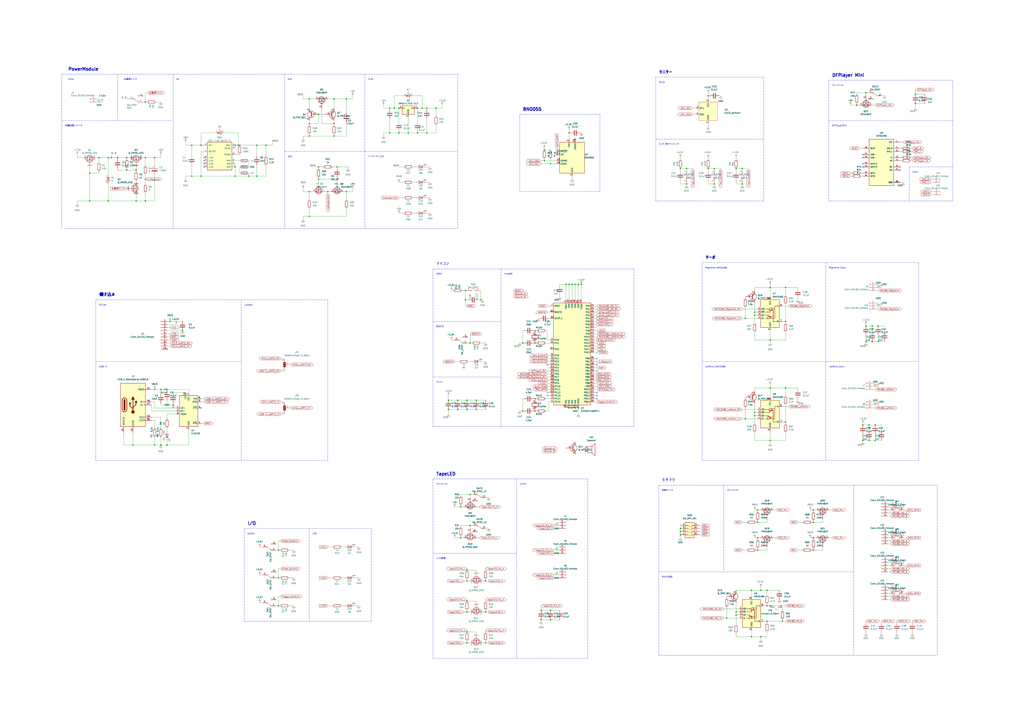
<source format=kicad_sch>
(kicad_sch (version 20211123) (generator eeschema)
  (paper "A1")
  (junction (at 127 320.04))
  (junction (at 193.04 119.38))
  (junction (at 274.32 101.6))
  (junction (at 711.2 267.97))
  (junction (at 350.52 88.9))
  (junction (at 368.3 336.55))
  (junction (at 73.66 165.1))
  (junction (at 320.04 88.9))
  (junction (at 383.54 519.43))
  (junction (at 342.9 109.22))
  (junction (at 624.84 523.24))
  (junction (at 612.14 261.62))
  (junction (at 708.66 361.95))
  (junction (at 269.24 157.48))
  (junction (at 632.46 497.84))
  (junction (at 439.42 337.82))
  (junction (at 668.02 452.12))
  (junction (at 382.27 238.76))
  (junction (at 284.48 81.28))
  (junction (at 274.32 81.28))
  (junction (at 581.66 138.43))
  (junction (at 137.16 320.04))
  (junction (at 132.08 365.76))
  (junction (at 645.16 236.22))
  (junction (at 619.76 339.09))
  (junction (at 383.54 468.63))
  (junction (at 604.52 138.43))
  (junction (at 645.16 346.71))
  (junction (at 261.62 137.16))
  (junction (at 645.16 264.16))
  (junction (at 104.14 129.54))
  (junction (at 165.1 144.78))
  (junction (at 119.38 165.1))
  (junction (at 622.3 441.96))
  (junction (at 119.38 147.32))
  (junction (at 619.76 341.63))
  (junction (at 581.66 78.74))
  (junction (at 609.6 138.43))
  (junction (at 452.12 134.62))
  (junction (at 622.3 429.26))
  (junction (at 383.54 328.93))
  (junction (at 81.28 129.54))
  (junction (at 558.8 138.43))
  (junction (at 609.6 151.13))
  (junction (at 383.54 477.52))
  (junction (at 368.3 328.93))
  (junction (at 467.36 109.22))
  (junction (at 342.9 88.9))
  (junction (at 429.26 337.82))
  (junction (at 378.46 416.56))
  (junction (at 218.44 119.38))
  (junction (at 586.74 151.13))
  (junction (at 447.04 123.19))
  (junction (at 668.02 429.26))
  (junction (at 196.85 119.38))
  (junction (at 261.62 93.98))
  (junction (at 111.76 139.7))
  (junction (at 464.82 233.68))
  (junction (at 632.46 279.4))
  (junction (at 444.5 509.27))
  (junction (at 469.9 335.28))
  (junction (at 398.78 477.52))
  (junction (at 716.28 280.67))
  (junction (at 708.66 349.25))
  (junction (at 477.52 233.68))
  (junction (at 604.52 505.46))
  (junction (at 210.82 119.38))
  (junction (at 439.42 327.66))
  (junction (at 109.22 365.76))
  (junction (at 398.78 528.32))
  (junction (at 254 157.48))
  (junction (at 642.62 510.54))
  (junction (at 558.8 434.34))
  (junction (at 617.22 485.14))
  (junction (at 624.84 485.14))
  (junction (at 323.85 88.9))
  (junction (at 127 129.54))
  (junction (at 142.24 332.74))
  (junction (at 127 365.76))
  (junction (at 721.36 267.97))
  (junction (at 703.58 86.36))
  (junction (at 375.92 328.93))
  (junction (at 713.74 361.95))
  (junction (at 629.92 497.84))
  (junction (at 452.12 501.65))
  (junction (at 439.42 281.94))
  (junction (at 751.84 77.47))
  (junction (at 254 111.76))
  (junction (at 718.82 361.95))
  (junction (at 718.82 349.25))
  (junction (at 386.08 431.8))
  (junction (at 472.44 335.28))
  (junction (at 619.76 259.08))
  (junction (at 254 81.28))
  (junction (at 132.08 320.04))
  (junction (at 137.16 332.74))
  (junction (at 350.52 109.22))
  (junction (at 193.04 144.78))
  (junction (at 447.04 132.08))
  (junction (at 111.76 165.1))
  (junction (at 228.6 474.98))
  (junction (at 261.62 147.32))
  (junction (at 383.54 494.03))
  (junction (at 386.08 281.94))
  (junction (at 452.12 509.27))
  (junction (at 284.48 157.48))
  (junction (at 612.14 344.17))
  (junction (at 444.5 501.65))
  (junction (at 716.28 267.97))
  (junction (at 472.44 233.68))
  (junction (at 619.76 256.54))
  (junction (at 563.88 151.13))
  (junction (at 276.86 137.16))
  (junction (at 632.46 361.95))
  (junction (at 383.54 502.92))
  (junction (at 596.9 508))
  (junction (at 327.66 109.22))
  (junction (at 439.42 271.78))
  (junction (at 335.28 109.22))
  (junction (at 629.92 510.54))
  (junction (at 139.7 264.16))
  (junction (at 96.52 129.54))
  (junction (at 149.86 271.78))
  (junction (at 467.36 335.28))
  (junction (at 254 177.8))
  (junction (at 558.8 439.42))
  (junction (at 604.52 502.92))
  (junction (at 586.74 138.43))
  (junction (at 622.3 452.12))
  (junction (at 632.46 236.22))
  (junction (at 327.66 88.9))
  (junction (at 73.66 142.24))
  (junction (at 137.16 365.76))
  (junction (at 474.98 335.28))
  (junction (at 617.22 523.24))
  (junction (at 383.54 528.32))
  (junction (at 391.16 328.93))
  (junction (at 721.36 280.67))
  (junction (at 119.38 129.54))
  (junction (at 668.02 419.1))
  (junction (at 210.82 144.78))
  (junction (at 632.46 318.77))
  (junction (at 563.88 138.43))
  (junction (at 254 101.6))
  (junction (at 386.08 406.4))
  (junction (at 193.04 137.16))
  (junction (at 645.16 318.77))
  (junction (at 558.8 436.88))
  (junction (at 228.6 452.12))
  (junction (at 429.26 281.94))
  (junction (at 276.86 147.32))
  (junction (at 383.54 336.55))
  (junction (at 394.97 246.38))
  (junction (at 320.04 109.22))
  (junction (at 358.14 88.9))
  (junction (at 668.02 441.96))
  (junction (at 375.92 336.55))
  (junction (at 165.1 119.38))
  (junction (at 398.78 502.92))
  (junction (at 469.9 233.68))
  (junction (at 391.16 336.55))
  (junction (at 204.47 144.78))
  (junction (at 467.36 233.68))
  (junction (at 104.14 139.7))
  (junction (at 274.32 111.76))
  (junction (at 474.98 233.68))
  (junction (at 228.6 497.84))
  (junction (at 119.38 83.82))
  (junction (at 91.44 129.54))
  (junction (at 195.58 119.38))
  (junction (at 711.2 280.67))
  (junction (at 751.84 85.09))
  (junction (at 157.48 119.38))
  (junction (at 711.2 76.2))
  (junction (at 346.71 88.9))
  (junction (at 88.9 129.54))
  (junction (at 157.48 144.78))
  (junction (at 88.9 165.1))
  (junction (at 378.46 441.96))
  (junction (at 382.27 246.38))
  (junction (at 713.74 349.25))
  (junction (at 622.3 419.1))
  (junction (at 629.92 485.14))
  (no_connect (at 708.66 127))
  (no_connect (at 137.16 287.02))
  (no_connect (at 167.64 132.08))
  (no_connect (at 165.1 335.28))
  (no_connect (at 708.66 137.16))
  (no_connect (at 490.22 294.64))
  (no_connect (at 490.22 299.72))
  (no_connect (at 388.62 436.88))
  (no_connect (at 449.58 325.12))
  (no_connect (at 167.64 137.16))
  (no_connect (at 739.14 137.16))
  (no_connect (at 226.06 447.04))
  (no_connect (at 739.14 139.7))
  (no_connect (at 490.22 304.8))
  (no_connect (at 383.54 276.86))
  (no_connect (at 226.06 492.76))
  (no_connect (at 708.66 134.62))
  (no_connect (at 713.74 81.28))
  (no_connect (at 490.22 322.58))
  (no_connect (at 449.58 299.72))
  (no_connect (at 708.66 129.54))
  (no_connect (at 449.58 322.58))
  (no_connect (at 226.06 469.9))
  (no_connect (at 167.64 134.62))
  (no_connect (at 472.44 114.3))
  (no_connect (at 388.62 411.48))
  (no_connect (at 490.22 325.12))
  (no_connect (at 457.2 127))
  (no_connect (at 167.64 129.54))
  (no_connect (at 116.84 78.74))
  (no_connect (at 490.22 327.66))
  (wire (pts (xy 439.42 327.66) (xy 439.42 328.93)))
  (wire (pts (xy 619.76 259.08) (xy 619.76 265.43)))
  (wire (pts (xy 447.04 130.81) (xy 447.04 132.08)))
  (wire (pts (xy 718.82 254) (xy 721.36 254)))
  (wire (pts (xy 218.44 119.38) (xy 223.52 119.38)))
  (wire (pts (xy 284.48 171.45) (xy 284.48 177.8)))
  (wire (pts (xy 193.04 144.78) (xy 204.47 144.78)))
  (wire (pts (xy 487.68 287.02) (xy 490.22 287.02)))
  (wire (pts (xy 254 111.76) (xy 274.32 111.76)))
  (wire (pts (xy 563.88 149.86) (xy 563.88 151.13)))
  (wire (pts (xy 711.2 281.94) (xy 711.2 280.67)))
  (wire (pts (xy 452.12 509.27) (xy 444.5 509.27)))
  (wire (pts (xy 558.8 431.8) (xy 558.8 434.34)))
  (polyline (pts (xy 299.72 124.46) (xy 299.72 60.96)))
  (wire (pts (xy 604.52 485.14) (xy 617.22 485.14)))
  (wire (pts (xy 231.14 330.2) (xy 233.68 330.2)))
  (wire (pts (xy 248.92 111.76) (xy 248.92 114.3)))
  (wire (pts (xy 391.16 441.96) (xy 393.7 441.96)))
  (wire (pts (xy 375.92 328.93) (xy 383.54 328.93)))
  (wire (pts (xy 642.62 334.01) (xy 647.7 334.01)))
  (polyline (pts (xy 198.12 297.18) (xy 198.12 378.46)))
  (wire (pts (xy 619.76 419.1) (xy 622.3 419.1)))
  (wire (pts (xy 269.24 474.98) (xy 273.05 474.98)))
  (wire (pts (xy 645.16 264.16) (xy 642.62 264.16)))
  (wire (pts (xy 368.3 325.12) (xy 368.3 328.93)))
  (wire (pts (xy 193.04 144.78) (xy 165.1 144.78)))
  (wire (pts (xy 373.38 441.96) (xy 378.46 441.96)))
  (wire (pts (xy 342.9 88.9) (xy 346.71 88.9)))
  (wire (pts (xy 274.32 88.9) (xy 274.32 81.28)))
  (wire (pts (xy 157.48 144.78) (xy 165.1 144.78)))
  (wire (pts (xy 449.58 271.78) (xy 448.31 271.78)))
  (wire (pts (xy 349.25 175.26) (xy 353.06 175.26)))
  (wire (pts (xy 622.3 441.96) (xy 622.3 443.23)))
  (wire (pts (xy 469.9 144.78) (xy 469.9 147.32)))
  (wire (pts (xy 132.08 332.74) (xy 137.16 332.74)))
  (wire (pts (xy 645.16 279.4) (xy 632.46 279.4)))
  (wire (pts (xy 728.98 421.64) (xy 731.52 421.64)))
  (wire (pts (xy 335.28 96.52) (xy 335.28 109.22)))
  (wire (pts (xy 132.08 359.41) (xy 132.08 365.76)))
  (wire (pts (xy 165.1 124.46) (xy 165.1 144.78)))
  (wire (pts (xy 721.36 275.59) (xy 721.36 280.67)))
  (polyline (pts (xy 96.52 99.06) (xy 96.52 60.96)))
  (wire (pts (xy 645.16 236.22) (xy 632.46 236.22)))
  (wire (pts (xy 449.58 279.4) (xy 449.58 271.78)))
  (wire (pts (xy 459.74 454.66) (xy 454.66 454.66)))
  (wire (pts (xy 254 157.48) (xy 254 163.83)))
  (wire (pts (xy 388.62 406.4) (xy 386.08 406.4)))
  (wire (pts (xy 226.06 497.84) (xy 228.6 497.84)))
  (wire (pts (xy 617.22 518.16) (xy 617.22 523.24)))
  (wire (pts (xy 342.9 109.22) (xy 335.28 109.22)))
  (wire (pts (xy 81.28 129.54) (xy 81.28 133.35)))
  (wire (pts (xy 274.32 81.28) (xy 284.48 81.28)))
  (wire (pts (xy 718.82 361.95) (xy 723.9 361.95)))
  (wire (pts (xy 228.6 474.98) (xy 229.87 474.98)))
  (wire (pts (xy 619.76 441.96) (xy 622.3 441.96)))
  (wire (pts (xy 452.12 501.65) (xy 459.74 501.65)))
  (wire (pts (xy 383.54 492.76) (xy 383.54 494.03)))
  (polyline (pts (xy 96.52 99.06) (xy 142.24 99.06)))
  (polyline (pts (xy 541.02 538.48) (xy 769.62 538.48)))
  (wire (pts (xy 622.3 452.12) (xy 629.92 452.12)))
  (wire (pts (xy 622.3 419.1) (xy 624.84 419.1)))
  (wire (pts (xy 274.32 101.6) (xy 274.32 102.87)))
  (wire (pts (xy 449.58 299.72) (xy 452.12 299.72)))
  (wire (pts (xy 290.83 497.84) (xy 294.64 497.84)))
  (wire (pts (xy 627.38 510.54) (xy 629.92 510.54)))
  (wire (pts (xy 707.39 142.24) (xy 708.66 142.24)))
  (wire (pts (xy 104.14 138.43) (xy 104.14 139.7)))
  (wire (pts (xy 586.74 138.43) (xy 591.82 138.43)))
  (polyline (pts (xy 782.32 66.04) (xy 782.32 165.1)))
  (wire (pts (xy 327.66 109.22) (xy 320.04 109.22)))
  (wire (pts (xy 104.14 129.54) (xy 106.68 129.54)))
  (wire (pts (xy 447.04 123.19) (xy 452.12 123.19)))
  (wire (pts (xy 289.56 154.94) (xy 289.56 157.48)))
  (wire (pts (xy 444.5 501.65) (xy 452.12 501.65)))
  (wire (pts (xy 274.32 111.76) (xy 284.48 111.76)))
  (wire (pts (xy 739.14 124.46) (xy 740.41 124.46)))
  (wire (pts (xy 259.08 81.28) (xy 254 81.28)))
  (wire (pts (xy 487.68 297.18) (xy 490.22 297.18)))
  (wire (pts (xy 176.53 109.22) (xy 165.1 109.22)))
  (wire (pts (xy 429.26 327.66) (xy 429.26 337.82)))
  (wire (pts (xy 612.14 326.39) (xy 612.14 327.66)))
  (wire (pts (xy 111.76 137.16) (xy 111.76 139.7)))
  (polyline (pts (xy 538.48 63.5) (xy 538.48 165.1)))
  (wire (pts (xy 581.66 138.43) (xy 586.74 138.43)))
  (polyline (pts (xy 355.6 393.7) (xy 482.6 393.7)))
  (wire (pts (xy 645.16 264.16) (xy 645.16 265.43)))
  (wire (pts (xy 383.54 467.36) (xy 383.54 468.63)))
  (wire (pts (xy 165.1 109.22) (xy 165.1 119.38)))
  (polyline (pts (xy 200.66 434.34) (xy 304.8 434.34)))
  (wire (pts (xy 430.53 271.78) (xy 429.26 271.78)))
  (wire (pts (xy 604.52 505.46) (xy 604.52 513.08)))
  (wire (pts (xy 713.74 349.25) (xy 708.66 349.25)))
  (wire (pts (xy 391.16 494.03) (xy 383.54 494.03)))
  (wire (pts (xy 645.16 250.19) (xy 645.16 264.16)))
  (wire (pts (xy 285.75 137.16) (xy 285.75 138.43)))
  (wire (pts (xy 645.16 318.77) (xy 632.46 318.77)))
  (wire (pts (xy 632.46 271.78) (xy 632.46 279.4)))
  (wire (pts (xy 137.16 320.04) (xy 154.94 320.04)))
  (wire (pts (xy 469.9 335.28) (xy 472.44 335.28)))
  (wire (pts (xy 728.98 464.82) (xy 731.52 464.82)))
  (wire (pts (xy 487.68 294.64) (xy 490.22 294.64)))
  (wire (pts (xy 383.54 251.46) (xy 382.27 251.46)))
  (wire (pts (xy 391.16 495.3) (xy 391.16 494.03)))
  (polyline (pts (xy 142.24 60.96) (xy 142.24 187.96)))
  (wire (pts (xy 88.9 129.54) (xy 91.44 129.54)))
  (polyline (pts (xy 233.68 124.46) (xy 299.72 124.46)))
  (wire (pts (xy 723.9 510.54) (xy 723.9 511.81)))
  (polyline (pts (xy 411.48 220.98) (xy 411.48 307.34)))
  (wire (pts (xy 680.72 419.1) (xy 683.26 419.1)))
  (wire (pts (xy 459.74 242.57) (xy 459.74 243.84)))
  (wire (pts (xy 736.6 510.54) (xy 736.6 511.81)))
  (wire (pts (xy 350.52 97.79) (xy 350.52 109.22)))
  (polyline (pts (xy 50.8 60.96) (xy 50.8 187.96)))
  (wire (pts (xy 467.36 109.22) (xy 468.63 109.22)))
  (wire (pts (xy 276.86 147.32) (xy 276.86 149.86)))
  (wire (pts (xy 449.58 312.42) (xy 452.12 312.42)))
  (wire (pts (xy 152.4 119.38) (xy 157.48 119.38)))
  (wire (pts (xy 398.78 502.92) (xy 398.78 501.65)))
  (wire (pts (xy 711.2 76.2) (xy 703.58 76.2)))
  (wire (pts (xy 612.14 344.17) (xy 622.3 344.17)))
  (wire (pts (xy 604.52 502.92) (xy 604.52 505.46)))
  (wire (pts (xy 728.98 447.04) (xy 731.52 447.04)))
  (polyline (pts (xy 355.6 220.98) (xy 355.6 350.52)))
  (wire (pts (xy 574.04 436.88) (xy 576.58 436.88)))
  (wire (pts (xy 558.8 138.43) (xy 558.8 140.97)))
  (wire (pts (xy 739.14 121.92) (xy 740.41 121.92)))
  (wire (pts (xy 590.55 78.74) (xy 591.82 78.74)))
  (polyline (pts (xy 541.02 398.78) (xy 541.02 408.94)))
  (wire (pts (xy 449.58 320.04) (xy 452.12 320.04)))
  (polyline (pts (xy 355.6 264.16) (xy 411.48 264.16)))
  (wire (pts (xy 632.46 361.95) (xy 632.46 364.49)))
  (wire (pts (xy 568.96 88.9) (xy 571.5 88.9)))
  (wire (pts (xy 586.74 138.43) (xy 586.74 139.7)))
  (wire (pts (xy 609.6 452.12) (xy 613.41 452.12)))
  (wire (pts (xy 619.76 273.05) (xy 619.76 279.4)))
  (wire (pts (xy 73.66 142.24) (xy 73.66 165.1)))
  (wire (pts (xy 137.16 264.16) (xy 139.7 264.16)))
  (polyline (pts (xy 411.48 307.34) (xy 411.48 350.52)))
  (wire (pts (xy 609.6 336.55) (xy 622.3 336.55)))
  (polyline (pts (xy 541.02 469.9) (xy 596.9 469.9)))
  (wire (pts (xy 280.67 497.84) (xy 283.21 497.84)))
  (wire (pts (xy 645.16 332.74) (xy 645.16 346.71)))
  (wire (pts (xy 472.44 246.38) (xy 472.44 233.68)))
  (wire (pts (xy 88.9 165.1) (xy 111.76 165.1)))
  (wire (pts (xy 193.04 134.62) (xy 193.04 137.16)))
  (polyline (pts (xy 769.62 398.78) (xy 541.02 398.78)))
  (wire (pts (xy 269.24 157.48) (xy 271.78 157.48)))
  (wire (pts (xy 350.52 88.9) (xy 350.52 90.17)))
  (wire (pts (xy 581.66 148.59) (xy 581.66 151.13)))
  (wire (pts (xy 741.68 419.1) (xy 744.22 419.1)))
  (wire (pts (xy 698.5 86.36) (xy 703.58 86.36)))
  (wire (pts (xy 358.14 102.87) (xy 358.14 109.22)))
  (wire (pts (xy 429.26 281.94) (xy 430.53 281.94)))
  (wire (pts (xy 718.82 236.22) (xy 723.9 236.22)))
  (polyline (pts (xy 680.72 99.06) (xy 782.32 99.06)))
  (wire (pts (xy 132.08 331.47) (xy 132.08 332.74)))
  (wire (pts (xy 398.78 477.52) (xy 398.78 476.25)))
  (wire (pts (xy 728.98 416.56) (xy 731.52 416.56)))
  (wire (pts (xy 383.54 528.32) (xy 386.08 528.32)))
  (wire (pts (xy 391.16 519.43) (xy 383.54 519.43)))
  (wire (pts (xy 284.48 81.28) (xy 289.56 81.28)))
  (wire (pts (xy 218.44 135.89) (xy 218.44 144.78)))
  (wire (pts (xy 426.72 281.94) (xy 429.26 281.94)))
  (wire (pts (xy 248.92 81.28) (xy 254 81.28)))
  (wire (pts (xy 231.14 490.22) (xy 228.6 490.22)))
  (wire (pts (xy 439.42 280.67) (xy 439.42 281.94)))
  (wire (pts (xy 716.28 267.97) (xy 716.28 273.05)))
  (wire (pts (xy 449.58 325.12) (xy 452.12 325.12)))
  (wire (pts (xy 331.47 78.74) (xy 323.85 78.74)))
  (wire (pts (xy 751.84 85.09) (xy 751.84 88.9)))
  (wire (pts (xy 386.08 274.32) (xy 386.08 281.94)))
  (wire (pts (xy 119.38 147.32) (xy 120.65 147.32)))
  (wire (pts (xy 741.68 487.68) (xy 744.22 487.68)))
  (wire (pts (xy 632.46 316.23) (xy 632.46 318.77)))
  (wire (pts (xy 728.98 462.28) (xy 731.52 462.28)))
  (wire (pts (xy 137.16 281.94) (xy 139.7 281.94)))
  (wire (pts (xy 728.98 485.14) (xy 731.52 485.14)))
  (wire (pts (xy 210.82 144.78) (xy 218.44 144.78)))
  (wire (pts (xy 358.14 109.22) (xy 350.52 109.22)))
  (wire (pts (xy 487.68 309.88) (xy 490.22 309.88)))
  (wire (pts (xy 444.5 134.62) (xy 452.12 134.62)))
  (polyline (pts (xy 426.72 157.48) (xy 492.76 157.48)))
  (wire (pts (xy 378.46 416.56) (xy 381 416.56)))
  (wire (pts (xy 195.58 109.22) (xy 184.15 109.22)))
  (wire (pts (xy 128.27 83.82) (xy 132.08 83.82)))
  (wire (pts (xy 487.68 274.32) (xy 490.22 274.32)))
  (polyline (pts (xy 304.8 510.54) (xy 304.8 434.34)))
  (wire (pts (xy 487.68 322.58) (xy 490.22 322.58)))
  (wire (pts (xy 619.76 318.77) (xy 619.76 321.31)))
  (wire (pts (xy 474.98 233.68) (xy 477.52 233.68)))
  (wire (pts (xy 349.25 149.86) (xy 353.06 149.86)))
  (wire (pts (xy 609.6 429.26) (xy 613.41 429.26)))
  (wire (pts (xy 391.16 469.9) (xy 391.16 468.63)))
  (wire (pts (xy 378.46 441.96) (xy 381 441.96)))
  (wire (pts (xy 716.28 86.36) (xy 718.82 86.36)))
  (wire (pts (xy 457.2 121.92) (xy 457.2 124.46)))
  (wire (pts (xy 254 157.48) (xy 248.92 157.48)))
  (wire (pts (xy 320.04 109.22) (xy 320.04 97.79)))
  (wire (pts (xy 604.52 138.43) (xy 609.6 138.43)))
  (wire (pts (xy 624.84 485.14) (xy 624.84 482.6)))
  (wire (pts (xy 81.28 129.54) (xy 88.9 129.54)))
  (wire (pts (xy 378.46 440.69) (xy 378.46 441.96)))
  (wire (pts (xy 289.56 78.74) (xy 289.56 81.28)))
  (wire (pts (xy 711.2 76.2) (xy 711.2 78.74)))
  (wire (pts (xy 127 320.04) (xy 132.08 320.04)))
  (wire (pts (xy 604.52 129.54) (xy 604.52 130.81)))
  (wire (pts (xy 111.76 148.59) (xy 111.76 149.86)))
  (wire (pts (xy 119.38 147.32) (xy 119.38 151.13)))
  (wire (pts (xy 447.04 132.08) (xy 457.2 132.08)))
  (wire (pts (xy 563.88 138.43) (xy 563.88 139.7)))
  (wire (pts (xy 642.62 499.11) (xy 642.62 501.65)))
  (wire (pts (xy 741.68 441.96) (xy 744.22 441.96)))
  (wire (pts (xy 764.54 147.32) (xy 767.08 147.32)))
  (wire (pts (xy 629.92 523.24) (xy 624.84 523.24)))
  (wire (pts (xy 563.88 151.13) (xy 563.88 152.4)))
  (wire (pts (xy 193.04 119.38) (xy 195.58 119.38)))
  (wire (pts (xy 137.16 276.86) (xy 139.7 276.86)))
  (wire (pts (xy 642.62 251.46) (xy 647.7 251.46)))
  (wire (pts (xy 124.46 337.82) (xy 124.46 332.74)))
  (wire (pts (xy 327.66 137.16) (xy 331.47 137.16)))
  (wire (pts (xy 711.2 266.7) (xy 711.2 267.97)))
  (wire (pts (xy 464.82 233.68) (xy 464.82 246.38)))
  (polyline (pts (xy 482.6 541.02) (xy 482.6 393.7)))
  (wire (pts (xy 204.47 144.78) (xy 210.82 144.78)))
  (wire (pts (xy 398.78 477.52) (xy 401.32 477.52)))
  (wire (pts (xy 119.38 76.2) (xy 119.38 83.82)))
  (wire (pts (xy 335.28 109.22) (xy 327.66 109.22)))
  (wire (pts (xy 127 135.89) (xy 127 129.54)))
  (wire (pts (xy 254 99.06) (xy 254 101.6)))
  (wire (pts (xy 604.52 495.3) (xy 604.52 502.92)))
  (wire (pts (xy 619.76 339.09) (xy 622.3 339.09)))
  (wire (pts (xy 137.16 284.48) (xy 139.7 284.48)))
  (wire (pts (xy 342.9 107.95) (xy 342.9 109.22)))
  (wire (pts (xy 718.82 251.46) (xy 723.9 251.46)))
  (wire (pts (xy 248.92 180.34) (xy 248.92 177.8)))
  (wire (pts (xy 290.83 449.58) (xy 294.64 449.58)))
  (wire (pts (xy 487.68 314.96) (xy 490.22 314.96)))
  (wire (pts (xy 398.78 492.76) (xy 398.78 494.03)))
  (wire (pts (xy 612.14 252.73) (xy 612.14 261.62)))
  (wire (pts (xy 487.68 307.34) (xy 490.22 307.34)))
  (wire (pts (xy 383.54 328.93) (xy 391.16 328.93)))
  (wire (pts (xy 152.4 144.78) (xy 152.4 147.32)))
  (wire (pts (xy 459.74 469.9) (xy 457.2 469.9)))
  (wire (pts (xy 728.98 414.02) (xy 731.52 414.02)))
  (wire (pts (xy 320.04 88.9) (xy 323.85 88.9)))
  (wire (pts (xy 449.58 251.46) (xy 452.12 251.46)))
  (wire (pts (xy 111.76 139.7) (xy 111.76 140.97)))
  (wire (pts (xy 675.64 452.12) (xy 675.64 449.58)))
  (wire (pts (xy 382.27 238.76) (xy 382.27 246.38)))
  (wire (pts (xy 621.03 429.26) (xy 622.3 429.26)))
  (wire (pts (xy 314.96 88.9) (xy 320.04 88.9)))
  (wire (pts (xy 104.14 139.7) (xy 111.76 139.7)))
  (wire (pts (xy 339.09 162.56) (xy 341.63 162.56)))
  (wire (pts (xy 438.15 327.66) (xy 439.42 327.66)))
  (polyline (pts (xy 198.12 297.18) (xy 198.12 246.38)))
  (polyline (pts (xy 424.18 393.7) (xy 424.18 454.66)))
  (wire (pts (xy 751.84 73.66) (xy 751.84 77.47)))
  (wire (pts (xy 716.28 314.96) (xy 718.82 314.96)))
  (wire (pts (xy 320.04 88.9) (xy 320.04 90.17)))
  (wire (pts (xy 391.16 336.55) (xy 383.54 336.55)))
  (wire (pts (xy 327.66 149.86) (xy 331.47 149.86)))
  (wire (pts (xy 632.46 497.84) (xy 632.46 499.11)))
  (wire (pts (xy 228.6 452.12) (xy 229.87 452.12)))
  (wire (pts (xy 373.38 416.56) (xy 378.46 416.56)))
  (polyline (pts (xy 411.48 350.52) (xy 520.7 350.52)))
  (wire (pts (xy 127 365.76) (xy 109.22 365.76)))
  (wire (pts (xy 378.46 415.29) (xy 378.46 416.56)))
  (wire (pts (xy 381 528.32) (xy 383.54 528.32)))
  (wire (pts (xy 728.98 439.42) (xy 731.52 439.42)))
  (wire (pts (xy 617.22 485.14) (xy 617.22 490.22)))
  (wire (pts (xy 152.4 144.78) (xy 157.48 144.78)))
  (wire (pts (xy 210.82 119.38) (xy 218.44 119.38)))
  (wire (pts (xy 487.68 254) (xy 490.22 254)))
  (polyline (pts (xy 78.74 246.38) (xy 269.24 246.38)))
  (wire (pts (xy 748.03 132.08) (xy 749.3 132.08)))
  (wire (pts (xy 165.1 330.2) (xy 167.64 330.2)))
  (wire (pts (xy 109.22 365.76) (xy 109.22 355.6)))
  (wire (pts (xy 728.98 469.9) (xy 731.52 469.9)))
  (wire (pts (xy 127 330.2) (xy 127 335.28)))
  (wire (pts (xy 449.58 302.26) (xy 452.12 302.26)))
  (wire (pts (xy 342.9 88.9) (xy 342.9 100.33)))
  (wire (pts (xy 73.66 137.16) (xy 73.66 142.24)))
  (polyline (pts (xy 53.34 187.96) (xy 375.92 187.96)))
  (wire (pts (xy 723.9 354.33) (xy 723.9 349.25)))
  (wire (pts (xy 675.64 429.26) (xy 675.64 426.72)))
  (wire (pts (xy 195.58 109.22) (xy 195.58 119.38)))
  (wire (pts (xy 137.16 340.36) (xy 144.78 340.36)))
  (wire (pts (xy 368.3 336.55) (xy 368.3 340.36)))
  (wire (pts (xy 645.16 346.71) (xy 645.16 347.98)))
  (wire (pts (xy 728.98 444.5) (xy 731.52 444.5)))
  (wire (pts (xy 119.38 129.54) (xy 127 129.54)))
  (wire (pts (xy 63.5 165.1) (xy 63.5 167.64)))
  (wire (pts (xy 137.16 365.76) (xy 154.94 365.76)))
  (wire (pts (xy 254 110.49) (xy 254 111.76)))
  (wire (pts (xy 127 165.1) (xy 119.38 165.1)))
  (wire (pts (xy 739.14 132.08) (xy 740.41 132.08)))
  (wire (pts (xy 314.96 86.36) (xy 314.96 88.9)))
  (wire (pts (xy 624.84 485.14) (xy 629.92 485.14)))
  (polyline (pts (xy 355.6 541.02) (xy 482.6 541.02)))
  (wire (pts (xy 139.7 264.16) (xy 149.86 264.16)))
  (wire (pts (xy 680.72 441.96) (xy 683.26 441.96)))
  (wire (pts (xy 204.47 142.24) (xy 204.47 144.78)))
  (wire (pts (xy 276.86 137.16) (xy 285.75 137.16)))
  (wire (pts (xy 346.71 88.9) (xy 350.52 88.9)))
  (wire (pts (xy 237.49 452.12) (xy 241.3 452.12)))
  (wire (pts (xy 429.26 271.78) (xy 429.26 281.94)))
  (wire (pts (xy 487.68 261.62) (xy 490.22 261.62)))
  (wire (pts (xy 269.24 157.48) (xy 269.24 160.02)))
  (wire (pts (xy 459.74 472.44) (xy 454.66 472.44)))
  (wire (pts (xy 703.58 85.09) (xy 703.58 86.36)))
  (wire (pts (xy 323.85 88.9) (xy 327.66 88.9)))
  (wire (pts (xy 137.16 274.32) (xy 139.7 274.32)))
  (wire (pts (xy 228.6 490.22) (xy 228.6 497.84)))
  (wire (pts (xy 748.03 121.92) (xy 749.3 121.92)))
  (wire (pts (xy 594.36 508) (xy 596.9 508)))
  (wire (pts (xy 609.6 254) (xy 622.3 254)))
  (wire (pts (xy 449.58 256.54) (xy 452.12 256.54)))
  (wire (pts (xy 439.42 271.78) (xy 439.42 273.05)))
  (wire (pts (xy 398.78 467.36) (xy 398.78 468.63)))
  (wire (pts (xy 487.68 330.2) (xy 490.22 330.2)))
  (wire (pts (xy 487.68 279.4) (xy 490.22 279.4)))
  (wire (pts (xy 204.47 132.08) (xy 204.47 137.16)))
  (wire (pts (xy 624.84 523.24) (xy 617.22 523.24)))
  (wire (pts (xy 487.68 320.04) (xy 490.22 320.04)))
  (wire (pts (xy 619.76 355.6) (xy 619.76 361.95)))
  (polyline (pts (xy 492.76 93.98) (xy 426.72 93.98)))
  (wire (pts (xy 213.36 495.3) (xy 215.9 495.3)))
  (polyline (pts (xy 426.72 93.98) (xy 426.72 96.52)))
  (wire (pts (xy 167.64 124.46) (xy 165.1 124.46)))
  (wire (pts (xy 346.71 78.74) (xy 346.71 88.9)))
  (wire (pts (xy 327.66 88.9) (xy 327.66 100.33)))
  (wire (pts (xy 231.14 467.36) (xy 228.6 467.36)))
  (wire (pts (xy 721.36 280.67) (xy 726.44 280.67)))
  (polyline (pts (xy 678.18 215.9) (xy 678.18 297.18)))
  (wire (pts (xy 127 129.54) (xy 132.08 129.54)))
  (wire (pts (xy 165.1 119.38) (xy 167.64 119.38)))
  (wire (pts (xy 718.82 233.68) (xy 721.36 233.68)))
  (wire (pts (xy 111.76 160.02) (xy 111.76 165.1)))
  (wire (pts (xy 632.46 279.4) (xy 632.46 281.94)))
  (wire (pts (xy 739.14 116.84) (xy 741.68 116.84)))
  (wire (pts (xy 452.12 130.81) (xy 452.12 134.62)))
  (wire (pts (xy 487.68 312.42) (xy 490.22 312.42)))
  (wire (pts (xy 266.7 157.48) (xy 269.24 157.48)))
  (wire (pts (xy 563.88 138.43) (xy 568.96 138.43)))
  (polyline (pts (xy 541.02 408.94) (xy 541.02 538.48)))
  (wire (pts (xy 381 502.92) (xy 383.54 502.92)))
  (wire (pts (xy 449.58 297.18) (xy 452.12 297.18)))
  (wire (pts (xy 668.02 450.85) (xy 668.02 452.12)))
  (wire (pts (xy 132.08 342.9) (xy 132.08 351.79)))
  (wire (pts (xy 228.6 467.36) (xy 228.6 474.98)))
  (wire (pts (xy 196.85 119.38) (xy 210.82 119.38)))
  (wire (pts (xy 276.86 137.16) (xy 276.86 138.43)))
  (wire (pts (xy 78.74 129.54) (xy 81.28 129.54)))
  (wire (pts (xy 327.66 107.95) (xy 327.66 109.22)))
  (wire (pts (xy 645.16 361.95) (xy 632.46 361.95)))
  (wire (pts (xy 398.78 528.32) (xy 401.32 528.32)))
  (wire (pts (xy 609.6 344.17) (xy 612.14 344.17)))
  (wire (pts (xy 137.16 279.4) (xy 139.7 279.4)))
  (wire (pts (xy 629.92 429.26) (xy 629.92 426.72)))
  (wire (pts (xy 96.52 129.54) (xy 96.52 130.81)))
  (wire (pts (xy 596.9 499.11) (xy 596.9 508)))
  (wire (pts (xy 764.54 149.86) (xy 767.08 149.86)))
  (wire (pts (xy 655.32 236.22) (xy 645.16 236.22)))
  (wire (pts (xy 728.98 459.74) (xy 731.52 459.74)))
  (wire (pts (xy 439.42 327.66) (xy 440.69 327.66)))
  (wire (pts (xy 469.9 233.68) (xy 469.9 246.38)))
  (wire (pts (xy 581.66 151.13) (xy 586.74 151.13)))
  (wire (pts (xy 487.68 302.26) (xy 490.22 302.26)))
  (wire (pts (xy 137.16 269.24) (xy 139.7 269.24)))
  (wire (pts (xy 383.54 501.65) (xy 383.54 502.92)))
  (wire (pts (xy 231.14 304.8) (xy 233.68 304.8)))
  (wire (pts (xy 137.16 320.04) (xy 137.16 321.31)))
  (wire (pts (xy 127 335.28) (xy 144.78 335.28)))
  (wire (pts (xy 391.16 328.93) (xy 398.78 328.93)))
  (wire (pts (xy 81.28 142.24) (xy 73.66 142.24)))
  (wire (pts (xy 459.74 434.34) (xy 454.66 434.34)))
  (wire (pts (xy 487.68 325.12) (xy 490.22 325.12)))
  (polyline (pts (xy 355.6 220.98) (xy 411.48 220.98)))
  (wire (pts (xy 132.08 365.76) (xy 137.16 365.76)))
  (wire (pts (xy 459.74 449.58) (xy 457.2 449.58)))
  (wire (pts (xy 264.16 88.9) (xy 264.16 101.6)))
  (wire (pts (xy 274.32 110.49) (xy 274.32 111.76)))
  (wire (pts (xy 711.2 280.67) (xy 716.28 280.67)))
  (wire (pts (xy 748.03 129.54) (xy 749.3 129.54)))
  (wire (pts (xy 449.58 317.5) (xy 452.12 317.5)))
  (polyline (pts (xy 269.24 378.46) (xy 269.24 246.38)))
  (wire (pts (xy 193.04 132.08) (xy 196.85 132.08)))
  (wire (pts (xy 642.62 510.54) (xy 645.16 510.54)))
  (wire (pts (xy 711.2 510.54) (xy 711.2 511.81)))
  (wire (pts (xy 487.68 259.08) (xy 490.22 259.08)))
  (wire (pts (xy 386.08 431.8) (xy 386.08 434.34)))
  (wire (pts (xy 655.32 320.04) (xy 655.32 318.77)))
  (wire (pts (xy 398.78 408.94) (xy 401.32 408.94)))
  (wire (pts (xy 96.52 138.43) (xy 96.52 139.7)))
  (wire (pts (xy 284.48 81.28) (xy 284.48 92.71)))
  (wire (pts (xy 379.73 238.76) (xy 382.27 238.76)))
  (wire (pts (xy 711.2 275.59) (xy 711.2 280.67)))
  (wire (pts (xy 459.74 509.27) (xy 452.12 509.27)))
  (wire (pts (xy 370.84 238.76) (xy 372.11 238.76)))
  (wire (pts (xy 358.14 88.9) (xy 363.22 88.9)))
  (wire (pts (xy 487.68 299.72) (xy 490.22 299.72)))
  (wire (pts (xy 622.3 419.1) (xy 622.3 420.37)))
  (wire (pts (xy 210.82 135.89) (xy 210.82 144.78)))
  (polyline (pts (xy 299.72 124.46) (xy 375.92 124.46)))
  (polyline (pts (xy 492.76 157.48) (xy 492.76 93.98)))
  (wire (pts (xy 668.02 419.1) (xy 670.56 419.1)))
  (wire (pts (xy 119.38 129.54) (xy 119.38 135.89)))
  (wire (pts (xy 741.68 464.82) (xy 744.22 464.82)))
  (wire (pts (xy 604.52 520.7) (xy 604.52 523.24)))
  (wire (pts (xy 627.38 497.84) (xy 629.92 497.84)))
  (wire (pts (xy 121.92 76.2) (xy 119.38 76.2)))
  (wire (pts (xy 487.68 251.46) (xy 490.22 251.46)))
  (wire (pts (xy 124.46 320.04) (xy 127 320.04)))
  (wire (pts (xy 487.68 269.24) (xy 490.22 269.24)))
  (wire (pts (xy 655.32 452.12) (xy 659.13 452.12)))
  (wire (pts (xy 558.8 138.43) (xy 563.88 138.43)))
  (wire (pts (xy 154.94 353.06) (xy 154.94 365.76)))
  (wire (pts (xy 452.12 134.62) (xy 457.2 134.62)))
  (wire (pts (xy 398.78 502.92) (xy 401.32 502.92)))
  (wire (pts (xy 154.94 320.04) (xy 154.94 322.58)))
  (wire (pts (xy 256.54 157.48) (xy 254 157.48)))
  (wire (pts (xy 124.46 330.2) (xy 127 330.2)))
  (wire (pts (xy 349.25 137.16) (xy 353.06 137.16)))
  (wire (pts (xy 430.53 327.66) (xy 429.26 327.66)))
  (wire (pts (xy 254 101.6) (xy 261.62 101.6)))
  (wire (pts (xy 558.8 434.34) (xy 558.8 436.88)))
  (wire (pts (xy 624.84 523.24) (xy 624.84 525.78)))
  (polyline (pts (xy 576.58 297.18) (xy 754.38 297.18)))
  (wire (pts (xy 459.74 474.98) (xy 454.66 474.98)))
  (wire (pts (xy 284.48 100.33) (xy 284.48 111.76)))
  (wire (pts (xy 764.54 157.48) (xy 767.08 157.48)))
  (wire (pts (xy 632.46 354.33) (xy 632.46 361.95)))
  (wire (pts (xy 124.46 337.82) (xy 144.78 337.82)))
  (wire (pts (xy 73.66 165.1) (xy 88.9 165.1)))
  (wire (pts (xy 193.04 127) (xy 196.85 127)))
  (wire (pts (xy 450.85 261.62) (xy 452.12 261.62)))
  (wire (pts (xy 142.24 322.58) (xy 152.4 322.58)))
  (wire (pts (xy 604.52 505.46) (xy 607.06 505.46)))
  (wire (pts (xy 487.68 281.94) (xy 490.22 281.94)))
  (wire (pts (xy 137.16 266.7) (xy 144.78 266.7)))
  (wire (pts (xy 195.58 119.38) (xy 196.85 119.38)))
  (wire (pts (xy 438.15 281.94) (xy 439.42 281.94)))
  (wire (pts (xy 398.78 528.32) (xy 398.78 527.05)))
  (polyline (pts (xy 576.58 215.9) (xy 754.38 215.9)))
  (wire (pts (xy 339.09 175.26) (xy 341.63 175.26)))
  (wire (pts (xy 723.9 78.74) (xy 726.44 78.74)))
  (polyline (pts (xy 701.04 398.78) (xy 701.04 538.48)))
  (wire (pts (xy 157.48 135.89) (xy 157.48 144.78)))
  (polyline (pts (xy 538.48 63.5) (xy 627.38 63.5)))
  (wire (pts (xy 708.66 361.95) (xy 713.74 361.95)))
  (wire (pts (xy 396.24 477.52) (xy 398.78 477.52)))
  (polyline (pts (xy 254 434.34) (xy 254 510.54)))
  (wire (pts (xy 739.14 149.86) (xy 741.68 149.86)))
  (wire (pts (xy 459.74 234.95) (xy 459.74 233.68)))
  (wire (pts (xy 751.84 85.09) (xy 759.46 85.09)))
  (wire (pts (xy 668.02 441.96) (xy 668.02 443.23)))
  (wire (pts (xy 629.92 519.43) (xy 629.92 523.24)))
  (polyline (pts (xy 426.72 96.52) (xy 426.72 157.48)))
  (wire (pts (xy 645.16 318.77) (xy 645.16 325.12)))
  (wire (pts (xy 137.16 271.78) (xy 149.86 271.78)))
  (wire (pts (xy 629.92 497.84) (xy 632.46 497.84)))
  (wire (pts (xy 124.46 342.9) (xy 132.08 342.9)))
  (wire (pts (xy 383.54 336.55) (xy 375.92 336.55)))
  (wire (pts (xy 350.52 109.22) (xy 342.9 109.22)))
  (polyline (pts (xy 78.74 378.46) (xy 269.24 378.46)))
  (wire (pts (xy 668.02 452.12) (xy 675.64 452.12)))
  (wire (pts (xy 449.58 292.1) (xy 452.12 292.1)))
  (wire (pts (xy 619.76 248.92) (xy 619.76 256.54)))
  (wire (pts (xy 96.52 129.54) (xy 104.14 129.54)))
  (wire (pts (xy 713.74 349.25) (xy 713.74 354.33)))
  (wire (pts (xy 708.66 347.98) (xy 708.66 349.25)))
  (wire (pts (xy 398.78 336.55) (xy 391.16 336.55)))
  (polyline (pts (xy 576.58 215.9) (xy 576.58 378.46)))
  (wire (pts (xy 276.86 146.05) (xy 276.86 147.32)))
  (wire (pts (xy 254 171.45) (xy 254 177.8)))
  (wire (pts (xy 655.32 245.11) (xy 655.32 246.38)))
  (polyline (pts (xy 680.72 66.04) (xy 782.32 66.04)))
  (wire (pts (xy 104.14 129.54) (xy 104.14 130.81)))
  (wire (pts (xy 619.76 259.08) (xy 622.3 259.08)))
  (wire (pts (xy 132.08 365.76) (xy 127 365.76)))
  (wire (pts (xy 444.5 132.08) (xy 447.04 132.08)))
  (wire (pts (xy 448.31 327.66) (xy 452.12 327.66)))
  (wire (pts (xy 472.44 335.28) (xy 474.98 335.28)))
  (wire (pts (xy 632.46 236.22) (xy 619.76 236.22)))
  (wire (pts (xy 449.58 294.64) (xy 452.12 294.64)))
  (wire (pts (xy 383.54 527.05) (xy 383.54 528.32)))
  (wire (pts (xy 459.74 452.12) (xy 454.66 452.12)))
  (wire (pts (xy 629.92 496.57) (xy 629.92 497.84)))
  (wire (pts (xy 459.74 233.68) (xy 464.82 233.68)))
  (wire (pts (xy 289.56 157.48) (xy 284.48 157.48)))
  (wire (pts (xy 728.98 492.76) (xy 731.52 492.76)))
  (wire (pts (xy 568.96 139.7) (xy 568.96 138.43)))
  (wire (pts (xy 632.46 233.68) (xy 632.46 236.22)))
  (wire (pts (xy 449.58 307.34) (xy 452.12 307.34)))
  (wire (pts (xy 609.6 138.43) (xy 609.6 139.7)))
  (wire (pts (xy 612.14 335.28) (xy 612.14 344.17)))
  (wire (pts (xy 396.24 528.32) (xy 398.78 528.32)))
  (wire (pts (xy 349.25 162.56) (xy 353.06 162.56)))
  (wire (pts (xy 452.12 330.2) (xy 450.85 330.2)))
  (polyline (pts (xy 538.48 114.3) (xy 627.38 114.3)))
  (wire (pts (xy 254 81.28) (xy 254 88.9)))
  (wire (pts (xy 213.36 449.58) (xy 215.9 449.58)))
  (wire (pts (xy 609.6 149.86) (xy 609.6 151.13)))
  (wire (pts (xy 254 101.6) (xy 254 102.87)))
  (wire (pts (xy 157.48 119.38) (xy 157.48 128.27)))
  (wire (pts (xy 119.38 158.75) (xy 119.38 165.1)))
  (wire (pts (xy 269.24 449.58) (xy 273.05 449.58)))
  (wire (pts (xy 280.67 449.58) (xy 283.21 449.58)))
  (wire (pts (xy 728.98 467.36) (xy 731.52 467.36)))
  (wire (pts (xy 165.1 327.66) (xy 167.64 327.66)))
  (wire (pts (xy 429.26 337.82) (xy 426.72 337.82)))
  (wire (pts (xy 248.92 111.76) (xy 254 111.76)))
  (wire (pts (xy 254 177.8) (xy 284.48 177.8)))
  (wire (pts (xy 574.04 431.8) (xy 576.58 431.8)))
  (wire (pts (xy 363.22 86.36) (xy 363.22 88.9)))
  (wire (pts (xy 449.58 304.8) (xy 452.12 304.8)))
  (wire (pts (xy 137.16 340.36) (xy 137.16 344.17)))
  (wire (pts (xy 137.16 332.74) (xy 142.24 332.74)))
  (wire (pts (xy 629.92 510.54) (xy 629.92 511.81)))
  (wire (pts (xy 718.82 248.92) (xy 721.36 248.92)))
  (wire (pts (xy 394.97 246.38) (xy 396.24 246.38)))
  (wire (pts (xy 386.08 406.4) (xy 378.46 406.4)))
  (wire (pts (xy 165.1 347.98) (xy 167.64 347.98)))
  (polyline (pts (xy 200.66 510.54) (xy 304.8 510.54)))
  (wire (pts (xy 142.24 322.58) (xy 142.24 323.85)))
  (polyline (pts (xy 596.9 469.9) (xy 701.04 469.9)))
  (wire (pts (xy 449.58 314.96) (xy 452.12 314.96)))
  (wire (pts (xy 666.75 429.26) (xy 668.02 429.26)))
  (wire (pts (xy 284.48 157.48) (xy 284.48 163.83)))
  (polyline (pts (xy 78.74 246.38) (xy 78.74 378.46)))
  (wire (pts (xy 487.68 284.48) (xy 490.22 284.48)))
  (polyline (pts (xy 782.32 137.16) (xy 746.76 137.16)))
  (wire (pts (xy 586.74 149.86) (xy 586.74 151.13)))
  (wire (pts (xy 487.68 289.56) (xy 490.22 289.56)))
  (wire (pts (xy 323.85 78.74) (xy 323.85 88.9)))
  (wire (pts (xy 213.36 472.44) (xy 215.9 472.44)))
  (wire (pts (xy 487.68 276.86) (xy 490.22 276.86)))
  (polyline (pts (xy 769.62 538.48) (xy 769.62 398.78)))
  (wire (pts (xy 728.98 441.96) (xy 731.52 441.96)))
  (polyline (pts (xy 754.38 215.9) (xy 754.38 378.46)))
  (wire (pts (xy 63.5 129.54) (xy 68.58 129.54)))
  (wire (pts (xy 726.44 267.97) (xy 726.44 273.05)))
  (wire (pts (xy 132.08 320.04) (xy 137.16 320.04)))
  (wire (pts (xy 558.8 148.59) (xy 558.8 151.13)))
  (wire (pts (xy 609.6 138.43) (xy 614.68 138.43)))
  (wire (pts (xy 261.62 147.32) (xy 261.62 149.86)))
  (wire (pts (xy 591.82 139.7) (xy 591.82 138.43)))
  (wire (pts (xy 429.26 337.82) (xy 430.53 337.82)))
  (polyline (pts (xy 233.68 60.96) (xy 233.68 124.46)))
  (wire (pts (xy 619.76 339.09) (xy 619.76 341.63)))
  (wire (pts (xy 392.43 246.38) (xy 394.97 246.38)))
  (wire (pts (xy 748.03 124.46) (xy 749.3 124.46)))
  (wire (pts (xy 655.32 318.77) (xy 645.16 318.77)))
  (wire (pts (xy 574.04 434.34) (xy 576.58 434.34)))
  (wire (pts (xy 386.08 431.8) (xy 378.46 431.8)))
  (wire (pts (xy 450.85 330.2) (xy 450.85 337.82)))
  (polyline (pts (xy 375.92 187.96) (xy 375.92 60.96)))
  (wire (pts (xy 708.66 356.87) (xy 708.66 361.95)))
  (wire (pts (xy 314.96 109.22) (xy 314.96 111.76)))
  (wire (pts (xy 119.38 143.51) (xy 119.38 147.32)))
  (wire (pts (xy 378.46 406.4) (xy 378.46 407.67)))
  (wire (pts (xy 237.49 299.72) (xy 238.76 299.72)))
  (wire (pts (xy 581.66 129.54) (xy 581.66 130.81)))
  (wire (pts (xy 619.76 236.22) (xy 619.76 238.76)))
  (wire (pts (xy 487.68 317.5) (xy 490.22 317.5)))
  (wire (pts (xy 127 143.51) (xy 127 165.1)))
  (wire (pts (xy 621.03 452.12) (xy 622.3 452.12)))
  (wire (pts (xy 226.06 474.98) (xy 228.6 474.98)))
  (wire (pts (xy 464.82 335.28) (xy 467.36 335.28)))
  (wire (pts (xy 438.15 271.78) (xy 439.42 271.78)))
  (wire (pts (xy 339.09 149.86) (xy 341.63 149.86)))
  (wire (pts (xy 632.46 318.77) (xy 632.46 326.39)))
  (wire (pts (xy 666.75 452.12) (xy 668.02 452.12)))
  (wire (pts (xy 594.36 500.38) (xy 607.06 500.38)))
  (wire (pts (xy 273.05 137.16) (xy 276.86 137.16)))
  (wire (pts (xy 698.5 142.24) (xy 699.77 142.24)))
  (wire (pts (xy 382.27 246.38) (xy 384.81 246.38)))
  (wire (pts (xy 739.14 129.54) (xy 740.41 129.54)))
  (wire (pts (xy 665.48 441.96) (xy 668.02 441.96)))
  (wire (pts (xy 596.9 508) (xy 607.06 508)))
  (wire (pts (xy 645.16 236.22) (xy 645.16 242.57)))
  (wire (pts (xy 464.82 233.68) (xy 467.36 233.68)))
  (wire (pts (xy 383.54 518.16) (xy 383.54 519.43)))
  (wire (pts (xy 467.36 246.38) (xy 467.36 233.68)))
  (wire (pts (xy 290.83 474.98) (xy 294.64 474.98)))
  (wire (pts (xy 394.97 297.18) (xy 398.78 297.18)))
  (wire (pts (xy 467.36 335.28) (xy 469.9 335.28)))
  (wire (pts (xy 127 345.44) (xy 127 351.79)))
  (wire (pts (xy 391.16 468.63) (xy 383.54 468.63)))
  (wire (pts (xy 193.04 119.38) (xy 193.04 121.92)))
  (wire (pts (xy 88.9 151.13) (xy 88.9 165.1)))
  (wire (pts (xy 612.14 243.84) (xy 612.14 245.11)))
  (wire (pts (xy 655.32 429.26) (xy 659.13 429.26)))
  (wire (pts (xy 609.6 261.62) (xy 612.14 261.62)))
  (wire (pts (xy 383.54 281.94) (xy 386.08 281.94)))
  (wire (pts (xy 228.6 444.5) (xy 228.6 452.12)))
  (polyline (pts (xy 355.6 454.66) (xy 424.18 454.66)))
  (wire (pts (xy 439.42 337.82) (xy 440.69 337.82)))
  (wire (pts (xy 91.44 129.54) (xy 96.52 129.54)))
  (wire (pts (xy 728.98 436.88) (xy 731.52 436.88)))
  (wire (pts (xy 391.16 520.7) (xy 391.16 519.43)))
  (polyline (pts (xy 746.76 137.16) (xy 746.76 165.1)))
  (wire (pts (xy 622.3 450.85) (xy 622.3 452.12)))
  (wire (pts (xy 487.68 304.8) (xy 490.22 304.8)))
  (wire (pts (xy 261.62 93.98) (xy 266.7 93.98)))
  (wire (pts (xy 116.84 83.82) (xy 119.38 83.82)))
  (wire (pts (xy 622.3 441.96) (xy 624.84 441.96)))
  (wire (pts (xy 642.62 509.27) (xy 642.62 510.54)))
  (wire (pts (xy 629.92 485.14) (xy 640.08 485.14)))
  (wire (pts (xy 381 477.52) (xy 383.54 477.52)))
  (polyline (pts (xy 680.72 66.04) (xy 680.72 165.1)))
  (wire (pts (xy 142.24 331.47) (xy 142.24 332.74)))
  (polyline (pts (xy 754.38 378.46) (xy 576.58 378.46)))
  (wire (pts (xy 751.84 77.47) (xy 759.46 77.47)))
  (polyline (pts (xy 200.66 434.34) (xy 200.66 510.54)))
  (polyline (pts (xy 520.7 350.52) (xy 520.7 220.98)))
  (wire (pts (xy 448.31 281.94) (xy 452.12 281.94)))
  (polyline (pts (xy 233.68 187.96) (xy 233.68 124.46)))
  (wire (pts (xy 327.66 175.26) (xy 331.47 175.26)))
  (wire (pts (xy 716.28 332.74) (xy 721.36 332.74)))
  (polyline (pts (xy 50.8 60.96) (xy 375.92 60.96)))
  (wire (pts (xy 386.08 281.94) (xy 387.35 281.94)))
  (wire (pts (xy 327.66 162.56) (xy 331.47 162.56)))
  (wire (pts (xy 632.46 497.84) (xy 645.16 497.84)))
  (wire (pts (xy 728.98 424.18) (xy 731.52 424.18)))
  (wire (pts (xy 619.76 256.54) (xy 622.3 256.54)))
  (wire (pts (xy 668.02 419.1) (xy 668.02 420.37)))
  (wire (pts (xy 728.98 487.68) (xy 731.52 487.68)))
  (wire (pts (xy 269.24 497.84) (xy 273.05 497.84)))
  (wire (pts (xy 439.42 336.55) (xy 439.42 337.82)))
  (wire (pts (xy 231.14 294.64) (xy 233.68 294.64)))
  (wire (pts (xy 619.76 361.95) (xy 632.46 361.95)))
  (wire (pts (xy 218.44 119.38) (xy 218.44 128.27)))
  (wire (pts (xy 383.54 476.25) (xy 383.54 477.52)))
  (wire (pts (xy 655.32 327.66) (xy 655.32 328.93)))
  (wire (pts (xy 261.62 137.16) (xy 265.43 137.16)))
  (wire (pts (xy 384.81 297.18) (xy 387.35 297.18)))
  (wire (pts (xy 645.16 355.6) (xy 645.16 361.95)))
  (wire (pts (xy 707.39 144.78) (xy 708.66 144.78)))
  (wire (pts (xy 444.5 497.84) (xy 444.5 501.65)))
  (wire (pts (xy 78.74 81.28) (xy 81.28 81.28)))
  (wire (pts (xy 269.24 81.28) (xy 274.32 81.28)))
  (wire (pts (xy 604.52 523.24) (xy 617.22 523.24)))
  (wire (pts (xy 596.9 490.22) (xy 596.9 491.49)))
  (wire (pts (xy 716.28 280.67) (xy 721.36 280.67)))
  (wire (pts (xy 73.66 165.1) (xy 63.5 165.1)))
  (wire (pts (xy 382.27 238.76) (xy 383.54 238.76)))
  (wire (pts (xy 558.8 151.13) (xy 563.88 151.13)))
  (wire (pts (xy 449.58 322.58) (xy 452.12 322.58)))
  (wire (pts (xy 383.54 502.92) (xy 386.08 502.92)))
  (wire (pts (xy 459.74 429.26) (xy 457.2 429.26)))
  (wire (pts (xy 558.8 436.88) (xy 558.8 439.42)))
  (wire (pts (xy 711.2 519.43) (xy 711.2 520.7)))
  (wire (pts (xy 668.02 441.96) (xy 670.56 441.96)))
  (wire (pts (xy 248.92 157.48) (xy 248.92 154.94)))
  (wire (pts (xy 137.16 351.79) (xy 137.16 354.33)))
  (wire (pts (xy 116.84 129.54) (xy 119.38 129.54)))
  (wire (pts (xy 723.9 349.25) (xy 718.82 349.25)))
  (wire (pts (xy 101.6 355.6) (xy 101.6 365.76)))
  (wire (pts (xy 581.66 78.74) (xy 581.66 81.28)))
  (wire (pts (xy 487.68 271.78) (xy 490.22 271.78)))
  (polyline (pts (xy 78.74 297.18) (xy 198.12 297.18)))
  (wire (pts (xy 223.52 116.84) (xy 223.52 119.38)))
  (polyline (pts (xy 299.72 187.96) (xy 299.72 124.46)))
  (wire (pts (xy 558.8 439.42) (xy 558.8 441.96)))
  (wire (pts (xy 264.16 101.6) (xy 274.32 101.6)))
  (wire (pts (xy 716.28 335.28) (xy 718.82 335.28)))
  (wire (pts (xy 226.06 452.12) (xy 228.6 452.12)))
  (wire (pts (xy 487.68 327.66) (xy 490.22 327.66)))
  (wire (pts (xy 635 441.96) (xy 637.54 441.96)))
  (wire (pts (xy 467.36 109.22) (xy 467.36 114.3)))
  (wire (pts (xy 619.76 279.4) (xy 632.46 279.4)))
  (wire (pts (xy 231.14 340.36) (xy 233.68 340.36)))
  (wire (pts (xy 152.4 116.84) (xy 152.4 119.38)))
  (wire (pts (xy 193.04 137.16) (xy 193.04 144.78)))
  (polyline (pts (xy 50.8 99.06) (xy 96.52 99.06)))
  (wire (pts (xy 449.58 279.4) (xy 452.12 279.4)))
  (wire (pts (xy 581.66 101.6) (xy 581.66 104.14)))
  (wire (pts (xy 736.6 519.43) (xy 736.6 520.7)))
  (wire (pts (xy 444.5 509.27) (xy 444.5 510.54)))
  (wire (pts (xy 439.42 271.78) (xy 440.69 271.78)))
  (wire (pts (xy 196.85 137.16) (xy 196.85 142.24)))
  (wire (pts (xy 609.6 151.13) (xy 609.6 152.4)))
  (wire (pts (xy 358.14 88.9) (xy 358.14 95.25)))
  (wire (pts (xy 612.14 261.62) (xy 622.3 261.62)))
  (wire (pts (xy 248.92 177.8) (xy 254 177.8)))
  (wire (pts (xy 718.82 238.76) (xy 721.36 238.76)))
  (wire (pts (xy 398.78 518.16) (xy 398.78 519.43)))
  (wire (pts (xy 396.24 502.92) (xy 398.78 502.92)))
  (wire (pts (xy 439.42 281.94) (xy 440.69 281.94)))
  (wire (pts (xy 386.08 406.4) (xy 386.08 408.94)))
  (wire (pts (xy 394.97 281.94) (xy 398.78 281.94)))
  (wire (pts (xy 101.6 365.76) (xy 109.22 365.76)))
  (wire (pts (xy 259.08 137.16) (xy 261.62 137.16)))
  (wire (pts (xy 581.66 78.74) (xy 582.93 78.74)))
  (wire (pts (xy 88.9 129.54) (xy 88.9 143.51)))
  (wire (pts (xy 137.16 328.93) (xy 137.16 332.74)))
  (wire (pts (xy 91.44 127) (xy 91.44 129.54)))
  (wire (pts (xy 614.68 139.7) (xy 614.68 138.43)))
  (wire (pts (xy 339.09 137.16) (xy 341.63 137.16)))
  (wire (pts (xy 749.3 519.43) (xy 749.3 520.7)))
  (wire (pts (xy 574.04 439.42) (xy 576.58 439.42)))
  (wire (pts (xy 764.54 160.02) (xy 767.08 160.02)))
  (wire (pts (xy 261.62 146.05) (xy 261.62 147.32)))
  (wire (pts (xy 237.49 474.98) (xy 241.3 474.98)))
  (wire (pts (xy 635 419.1) (xy 637.54 419.1)))
  (wire (pts (xy 721.36 267.97) (xy 716.28 267.97)))
  (polyline (pts (xy 411.48 220.98) (xy 520.7 220.98)))
  (wire (pts (xy 261.62 137.16) (xy 261.62 138.43)))
  (wire (pts (xy 586.74 151.13) (xy 586.74 152.4)))
  (wire (pts (xy 622.3 429.26) (xy 629.92 429.26)))
  (polyline (pts (xy 355.6 350.52) (xy 411.48 350.52)))
  (wire (pts (xy 668.02 427.99) (xy 668.02 429.26)))
  (wire (pts (xy 568.96 93.98) (xy 571.5 93.98)))
  (wire (pts (xy 137.16 361.95) (xy 137.16 365.76)))
  (wire (pts (xy 713.74 76.2) (xy 711.2 76.2)))
  (wire (pts (xy 248.92 78.74) (xy 248.92 81.28)))
  (wire (pts (xy 391.16 416.56) (xy 393.7 416.56)))
  (wire (pts (xy 477.52 233.68) (xy 477.52 246.38)))
  (wire (pts (xy 723.9 519.43) (xy 723.9 520.7)))
  (wire (pts (xy 441.96 261.62) (xy 443.23 261.62)))
  (wire (pts (xy 467.36 106.68) (xy 467.36 109.22)))
  (wire (pts (xy 632.46 236.22) (xy 632.46 243.84)))
  (wire (pts (xy 119.38 83.82) (xy 120.65 83.82)))
  (wire (pts (xy 474.98 335.28) (xy 474.98 340.36)))
  (wire (pts (xy 632.46 318.77) (xy 619.76 318.77)))
  (wire (pts (xy 716.28 267.97) (xy 711.2 267.97)))
  (polyline (pts (xy 678.18 297.18) (xy 678.18 378.46)))
  (wire (pts (xy 383.54 477.52) (xy 386.08 477.52)))
  (wire (pts (xy 698.5 144.78) (xy 699.77 144.78)))
  (wire (pts (xy 350.52 88.9) (xy 358.14 88.9)))
  (wire (pts (xy 581.66 138.43) (xy 581.66 140.97)))
  (wire (pts (xy 132.08 127) (xy 132.08 129.54)))
  (wire (pts (xy 619.76 256.54) (xy 619.76 259.08)))
  (wire (pts (xy 388.62 431.8) (xy 386.08 431.8)))
  (wire (pts (xy 450.85 337.82) (xy 448.31 337.82)))
  (wire (pts (xy 619.76 341.63) (xy 622.3 341.63)))
  (polyline (pts (xy 538.48 165.1) (xy 627.38 165.1)))
  (wire (pts (xy 604.52 502.92) (xy 607.06 502.92)))
  (wire (pts (xy 237.49 335.28) (xy 238.76 335.28)))
  (wire (pts (xy 728.98 490.22) (xy 731.52 490.22)))
  (wire (pts (xy 629.92 510.54) (xy 642.62 510.54)))
  (wire (pts (xy 237.49 497.84) (xy 241.3 497.84)))
  (wire (pts (xy 604.52 138.43) (xy 604.52 140.97)))
  (wire (pts (xy 469.9 233.68) (xy 472.44 233.68)))
  (wire (pts (xy 378.46 431.8) (xy 378.46 433.07)))
  (wire (pts (xy 104.14 81.28) (xy 106.68 81.28)))
  (wire (pts (xy 375.92 336.55) (xy 368.3 336.55)))
  (wire (pts (xy 728.98 419.1) (xy 731.52 419.1)))
  (wire (pts (xy 438.15 337.82) (xy 439.42 337.82)))
  (wire (pts (xy 604.52 148.59) (xy 604.52 151.13)))
  (wire (pts (xy 124.46 345.44) (xy 127 345.44)))
  (polyline (pts (xy 627.38 165.1) (xy 627.38 63.5)))
  (polyline (pts (xy 424.18 454.66) (xy 424.18 541.02)))
  (wire (pts (xy 726.44 267.97) (xy 721.36 267.97)))
  (wire (pts (xy 127 359.41) (xy 127 365.76)))
  (wire (pts (xy 703.58 86.36) (xy 706.12 86.36)))
  (wire (pts (xy 716.28 317.5) (xy 721.36 317.5)))
  (wire (pts (xy 665.48 419.1) (xy 668.02 419.1)))
  (wire (pts (xy 339.09 78.74) (xy 346.71 78.74)))
  (wire (pts (xy 261.62 101.6) (xy 261.62 93.98)))
  (wire (pts (xy 393.7 238.76) (xy 394.97 238.76)))
  (wire (pts (xy 668.02 429.26) (xy 675.64 429.26)))
  (wire (pts (xy 274.32 99.06) (xy 274.32 101.6)))
  (wire (pts (xy 619.76 341.63) (xy 619.76 347.98)))
  (wire (pts (xy 231.14 444.5) (xy 228.6 444.5)))
  (wire (pts (xy 382.27 246.38) (xy 382.27 251.46)))
  (wire (pts (xy 487.68 266.7) (xy 490.22 266.7)))
  (wire (pts (xy 476.25 109.22) (xy 477.52 109.22)))
  (wire (pts (xy 645.16 273.05) (xy 645.16 279.4)))
  (wire (pts (xy 370.84 279.4) (xy 373.38 279.4)))
  (wire (pts (xy 487.68 256.54) (xy 490.22 256.54)))
  (wire (pts (xy 706.12 121.92) (xy 708.66 121.92)))
  (wire (pts (xy 487.68 264.16) (xy 490.22 264.16)))
  (polyline (pts (xy 355.6 393.7) (xy 355.6 541.02)))
  (wire (pts (xy 617.22 485.14) (xy 624.84 485.14)))
  (wire (pts (xy 604.52 151.13) (xy 609.6 151.13)))
  (wire (pts (xy 157.48 119.38) (xy 165.1 119.38)))
  (wire (pts (xy 474.98 233.68) (xy 474.98 246.38)))
  (wire (pts (xy 132.08 320.04) (xy 132.08 323.85)))
  (wire (pts (xy 210.82 128.27) (xy 210.82 119.38)))
  (wire (pts (xy 655.32 237.49) (xy 655.32 236.22)))
  (wire (pts (xy 280.67 474.98) (xy 283.21 474.98)))
  (wire (pts (xy 111.76 165.1) (xy 119.38 165.1)))
  (wire (pts (xy 467.36 233.68) (xy 469.9 233.68)))
  (wire (pts (xy 398.78 434.34) (xy 401.32 434.34)))
  (wire (pts (xy 78.74 83.82) (xy 83.82 83.82)))
  (wire (pts (xy 558.8 129.54) (xy 558.8 130.81)))
  (wire (pts (xy 281.94 157.48) (xy 284.48 157.48)))
  (wire (pts (xy 708.66 363.22) (xy 708.66 361.95)))
  (wire (pts (xy 713.74 361.95) (xy 718.82 361.95)))
  (wire (pts (xy 447.04 121.92) (xy 447.04 123.19)))
  (wire (pts (xy 228.6 497.84) (xy 229.87 497.84)))
  (wire (pts (xy 320.04 109.22) (xy 314.96 109.22)))
  (wire (pts (xy 96.52 139.7) (xy 104.14 139.7)))
  (wire (pts (xy 63.5 127) (xy 63.5 129.54)))
  (wire (pts (xy 728.98 482.6) (xy 731.52 482.6)))
  (wire (pts (xy 368.3 328.93) (xy 375.92 328.93)))
  (wire (pts (xy 622.3 427.99) (xy 622.3 429.26)))
  (wire (pts (xy 472.44 233.68) (xy 474.98 233.68)))
  (wire (pts (xy 449.58 309.88) (xy 452.12 309.88)))
  (wire (pts (xy 459.74 431.8) (xy 454.66 431.8)))
  (wire (pts (xy 261.62 147.32) (xy 276.86 147.32)))
  (wire (pts (xy 703.58 76.2) (xy 703.58 77.47)))
  (polyline (pts (xy 594.36 398.78) (xy 594.36 469.9)))
  (wire (pts (xy 718.82 356.87) (xy 718.82 361.95)))
  (wire (pts (xy 645.16 346.71) (xy 642.62 346.71)))
  (wire (pts (xy 716.28 320.04) (xy 718.82 320.04)))
  (polyline (pts (xy 782.32 165.1) (xy 680.72 165.1)))
  (wire (pts (xy 581.66 76.2) (xy 581.66 78.74)))
  (wire (pts (xy 394.97 238.76) (xy 394.97 246.38)))
  (wire (pts (xy 629.92 485.14) (xy 629.92 488.95)))
  (polyline (pts (xy 355.6 309.88) (xy 411.48 309.88)))
  (wire (pts (xy 629.92 452.12) (xy 629.92 449.58)))
  (wire (pts (xy 718.82 349.25) (xy 713.74 349.25)))
  (wire (pts (xy 619.76 331.47) (xy 619.76 339.09)))
  (wire (pts (xy 716.28 330.2) (xy 718.82 330.2)))
  (wire (pts (xy 749.3 510.54) (xy 749.3 511.81)))
  (wire (pts (xy 373.38 297.18) (xy 377.19 297.18)))
  (wire (pts (xy 81.28 140.97) (xy 81.28 142.24)))
  (text "USB-C" (at 81.28 302.26 0) (effects (font (size 1.27 1.27)) (justify left bottom)))
  (text "レベル変換" (at 358.14 459.74 0) (effects (font (size 1.27 1.27)) (justify left bottom)))
  (text "主電源スイッチ" (at 101.6 66.04 0) (effects (font (size 1.27 1.27)) (justify left bottom)))
  (text "保護回路・スイッチ" (at 53.34 104.14 0) (effects (font (size 1.27 1.27)) (justify left bottom)))
  (text "DFPlayerMini" (at 683.26 104.14 0) (effects (font (size 1.27 1.27)) (justify left bottom)))
  (text "5V" (at 144.78 66.04 0) (effects (font (size 1.27 1.27)) (justify left bottom)))
  (text "PowerModule" (at 55.88 58.42 0) (effects (font (size 2.54 2.54) (thickness 0.508) bold) (justify left bottom)))
  (text "RightArm_MAX3485" (at 579.12 220.98 0) (effects (font (size 1.27 1.27)) (justify left bottom)))
  (text "書き込み" (at 81.28 243.84 0) (effects (font (size 2.54 2.54) (thickness 0.508) bold) (justify left bottom)))
  (text "Conn" (at 749.3 142.24 0) (effects (font (size 1.27 1.27)) (justify left bottom)))
  (text "パワースイッチ" (at 683.26 71.12 0) (effects (font (size 1.27 1.27)) (justify left bottom)))
  (text "パスコン" (at 358.14 314.96 0) (effects (font (size 1.27 1.27)) (justify left bottom)))
  (text "LeftArm_Conn" (at 680.72 302.26 0) (effects (font (size 1.27 1.27)) (justify left bottom)))
  (text "NRST" (at 358.14 226.06 0) (effects (font (size 1.27 1.27)) (justify left bottom)))
  (text "BNO055" (at 429.26 91.44 0) (effects (font (size 2.54 2.54) bold) (justify left bottom)))
  (text "モニター用タクトスイッチ" (at 541.02 119.38 0) (effects (font (size 1.27 1.27)) (justify left bottom)))
  (text "LeftArm_MAX3485" (at 579.12 302.26 0) (effects (font (size 1.27 1.27)) (justify left bottom)))
  (text "E5V" (at 236.22 66.04 0) (effects (font (size 1.27 1.27)) (justify left bottom)))
  (text "switch" (at 203.2 439.42 0) (effects (font (size 1.27 1.27)) (justify left bottom)))
  (text "U5V" (at 236.22 129.54 0) (effects (font (size 1.27 1.27)) (justify left bottom)))
  (text "パワースイッチ" (at 358.14 398.78 0) (effects (font (size 1.27 1.27)) (justify left bottom)))
  (text "RightArm_Conn" (at 680.72 220.98 0) (effects (font (size 1.27 1.27)) (justify left bottom)))
  (text "F446RE" (at 414.02 226.06 0) (effects (font (size 1.27 1.27)) (justify left bottom)))
  (text "LED" (at 256.54 439.42 0) (effects (font (size 1.27 1.27)) (justify left bottom)))
  (text "モタドラ" (at 543.56 396.24 0) (effects (font (size 2.54 2.54) (thickness 0.254) bold) (justify left bottom)))
  (text "3.3V" (at 302.26 66.04 0) (effects (font (size 1.27 1.27)) (justify left bottom)))
  (text "OLED" (at 541.02 68.58 0) (effects (font (size 1.27 1.27)) (justify left bottom)))
  (text "DFPlayer Mini" (at 683.26 63.5 0) (effects (font (size 2.54 2.54) (thickness 0.508) bold) (justify left bottom)))
  (text "マイコン" (at 358.14 218.44 0) (effects (font (size 2.54 2.54) (thickness 0.254) bold) (justify left bottom)))
  (text "制御スイッチ" (at 543.56 403.86 0) (effects (font (size 1.27 1.27)) (justify left bottom)))
  (text "BOOT0" (at 358.14 269.24 0) (effects (font (size 1.27 1.27)) (justify left bottom)))
  (text "モニター" (at 541.02 60.96 0) (effects (font (size 2.54 2.54) (thickness 0.508) bold) (justify left bottom)))
  (text "インジケーターLED" (at 302.26 129.54 0) (effects (font (size 1.27 1.27)) (justify left bottom)))
  (text "I/O" (at 203.2 431.8 0) (effects (font (size 2.54 2.54) (thickness 0.508) bold) (justify left bottom)))
  (text "TapeLED" (at 358.14 391.16 0) (effects (font (size 2.54 2.54) (thickness 0.508) bold) (justify left bottom)))
  (text "STLink" (at 81.28 251.46 0) (effects (font (size 1.27 1.27)) (justify left bottom)))
  (text "MAX3485" (at 543.56 474.98 0) (effects (font (size 1.27 1.27)) (justify left bottom)))
  (text "パワースイッチ" (at 596.9 403.86 0) (effects (font (size 1.27 1.27)) (justify left bottom)))
  (text "Jumper" (at 200.66 251.46 0) (effects (font (size 1.27 1.27)) (justify left bottom)))
  (text "コネクタ" (at 426.72 398.78 0) (effects (font (size 1.27 1.27)) (justify left bottom)))
  (text "サーボ" (at 579.12 213.36 0) (effects (font (size 2.54 2.54) (thickness 0.508) bold) (justify left bottom)))
  (text "Conn" (at 55.88 66.04 0) (effects (font (size 1.27 1.27)) (justify left bottom)))
  (label "S-S" (at 91.44 127 0))
  (label "S-S" (at 104.14 81.28 180))
  (label "VSYS" (at 223.52 116.84 0))
  (label "VSYS" (at 259.08 137.16 180))
  (label "VSYS" (at 327.66 137.16 180))
  (label "VSYS" (at 248.92 78.74 180))
  (global_label "LED1" (shape input) (at 269.24 449.58 180) (property "Intersheet References" "${INTERSHEET_REFS}" (effects hide)))
  (global_label "TapeLED_Pw_H" (shape bidirectional) (at 444.5 497.84 0) (property "Intersheet References" "${INTERSHEET_REFS}" (effects hide)))
  (global_label "RS485_RightArm" (shape bidirectional) (at 647.7 251.46 0) (property "Intersheet References" "${INTERSHEET_REFS}" (effects hide)))
  (global_label "STLK_UART2_RX" (shape bidirectional) (at 231.14 294.64 180) (property "Intersheet References" "${INTERSHEET_REFS}" (effects hide)))
  (global_label "TMS" (shape bidirectional) (at 490.22 284.48 0) (property "Intersheet References" "${INTERSHEET_REFS}" (effects hide)))
  (global_label "I2C1_SDA" (shape bidirectional) (at 568.96 93.98 180) (property "Intersheet References" "${INTERSHEET_REFS}" (effects hide)))
  (global_label "MD4_Pw" (shape bidirectional) (at 683.26 441.96 0) (property "Intersheet References" "${INTERSHEET_REFS}" (effects hide)))
  (global_label "TapeLED_Pw_H" (shape bidirectional) (at 393.7 416.56 0) (property "Intersheet References" "${INTERSHEET_REFS}" (effects hide)))
  (global_label "LED3" (shape input) (at 269.24 497.84 180) (property "Intersheet References" "${INTERSHEET_REFS}" (effects hide)))
  (global_label "RS485_LeftArm" (shape bidirectional) (at 718.82 335.28 0) (property "Intersheet References" "${INTERSHEET_REFS}" (effects hide)))
  (global_label "TapeLED3_H" (shape output) (at 401.32 528.32 0) (property "Intersheet References" "${INTERSHEET_REFS}" (effects hide)))
  (global_label "Buzzer_B" (shape bidirectional) (at 421.64 243.84 0) (property "Intersheet References" "${INTERSHEET_REFS}" (effects hide)))
  (global_label "V_Measure" (shape output) (at 120.65 147.32 0) (property "Intersheet References" "${INTERSHEET_REFS}" (effects hide)))
  (global_label "MAX3485_MD_TX" (shape bidirectional) (at 594.36 508 180) (property "Intersheet References" "${INTERSHEET_REFS}" (effects hide)))
  (global_label "DAC_R" (shape bidirectional) (at 749.3 121.92 0) (property "Intersheet References" "${INTERSHEET_REFS}" (effects hide)))
  (global_label "MD3" (shape output) (at 576.58 436.88 0) (property "Intersheet References" "${INTERSHEET_REFS}" (effects hide)))
  (global_label "Write_UART2_RX" (shape bidirectional) (at 238.76 299.72 0) (property "Intersheet References" "${INTERSHEET_REFS}" (effects hide)))
  (global_label "MD2_Pw" (shape bidirectional) (at 731.52 439.42 0) (property "Intersheet References" "${INTERSHEET_REFS}" (effects hide)))
  (global_label "TapeLED3_L" (shape output) (at 490.22 266.7 0) (property "Intersheet References" "${INTERSHEET_REFS}" (effects hide)))
  (global_label "DFPlayer_Pw" (shape bidirectional) (at 741.68 116.84 0) (property "Intersheet References" "${INTERSHEET_REFS}" (effects hide)))
  (global_label "TapeLED1_H" (shape output) (at 454.66 434.34 180) (property "Intersheet References" "${INTERSHEET_REFS}" (effects hide)))
  (global_label "Write_UART2_TX" (shape bidirectional) (at 238.76 335.28 0) (property "Intersheet References" "${INTERSHEET_REFS}" (effects hide)))
  (global_label "MAX3485_RightArm_RX" (shape bidirectional) (at 449.58 309.88 180) (property "Intersheet References" "${INTERSHEET_REFS}" (effects hide)))
  (global_label "LED3" (shape input) (at 449.58 314.96 180) (property "Intersheet References" "${INTERSHEET_REFS}" (effects hide)))
  (global_label "USB-C_UART2_RX" (shape bidirectional) (at 231.14 304.8 180) (property "Intersheet References" "${INTERSHEET_REFS}" (effects hide)))
  (global_label "Buzzer_A" (shape bidirectional) (at 457.2 368.3 180) (property "Intersheet References" "${INTERSHEET_REFS}" (effects hide)))
  (global_label "RS485_MD_A" (shape bidirectional) (at 731.52 467.36 0) (property "Intersheet References" "${INTERSHEET_REFS}" (effects hide)))
  (global_label "STLK_UART2_RX" (shape bidirectional) (at 139.7 281.94 0) (property "Intersheet References" "${INTERSHEET_REFS}" (effects hide)))
  (global_label "LED2" (shape input) (at 490.22 271.78 0) (property "Intersheet References" "${INTERSHEET_REFS}" (effects hide)))
  (global_label "SWO" (shape bidirectional) (at 490.22 302.26 0) (property "Intersheet References" "${INTERSHEET_REFS}" (effects hide)))
  (global_label "SPK1" (shape bidirectional) (at 698.5 142.24 180) (property "Intersheet References" "${INTERSHEET_REFS}" (effects hide)))
  (global_label "TapeLED_Pw_L" (shape bidirectional) (at 383.54 492.76 180) (property "Intersheet References" "${INTERSHEET_REFS}" (effects hide)))
  (global_label "RS485_MD_B" (shape bidirectional) (at 731.52 469.9 0) (property "Intersheet References" "${INTERSHEET_REFS}" (effects hide)))
  (global_label "TapeLED_Pw_H" (shape bidirectional) (at 398.78 492.76 0) (property "Intersheet References" "${INTERSHEET_REFS}" (effects hide)))
  (global_label "Toggle_Switch1" (shape output) (at 490.22 330.2 0) (property "Intersheet References" "${INTERSHEET_REFS}" (effects hide)))
  (global_label "MAX3485_MD_RX" (shape bidirectional) (at 594.36 500.38 180) (property "Intersheet References" "${INTERSHEET_REFS}" (effects hide)))
  (global_label "I2C1_SCL" (shape bidirectional) (at 568.96 88.9 180) (property "Intersheet References" "${INTERSHEET_REFS}" (effects hide)))
  (global_label "TapeLED1_L" (shape input) (at 381 477.52 180) (property "Intersheet References" "${INTERSHEET_REFS}" (effects hide)))
  (global_label "TapeLED2_H" (shape output) (at 454.66 454.66 180) (property "Intersheet References" "${INTERSHEET_REFS}" (effects hide)))
  (global_label "LED1" (shape input) (at 490.22 281.94 0) (property "Intersheet References" "${INTERSHEET_REFS}" (effects hide)))
  (global_label "DFPlayer_RX" (shape bidirectional) (at 749.3 129.54 0) (property "Intersheet References" "${INTERSHEET_REFS}" (effects hide)))
  (global_label "RS485_LeftArm" (shape bidirectional) (at 647.7 334.01 0) (property "Intersheet References" "${INTERSHEET_REFS}" (effects hide)))
  (global_label "RS485_MD_A" (shape bidirectional) (at 731.52 490.22 0) (property "Intersheet References" "${INTERSHEET_REFS}" (effects hide)))
  (global_label "TapeLED2_H" (shape output) (at 401.32 502.92 0) (property "Intersheet References" "${INTERSHEET_REFS}" (effects hide)))
  (global_label "TCK" (shape bidirectional) (at 139.7 269.24 0) (property "Intersheet References" "${INTERSHEET_REFS}" (effects hide)))
  (global_label "DFPlayer_Pw" (shape bidirectional) (at 718.82 86.36 0) (property "Intersheet References" "${INTERSHEET_REFS}" (effects hide)))
  (global_label "TapeLED_Pw_H" (shape bidirectional) (at 454.66 431.8 180) (property "Intersheet References" "${INTERSHEET_REFS}" (effects hide)))
  (global_label "SWO" (shape bidirectional) (at 139.7 279.4 0) (property "Intersheet References" "${INTERSHEET_REFS}" (effects hide)))
  (global_label "MAX3485_LeftArm_TX" (shape bidirectional) (at 490.22 274.32 0) (property "Intersheet References" "${INTERSHEET_REFS}" (effects hide)))
  (global_label "TapeLED3_L" (shape input) (at 381 528.32 180) (property "Intersheet References" "${INTERSHEET_REFS}" (effects hide)))
  (global_label "TapeLED1_L" (shape output) (at 490.22 261.62 0) (property "Intersheet References" "${INTERSHEET_REFS}" (effects hide)))
  (global_label "主電源スイッチ" (shape output) (at 121.92 76.2 0) (property "Intersheet References" "${INTERSHEET_REFS}" (effects hide)))
  (global_label "IndicatorLED" (shape input) (at 327.66 162.56 180) (property "Intersheet References" "${INTERSHEET_REFS}" (effects hide)))
  (global_label "Toggle_Switch1" (shape output) (at 231.14 490.22 0) (property "Intersheet References" "${INTERSHEET_REFS}" (effects hide)))
  (global_label "MD3_Pw" (shape bidirectional) (at 736.6 510.54 0) (property "Intersheet References" "${INTERSHEET_REFS}" (effects hide)))
  (global_label "MAX3485_LeftArm_TX" (shape bidirectional) (at 609.6 344.17 180) (property "Intersheet References" "${INTERSHEET_REFS}" (effects hide)))
  (global_label "I2C1_SDA" (shape bidirectional) (at 444.5 132.08 180) (property "Intersheet References" "${INTERSHEET_REFS}" (effects hide)))
  (global_label "USB-C_UART2_RX" (shape bidirectional) (at 167.64 327.66 0) (property "Intersheet References" "${INTERSHEET_REFS}" (effects hide)))
  (global_label "BOOT0" (shape bidirectional) (at 373.38 297.18 180) (property "Intersheet References" "${INTERSHEET_REFS}" (effects hide)))
  (global_label "Tact_Switch3" (shape output) (at 614.68 139.7 270) (property "Intersheet References" "${INTERSHEET_REFS}" (effects hide)))
  (global_label "MD3_Pw" (shape bidirectional) (at 683.26 419.1 0) (property "Intersheet References" "${INTERSHEET_REFS}" (effects hide)))
  (global_label "DFPlayer_Pw" (shape bidirectional) (at 751.84 73.66 0) (property "Intersheet References" "${INTERSHEET_REFS}" (effects hide)))
  (global_label "Tact_Switch1" (shape output) (at 449.58 292.1 180) (property "Intersheet References" "${INTERSHEET_REFS}" (effects hide)))
  (global_label "IndicatorLED" (shape output) (at 269.24 160.02 270) (property "Intersheet References" "${INTERSHEET_REFS}" (effects hide)))
  (global_label "STLK_UART2_TX" (shape bidirectional) (at 231.14 330.2 180) (property "Intersheet References" "${INTERSHEET_REFS}" (effects hide)))
  (global_label "MD4_Pw" (shape bidirectional) (at 749.3 510.54 0) (property "Intersheet References" "${INTERSHEET_REFS}" (effects hide)))
  (global_label "Slide_Switch1" (shape output) (at 449.58 312.42 180) (property "Intersheet References" "${INTERSHEET_REFS}" (effects hide)))
  (global_label "RS485_MD_B" (shape bidirectional) (at 731.52 424.18 0) (property "Intersheet References" "${INTERSHEET_REFS}" (effects hide)))
  (global_label "Slide_Switch1" (shape output) (at 231.14 444.5 0) (property "Intersheet References" "${INTERSHEET_REFS}" (effects hide)))
  (global_label "主電源スイッチ" (shape input) (at 104.14 154.94 180) (property "Intersheet References" "${INTERSHEET_REFS}" (effects hide)))
  (global_label "RS485_MD_B" (shape bidirectional) (at 731.52 492.76 0) (property "Intersheet References" "${INTERSHEET_REFS}" (effects hide)))
  (global_label "LED2" (shape input) (at 269.24 474.98 180) (property "Intersheet References" "${INTERSHEET_REFS}" (effects hide)))
  (global_label "MD2_Pw" (shape bidirectional) (at 637.54 441.96 0) (property "Intersheet References" "${INTERSHEET_REFS}" (effects hide)))
  (global_label "BUSY" (shape bidirectional) (at 421.64 238.76 0) (property "Intersheet References" "${INTERSHEET_REFS}" (effects hide)))
  (global_label "MD1_Pw" (shape bidirectional) (at 637.54 419.1 0) (property "Intersheet References" "${INTERSHEET_REFS}" (effects hide)))
  (global_label "TapeLED_Pw_L" (shape bidirectional) (at 393.7 441.96 0) (property "Intersheet References" "${INTERSHEET_REFS}" (effects hide)))
  (global_label "TCK" (shape bidirectional) (at 490.22 287.02 0) (property "Intersheet References" "${INTERSHEET_REFS}" (effects hide)))
  (global_label "RS485_RightArm" (shape bidirectional) (at 721.36 238.76 0) (property "Intersheet References" "${INTERSHEET_REFS}" (effects hide)))
  (global_label "SPK2" (shape bidirectional) (at 764.54 160.02 180) (property "Intersheet References" "${INTERSHEET_REFS}" (effects hide)))
  (global_label "gyro_reset" (shape output) (at 449.58 317.5 180) (property "Intersheet References" "${INTERSHEET_REFS}" (effects hide)))
  (global_label "RS485_MD_A" (shape bidirectional) (at 731.52 444.5 0) (property "Intersheet References" "${INTERSHEET_REFS}" (effects hide)))
  (global_label "MAX3485_MD_RX" (shape bidirectional) (at 490.22 254 0) (property "Intersheet References" "${INTERSHEET_REFS}" (effects hide)))
  (global_label "BOOT0" (shape bidirectional) (at 386.08 274.32 0) (property "Intersheet References" "${INTERSHEET_REFS}" (effects hide)))
  (global_label "MD4" (shape output) (at 576.58 439.42 0) (property "Intersheet References" "${INTERSHEET_REFS}" (effects hide)))
  (global_label "MAX3485_RightArm_TX" (shape bidirectional) (at 449.58 307.34 180) (property "Intersheet References" "${INTERSHEET_REFS}" (effects hide)))
  (global_label "TapeLED3_H" (shape output) (at 454.66 474.98 180) (property "Intersheet References" "${INTERSHEET_REFS}" (effects hide)))
  (global_label "DAC_L" (shape bidirectional) (at 764.54 149.86 180) (property "Intersheet References" "${INTERSHEET_REFS}" (effects hide)))
  (global_label "SPK2" (shape bidirectional) (at 698.5 144.78 180) (property "Intersheet References" "${INTERSHEET_REFS}" (effects hide)))
  (global_label "I2C1_SCL" (shape bidirectional) (at 490.22 314.96 0) (property "Intersheet References" "${INTERSHEET_REFS}" (effects hide)))
  (global_label "STLK_UART2_TX" (shape bidirectional) (at 139.7 284.48 0) (property "Intersheet References" "${INTERSHEET_REFS}" (effects hide)))
  (global_label "MD1_GPIO" (shape output) (at 449.58 320.04 180) (property "Intersheet References" "${INTERSHEET_REFS}" (effects hide)))
  (global_label "MAX3485_RightArm_RX" (shape bidirectional) (at 609.6 254 180) (property "Intersheet References" "${INTERSHEET_REFS}" (effects hide)))
  (global_label "Buzzer_A" (shape bidirectional) (at 421.64 241.3 0) (property "Intersheet References" "${INTERSHEET_REFS}" (effects hide)))
  (global_label "RS485_MD_B" (shape bidirectional) (at 731.52 447.04 0) (property "Intersheet References" "${INTERSHEET_REFS}" (effects hide)))
  (global_label "Write_UART2_RX" (shape bidirectional) (at 490.22 259.08 0) (property "Intersheet References" "${INTERSHEET_REFS}" (effects hide)))
  (global_label "TapeLED_Pw_L" (shape bidirectional) (at 383.54 518.16 180) (property "Intersheet References" "${INTERSHEET_REFS}" (effects hide)))
  (global_label "NRST" (shape output) (at 139.7 276.86 0) (property "Intersheet References" "${INTERSHEET_REFS}" (effects hide)))
  (global_label "RS485_RightArm" (shape bidirectional) (at 721.36 254 0) (property "Intersheet References" "${INTERSHEET_REFS}" (effects hide)))
  (global_label "Tact_Switch1" (shape output) (at 568.96 139.7 270) (property "Intersheet References" "${INTERSHEET_REFS}" (effects hide)))
  (global_label "TapeLED_Pw_H" (shape bidirectional) (at 454.66 452.12 180) (property "Intersheet References" "${INTERSHEET_REFS}" (effects hide)))
  (global_label "MD3" (shape input) (at 655.32 429.26 180) (property "Intersheet References" "${INTERSHEET_REFS}" (effects hide)))
  (global_label "MD1_Pw" (shape bidirectional) (at 731.52 416.56 0) (property "Intersheet References" "${INTERSHEET_REFS}" (effects hide)))
  (global_label "TapeLED2_L" (shape output) (at 490.22 264.16 0) (property "Intersheet References" "${INTERSHEET_REFS}" (effects hide)))
  (global_label "Slide_Switch2" (shape output) (at 490.22 279.4 0) (property "Intersheet References" "${INTERSHEET_REFS}" (effects hide)))
  (global_label "NRST" (shape input) (at 449.58 251.46 180) (property "Intersheet References" "${INTERSHEET_REFS}" (effects hide)))
  (global_label "Write_UART2_TX" (shape bidirectional) (at 490.22 256.54 0) (property "Intersheet References" "${INTERSHEET_REFS}" (effects hide)))
  (global_label "MD3_GPIO" (shape input) (at 744.22 464.82 0) (property "Intersheet References" "${INTERSHEET_REFS}" (effects hide)))
  (global_label "TapeLED_Pw_H" (shape bidirectional) (at 454.66 472.44 180) (property "Intersheet References" "${INTERSHEET_REFS}" (effects hide)))
  (global_label "MD2_Pw" (shape bidirectional) (at 723.9 510.54 0) (property "Intersheet References" "${INTERSHEET_REFS}" (effects hide)))
  (global_label "MD2_GPIO" (shape input) (at 744.22 441.96 0) (property "Intersheet References" "${INTERSHEET_REFS}" (effects hide)))
  (global_label "DFPlayer_RX" (shape bidirectional) (at 449.58 304.8 180) (property "Intersheet References" "${INTERSHEET_REFS}" (effects hide)))
  (global_label "MD4_Pw" (shape bidirectional) (at 731.52 485.14 0) (property "Intersheet References" "${INTERSHEET_REFS}" (effects hide)))
  (global_label "MD4" (shape input) (at 655.32 452.12 180) (property "Intersheet References" "${INTERSHEET_REFS}" (effects hide)))
  (global_label "MD2_GPIO" (shape output) (at 490.22 307.34 0) (property "Intersheet References" "${INTERSHEET_REFS}" (effects hide)))
  (global_label "V_Measure" (shape input) (at 490.22 297.18 0) (property "Intersheet References" "${INTERSHEET_REFS}" (effects hide)))
  (global_label "DFPlayer_TX" (shape bidirectional) (at 490.22 320.04 0) (property "Intersheet References" "${INTERSHEET_REFS}" (effects hide)))
  (global_label "gyro_reset" (shape input) (at 457.2 121.92 90) (property "Intersheet References" "${INTERSHEET_REFS}" (effects hide)))
  (global_label "TapeLED1_H" (shape output) (at 401.32 477.52 0) (property "Intersheet References" "${INTERSHEET_REFS}" (effects hide)))
  (global_label "RS485_MD_A" (shape bidirectional) (at 731.52 421.64 0) (property "Intersheet References" "${INTERSHEET_REFS}" (effects hide)))
  (global_label "Tact_Switch3" (shape output) (at 449.58 297.18 180) (property "Intersheet References" "${INTERSHEET_REFS}" (effects hide)))
  (global_label "Slide_Switch2" (shape output) (at 231.14 467.36 0) (property "Intersheet References" "${INTERSHEET_REFS}" (effects hide)))
  (global_label "MD1_GPIO" (shape input) (at 744.22 419.1 0) (property "Intersheet References" "${INTERSHEET_REFS}" (effects hide)))
  (global_label "RS485_LeftArm" (shape bidirectional) (at 718.82 320.04 0) (property "Intersheet References" "${INTERSHEET_REFS}" (effects hide)))
  (global_label "PGOOD" (shape input) (at 490.22 289.56 0) (property "Intersheet References" "${INTERSHEET_REFS}" (effects hide)))
  (global_label "MD1_Pw" (shape bidirectional) (at 711.2 510.54 0) (property "Intersheet References" "${INTERSHEET_REFS}" (effects hide)))
  (global_label "DAC_L" (shape bidirectional) (at 749.3 124.46 0) (property "Intersheet References" "${INTERSHEET_REFS}" (effects hide)))
  (global_label "MD1" (shape output) (at 576.58 431.8 0) (property "Intersheet References" "${INTERSHEET_REFS}" (effects hide)))
  (global_label "NRST" (shape output) (at 167.64 347.98 0) (property "Intersheet References" "${INTERSHEET_REFS}" (effects hide)))
  (global_label "MD1" (shape input) (at 609.6 429.26 180) (property "Intersheet References" "${INTERSHEET_REFS}" (effects hide)))
  (global_label "Tact_Switch2" (shape output) (at 591.82 139.7 270) (property "Intersheet References" "${INTERSHEET_REFS}" (effects hide)))
  (global_label "Buzzer_B" (shape bidirectional) (at 457.2 370.84 180) (property "Intersheet References" "${INTERSHEET_REFS}" (effects hide)))
  (global_label "MD4_GPIO" (shape output) (at 490.22 312.42 0) (property "Intersheet References" "${INTERSHEET_REFS}" (effects hide)))
  (global_label "MD3_GPIO" (shape output) (at 490.22 309.88 0) (property "Intersheet References" "${INTERSHEET_REFS}" (effects hide)))
  (global_label "USB-C_UART2_TX" (shape bidirectional) (at 167.64 330.2 0) (property "Intersheet References" "${INTERSHEET_REFS}" (effects hide)))
  (global_label "TapeLED2_L" (shape input) (at 381 502.92 180) (property "Intersheet References" "${INTERSHEET_REFS}" (effects hide)))
  (global_label "RS485_MD_B" (shape bidirectional) (at 645.16 510.54 0) (property "Intersheet References" "${INTERSHEET_REFS}" (effects hide)))
  (global_label "BUSY" (shape bidirectional) (at 706.12 121.92 180) (property "Intersheet References" "${INTERSHEET_REFS}" (effects hide)))
  (global_label "MAX3485_LeftArm_RX" (shape bidirectional) (at 609.6 336.55 180) (property "Intersheet References" "${INTERSHEET_REFS}" (effects hide)))
  (global_label "TapeLED_Pw_H" (shape bidirectional) (at 398.78 518.16 0) (property "Intersheet References" "${INTERSHEET_REFS}" (effects hide)))
  (global_label "TMS" (shape bidirectional) (at 139.7 274.32 0) (property "Intersheet References" "${INTERSHEET_REFS}" (effects hide)))
  (global_label "USB-C_UART2_TX" (shape bidirectional) (at 231.14 340.36 180) (property "Intersheet References" "${INTERSHEET_REFS}" (effects hide)))
  (global_label "MD4_GPIO" (shape input) (at 744.22 487.68 0) (property "Intersheet References" "${INTERSHEET_REFS}" (effects hide)))
  (global_label "RS485_MD_A" (shape bidirectional) (at 645.16 497.84 0) (property "Intersheet References" "${INTERSHEET_REFS}" (effects hide)))
  (global_label "SPK1" (shape bidirectional) (at 764.54 157.48 180) (property "Intersheet References" "${INTERSHEET_REFS}" (effects hide)))
  (global_label "TapeLED_Pw_H" (shape bidirectional) (at 398.78 467.36 0) (property "Intersheet References" "${INTERSHEET_REFS}" (effects hide)))
  (global_label "NRST" (shape output) (at 383.54 251.46 0) (property "Intersheet References" "${INTERSHEET_REFS}" (effects hide)))
  (global_label "MD3_Pw" (shape bidirectional) (at 731.52 462.28 0) (property "Intersheet References" "${INTERSHEET_REFS}" (effects hide)))
  (global_label "DFPlayer_TX" (shape bidirectional) (at 749.3 132.08 0) (property "Intersheet References" "${INTERSHEET_REFS}" (effects hide)))
  (global_label "MD2" (shape output) (at 576.58 434.34 0) (property "Intersheet References" "${INTERSHEET_REFS}" (effects hide)))
  (global_label "TapeLED_Pw_L" (shape bidirectional) (at 383.54 467.36 180) (property "Intersheet References" "${INTERSHEET_REFS}" (effects hide)))
  (global_label "I2C1_SCL" (shape bidirectional) (at 444.5 134.62 180) (property "Intersheet References" "${INTERSHEET_REFS}" (effects hide)))
  (global_label "Tact_Switch2" (shape output) (at 449.58 294.64 180) (property "Intersheet References" "${INTERSHEET_REFS}" (effects hide)))
  (global_label "MAX3485_MD_TX" (shape bidirectional) (at 490.22 251.46 0) (property "Intersheet References" "${INTERSHEET_REFS}" (effects hide)))
  (global_label "MD2" (shape input) (at 609.6 452.12 180) (property "Intersheet References" "${INTERSHEET_REFS}" (effects hide)))
  (global_label "MAX3485_RightArm_TX" (shape bidirectional) (at 609.6 261.62 180) (property "Intersheet References" "${INTERSHEET_REFS}" (effects hide)))
  (global_label "I2C1_SDA" (shape bidirectional) (at 490.22 317.5 0) (property "Intersheet References" "${INTERSHEET_REFS}" (effects hide)))
  (global_label "DAC_R" (shape bidirectional) (at 764.54 147.32 180) (property "Intersheet References" "${INTERSHEET_REFS}" (effects hide)))
  (global_label "BOOT0" (shape bidirectional) (at 449.58 256.54 180) (property "Intersheet References" "${INTERSHEET_REFS}" (effects hide)))
  (global_label "MAX3485_LeftArm_RX" (shape bidirectional) (at 490.22 276.86 0) (property "Intersheet References" "${INTERSHEET_REFS}" (effects hide)))
  (symbol (lib_id "power:GND") (at 731.52 482.6 90) (unit 1)
    (property "Reference" "#PWR0105" (effects hide))
    (property "Value" "GND" (at 735.9142 482.473 0))
  )
  (symbol (lib_id "Connector:Conn_01x03_Female") (at 464.82 431.8 0) (unit 1)
    (property "Reference" "J4" (at 464.185 424.18 0))
    (property "Value" "Conn_01x03_Female" (at 464.185 426.72 0))
    (property "Footprint" "Connector_Molex:Molex_SPOX_5268-03A_1x03_P2.50mm_Horizontal" (effects hide))
  )
  (symbol (lib_id "Device:R") (at 645.16 269.24 0) (unit 1)
    (property "Reference" "R65" (at 647.7 267.9699 0) (effects (justify left)))
    (property "Value" "2.2k" (at 647.7 270.5099 0) (effects (justify left)))
    (property "Footprint" "Resistor_SMD:R_0603_1608Metric_Pad0.98x0.95mm_HandSolder" (effects hide))
  )
  (symbol (lib_id "power:VBUS") (at 619.76 441.96 0) (unit 1)
    (property "Reference" "#PWR074" (effects hide))
    (property "Value" "VBUS" (at 619.76 437.515 0))
  )
  (symbol (lib_id "Device:LED") (at 345.44 175.26 180) (unit 1)
    (property "Reference" "D11" (at 345.44 180.34 0))
    (property "Value" "LED" (at 345.44 177.8 0))
    (property "Footprint" "LED_SMD:LED_0603_1608Metric_Pad1.05x0.95mm_HandSolder" (effects hide))
  )
  (symbol (lib_id "Device:R") (at 622.3 447.04 180) (unit 1)
    (property "Reference" "R60" (at 624.84 445.7699 0) (effects (justify right)))
    (property "Value" "10k" (at 624.84 448.3099 0) (effects (justify right)))
    (property "Footprint" "Resistor_SMD:R_0603_1608Metric_Pad0.98x0.95mm_HandSolder" (effects hide))
  )
  (symbol (lib_id "power:GND") (at 368.3 340.36 0) (unit 1)
    (property "Reference" "#PWR040" (effects hide))
    (property "Value" "GND" (at 365.76 342.9 0))
  )
  (symbol (lib_id "Switch:SW_DIP_x04") (at 566.42 434.34 0) (mirror x) (unit 1)
    (property "Reference" "SW9" (at 566.42 423.545 0))
    (property "Value" "SW_DIP_x04" (at 566.42 426.085 0))
    (property "Footprint" "Package_DIP:DIP-8_W7.62mm" (effects hide))
  )
  (symbol (lib_id "power:+3.3V") (at 370.84 279.4 0) (unit 1)
    (property "Reference" "#PWR042" (effects hide))
    (property "Value" "+3.3V" (at 370.205 274.955 0))
  )
  (symbol (lib_id "power:GND") (at 731.52 414.02 90) (unit 1)
    (property "Reference" "#PWR0102" (effects hide))
    (property "Value" "GND" (at 735.9142 413.893 0))
  )
  (symbol (lib_id "power:GND") (at 241.3 474.98 0) (mirror y) (unit 1)
    (property "Reference" "#PWR019" (effects hide))
    (property "Value" "GND" (at 241.173 479.3742 0))
  )
  (symbol (lib_id "Device:Q_PNP_BEC") (at 271.78 93.98 0) (mirror x) (unit 1)
    (property "Reference" "Q7" (at 276.86 92.7099 0) (effects (justify left)))
    (property "Value" "Q_PNP_BEC" (at 276.86 95.2499 0) (effects (justify left)))
    (property "Footprint" "Package_TO_SOT_SMD:SC-59_Handsoldering" (effects hide))
  )
  (symbol (lib_id "Device:C") (at 276.86 142.24 0) (unit 1)
    (property "Reference" "C9" (at 271.78 144.78 0) (effects (justify left)))
    (property "Value" "ADJ_ST" (at 271.78 147.32 0) (effects (justify left)))
    (property "Footprint" "Capacitor_THT:C_Disc_D5.0mm_W2.5mm_P5.00mm" (effects hide))
  )
  (symbol (lib_id "Device:C") (at 342.9 104.14 0) (mirror y) (unit 1)
    (property "Reference" "C13" (at 347.98 104.14 0) (effects (justify left)))
    (property "Value" "0.1uF" (at 349.25 106.68 0) (effects (justify left)))
    (property "Footprint" "Capacitor_SMD:C_0603_1608Metric_Pad1.08x0.95mm_HandSolder" (effects hide))
  )
  (symbol (lib_id "Device:C") (at 581.66 144.78 0) (unit 1)
    (property "Reference" "C32" (at 574.04 142.24 0) (effects (justify left)))
    (property "Value" "0.1uF" (at 574.04 144.78 0) (effects (justify left)))
    (property "Footprint" "Capacitor_SMD:C_0603_1608Metric_Pad1.08x0.95mm_HandSolder" (effects hide))
  )
  (symbol (lib_id "power:VDD") (at 723.9 251.46 0) (unit 1)
    (property "Reference" "#PWR099" (effects hide))
    (property "Value" "VDD" (at 726.44 248.92 0))
  )
  (symbol (lib_id "power:GND") (at 609.6 152.4 0) (mirror y) (unit 1)
    (property "Reference" "#PWR072" (effects hide))
    (property "Value" "GND" (at 609.473 156.7942 0))
  )
  (symbol (lib_name "Crystal_1") (lib_id "Device:Crystal") (at 439.42 332.74 270) (unit 1)
    (property "Reference" "Y2" (at 441.96 331.47 90) (effects (justify left)))
    (property "Value" "Crystal" (at 441.96 334.01 90) (effects (justify left)))
    (property "Footprint" "Crystal:Crystal_HC18-U_Vertical" (effects hide))
  )
  (symbol (lib_id "power:GND") (at 285.75 138.43 0) (unit 1)
    (property "Reference" "#PWR024" (effects hide))
    (property "Value" "GND" (at 285.75 143.51 0))
  )
  (symbol (lib_id "Jumper:Jumper_2_Open") (at 637.54 499.11 0) (mirror x) (unit 1)
    (property "Reference" "JP3" (at 632.46 501.65 0))
    (property "Value" "Jumper_2_Open" (at 632.46 504.19 0))
    (property "Footprint" "Connector_PinHeader_2.54mm:PinHeader_1x02_P2.54mm_Vertical" (effects hide))
  )
  (symbol (lib_id "power:+5V") (at 698.5 86.36 0) (unit 1)
    (property "Reference" "#PWR086" (effects hide))
    (property "Value" "+5V" (at 698.5 82.55 0))
  )
  (symbol (lib_id "Connector:Conn_01x05_Female") (at 723.9 419.1 0) (mirror y) (unit 1)
    (property "Reference" "J11" (at 724.535 408.559 0))
    (property "Value" "Conn_01x05_Female" (at 724.535 411.099 0))
    (property "Footprint" "Connector_Molex:Molex_SPOX_5268-05A_1x05_P2.50mm_Horizontal" (effects hide))
  )
  (symbol (lib_id "Device:C") (at 137.16 325.12 0) (unit 1)
    (property "Reference" "C4" (at 134.62 320.04 0) (effects (justify left)))
    (property "Value" "0.1uF" (at 132.08 322.58 0) (effects (justify left)))
    (property "Footprint" "Capacitor_SMD:C_0603_1608Metric_Pad1.08x0.95mm_HandSolder" (effects hide))
  )
  (symbol (lib_id "Device:R") (at 378.46 436.88 180) (unit 1)
    (property "Reference" "R34" (at 373.38 431.8 0) (effects (justify right)))
    (property "Value" "10k" (at 373.38 434.34 0) (effects (justify right)))
    (property "Footprint" "Resistor_SMD:R_0603_1608Metric_Pad0.98x0.95mm_HandSolder" (effects hide))
  )
  (symbol (lib_name "D_3") (lib_id "Device:D") (at 88.9 147.32 270) (unit 1)
    (property "Reference" "D1" (at 91.44 146.0499 90) (effects (justify left)))
    (property "Value" "D" (at 91.44 148.5899 90) (effects (justify left)))
    (property "Footprint" "Diode_SMD:D_SOD-123" (effects hide))
  )
  (symbol (lib_name "OLED_akitsuki_1") (lib_id "Display:OLED_akitsuki") (at 581.66 91.44 0) (unit 1)
    (property "Reference" "U5" (at 594.995 90.1699 0) (effects (justify left)))
    (property "Value" "OLED_akitsuki" (at 594.995 92.7099 0) (effects (justify left)))
    (property "Footprint" "Display_akitsuki:128×64_OLED_White" (effects hide))
  )
  (symbol (lib_id "power:GND") (at 444.5 510.54 0) (unit 1)
    (property "Reference" "#PWR052" (effects hide))
    (property "Value" "GND" (at 444.5 515.62 0))
  )
  (symbol (lib_id "Device:C") (at 368.3 332.74 0) (unit 1)
    (property "Reference" "C15" (at 370.84 331.47 0) (effects (justify left)))
    (property "Value" "0.1uF" (at 370.84 334.01 0) (effects (justify left)))
    (property "Footprint" "Capacitor_SMD:C_0603_1608Metric_Pad1.08x0.95mm_HandSolder" (effects hide))
  )
  (symbol (lib_id "Device:R") (at 629.92 492.76 0) (unit 1)
    (property "Reference" "R61" (at 632.46 491.4899 0) (effects (justify left)))
    (property "Value" "2.2k" (at 632.46 494.0299 0) (effects (justify left)))
    (property "Footprint" "Resistor_SMD:R_0603_1608Metric_Pad0.98x0.95mm_HandSolder" (effects hide))
  )
  (symbol (lib_id "Switch:SW_SPDT") (at 220.98 472.44 0) (mirror x) (unit 1)
    (property "Reference" "SW3" (at 219.8116 476.1992 90) (effects (justify left)))
    (property "Value" "SW_SPDT" (at 222.123 476.1992 90) (effects (justify left)))
    (property "Footprint" "Slide_Switch:3P_SPDT_SlideSwitch" (effects hide))
  )
  (symbol (lib_name "PMN48XP_3") (lib_id "Transistor_FET:PMN48XP") (at 386.08 414.02 270) (unit 1)
    (property "Reference" "Q9" (at 386.08 421.64 90))
    (property "Value" "PMN48XP" (at 386.08 424.18 90))
    (property "Footprint" "TSOP6F:SSM6J808R" (effects hide))
    (property "Datasheet" "https://assets.nexperia.com/documents/data-sheet/PMN48XP.pdf" (effects hide))
  )
  (symbol (lib_id "Device:R") (at 581.66 134.62 0) (mirror x) (unit 1)
    (property "Reference" "R49" (at 579.12 134.62 90))
    (property "Value" "10k" (at 576.58 134.62 90))
    (property "Footprint" "Resistor_SMD:R_0603_1608Metric_Pad0.98x0.95mm_HandSolder" (effects hide))
  )
  (symbol (lib_id "power:GND") (at 248.92 180.34 0) (unit 1)
    (property "Reference" "#PWR023" (effects hide))
    (property "Value" "GND" (at 248.92 185.42 0))
  )
  (symbol (lib_id "Connector:Conn_01x02_Female") (at 772.16 147.32 0) (unit 1)
    (property "Reference" "J15" (at 768.35 142.24 0) (effects (justify left)))
    (property "Value" "Conn_01x02_Female" (at 759.46 144.78 0) (effects (justify left)))
    (property "Footprint" "Connector_AMASS:AMASS_XT30PW-M_1x02_P2.50mm_Horizontal" (effects hide))
  )
  (symbol (lib_id "Device:R") (at 383.54 523.24 180) (unit 1)
    (property "Reference" "R37" (at 377.19 521.97 0) (effects (justify right)))
    (property "Value" "10k" (at 377.19 524.51 0) (effects (justify right)))
    (property "Footprint" "Resistor_SMD:R_0603_1608Metric_Pad0.98x0.95mm_HandSolder" (effects hide))
  )
  (symbol (lib_id "power:GND") (at 441.96 261.62 0) (unit 1)
    (property "Reference" "#PWR051" (effects hide))
    (property "Value" "GND" (at 439.42 264.16 0))
  )
  (symbol (lib_name "GND_2") (lib_id "power:GND") (at 723.9 520.7 0) (unit 1)
    (property "Reference" "#PWR0100" (effects hide))
    (property "Value" "GND" (at 725.805 524.51 0) (effects (justify right)))
  )
  (symbol (lib_id "Device:Q_PNP_BEC") (at 256.54 93.98 180) (unit 1)
    (property "Reference" "Q4" (at 251.46 93.98 0) (effects (justify left)))
    (property "Value" "Q_PNP_BEC" (at 251.46 96.52 0) (effects (justify left)))
    (property "Footprint" "Package_TO_SOT_SMD:SC-59_Handsoldering" (effects hide))
  )
  (symbol (lib_id "Device:R") (at 132.08 355.6 180) (unit 1)
    (property "Reference" "R8" (at 129.54 358.14 90))
    (property "Value" "5.1k" (at 129.54 353.06 90))
    (property "Footprint" "Resistor_SMD:R_0603_1608Metric_Pad0.98x0.95mm_HandSolder" (effects hide))
  )
  (symbol (lib_id "Device:R") (at 447.04 127 0) (unit 1)
    (property "Reference" "R46" (at 449.58 125.7299 0) (effects (justify left)))
    (property "Value" "R" (at 449.58 128.2699 0) (effects (justify left)))
    (property "Footprint" "Resistor_SMD:R_0603_1608Metric_Pad0.98x0.95mm_HandSolder" (effects hide))
  )
  (symbol (lib_id "power:VDD") (at 152.4 116.84 0) (unit 1)
    (property "Reference" "#PWR013" (effects hide))
    (property "Value" "VDD" (at 152.4 113.03 0))
  )
  (symbol (lib_id "power:GND") (at 655.32 328.93 0) (unit 1)
    (property "Reference" "#PWR083" (effects hide))
    (property "Value" "GND" (at 657.86 331.47 0))
  )
  (symbol (lib_id "Device:C") (at 711.2 515.62 0) (unit 1)
    (property "Reference" "C40" (at 715.01 514.3499 0) (effects (justify left)))
    (property "Value" "0.1uF" (at 715.01 516.8899 0) (effects (justify left)))
    (property "Footprint" "Capacitor_SMD:C_0603_1608Metric_Pad1.08x0.95mm_HandSolder" (effects hide))
  )
  (symbol (lib_id "power:GND") (at 241.3 497.84 0) (mirror y) (unit 1)
    (property "Reference" "#PWR020" (effects hide))
    (property "Value" "GND" (at 241.173 502.2342 0))
  )
  (symbol (lib_id "power:+3.3V") (at 632.46 316.23 0) (unit 1)
    (property "Reference" "#PWR079" (effects hide))
    (property "Value" "+3.3V" (at 631.825 311.785 0))
  )
  (symbol (lib_id "Device:Q_PNP_BEC") (at 601.98 490.22 0) (mirror x) (unit 1)
    (property "Reference" "Q15" (at 589.28 485.14 0) (effects (justify left)))
    (property "Value" "Q_PNP_BEC" (at 589.28 487.68 0) (effects (justify left)))
    (property "Footprint" "Package_TO_SOT_SMD:SC-59_Handsoldering" (effects hide))
  )
  (symbol (lib_id "Device:C") (at 718.82 353.06 0) (unit 1)
    (property "Reference" "C43" (at 721.36 351.79 0) (effects (justify left)))
    (property "Value" "0.1uF" (at 721.36 354.33 0) (effects (justify left)))
    (property "Footprint" "Capacitor_SMD:C_0603_1608Metric_Pad1.08x0.95mm_HandSolder" (effects hide))
  )
  (symbol (lib_id "power:+3.3V") (at 624.84 482.6 0) (unit 1)
    (property "Reference" "#PWR075" (effects hide))
    (property "Value" "+3.3V" (at 624.205 478.155 0))
  )
  (symbol (lib_id "power:GND") (at 718.82 314.96 0) (unit 1)
    (property "Reference" "#PWR092" (effects hide))
    (property "Value" "GND" (at 718.82 313.69 0))
  )
  (symbol (lib_id "power:GND") (at 353.06 175.26 0) (mirror y) (unit 1)
    (property "Reference" "#PWR037" (effects hide))
    (property "Value" "GND" (at 353.2505 179.5907 0))
  )
  (symbol (lib_id "power:GND") (at 398.78 297.18 0) (mirror y) (unit 1)
    (property "Reference" "#PWR?" (effects hide))
    (property "Value" "GND" (at 398.9705 301.5107 0))
  )
  (symbol (lib_id "power:GND") (at 353.06 162.56 0) (mirror y) (unit 1)
    (property "Reference" "#PWR036" (effects hide))
    (property "Value" "GND" (at 353.2505 166.8907 0))
  )
  (symbol (lib_id "power:+7.5V") (at 63.5 127 0) (unit 1)
    (property "Reference" "#PWR01" (effects hide))
    (property "Value" "+7.5V" (at 63.5 123.19 0))
  )
  (symbol (lib_id "power:VDD") (at 721.36 317.5 0) (unit 1)
    (property "Reference" "#PWR096" (effects hide))
    (property "Value" "VDD" (at 723.9 314.96 0))
  )
  (symbol (lib_id "power:GND") (at 469.9 147.32 0) (mirror y) (unit 1)
    (property "Reference" "#PWR059" (effects hide))
    (property "Value" "GND" (at 469.773 151.7142 0))
  )
  (symbol (lib_name "PMN48XP_1") (lib_id "Transistor_FET:PMN48XP") (at 264.16 83.82 90) (unit 1)
    (property "Reference" "Q6" (at 264.16 73.66 90))
    (property "Value" "PMN48XP" (at 264.16 76.2 90))
    (property "Footprint" "TSOP6F:SSM6J808R" (effects hide))
    (property "Datasheet" "https://assets.nexperia.com/documents/data-sheet/PMN48XP.pdf" (effects hide))
  )
  (symbol (lib_id "Device:Q_PNP_BEC") (at 617.22 243.84 0) (mirror x) (unit 1)
    (property "Reference" "Q16" (at 622.3 242.5699 0) (effects (justify left)))
    (property "Value" "Q_PNP_BEC" (at 622.3 245.1099 0) (effects (justify left)))
    (property "Footprint" "Package_TO_SOT_SMD:SC-59_Handsoldering" (effects hide))
  )
  (symbol (lib_id "Device:R") (at 645.16 246.38 0) (unit 1)
    (property "Reference" "R64" (at 647.7 245.1099 0) (effects (justify left)))
    (property "Value" "2.2k" (at 647.7 247.6499 0) (effects (justify left)))
    (property "Footprint" "Resistor_SMD:R_0603_1608Metric_Pad0.98x0.95mm_HandSolder" (effects hide))
  )
  (symbol (lib_id "Device:R") (at 619.76 269.24 0) (unit 1)
    (property "Reference" "R57" (at 613.41 267.97 0) (effects (justify left)))
    (property "Value" "20k" (at 613.41 270.51 0) (effects (justify left)))
    (property "Footprint" "Resistor_SMD:R_0603_1608Metric_Pad0.98x0.95mm_HandSolder" (effects hide))
  )
  (symbol (lib_id "Device:R") (at 127 355.6 180) (unit 1)
    (property "Reference" "R7" (at 124.46 358.14 90))
    (property "Value" "5.1k" (at 124.46 353.06 90))
    (property "Footprint" "Resistor_SMD:R_0603_1608Metric_Pad0.98x0.95mm_HandSolder" (effects hide))
  )
  (symbol (lib_id "power:+5V") (at 373.38 416.56 0) (unit 1)
    (property "Reference" "#PWR043" (effects hide))
    (property "Value" "+5V" (at 373.38 412.75 0))
  )
  (symbol (lib_id "Device:C") (at 716.28 276.86 0) (unit 1)
    (property "Reference" "C42" (at 711.2 276.86 0) (effects (justify left)))
    (property "Value" "1uF" (at 711.2 279.4 0) (effects (justify left)))
    (property "Footprint" "Capacitor_SMD:C_0603_1608Metric_Pad1.08x0.95mm_HandSolder" (effects hide))
  )
  (symbol (lib_id "Device:R") (at 558.8 134.62 0) (mirror x) (unit 1)
    (property "Reference" "R48" (at 556.26 134.62 90))
    (property "Value" "10k" (at 553.72 134.62 90))
    (property "Footprint" "Resistor_SMD:R_0603_1608Metric_Pad0.98x0.95mm_HandSolder" (effects hide))
  )
  (symbol (lib_id "Device:C") (at 711.2 271.78 0) (unit 1)
    (property "Reference" "C39" (at 713.74 270.51 0) (effects (justify left)))
    (property "Value" "0.1uF" (at 713.74 273.05 0) (effects (justify left)))
    (property "Footprint" "Capacitor_SMD:C_0603_1608Metric_Pad1.08x0.95mm_HandSolder" (effects hide))
  )
  (symbol (lib_id "power:VBUS") (at 127 320.04 0) (unit 1)
    (property "Reference" "#PWR05" (effects hide))
    (property "Value" "VBUS" (at 127 315.595 0))
  )
  (symbol (lib_id "Device:R") (at 703.58 142.24 90) (unit 1)
    (property "Reference" "R73" (at 703.58 137.16 90) (effects (justify right)))
    (property "Value" "R" (at 703.58 139.7 90) (effects (justify right)))
    (property "Footprint" "Resistor_SMD:R_0603_1608Metric_Pad0.98x0.95mm_HandSolder" (effects hide))
  )
  (symbol (lib_id "power:+3.3V") (at 447.04 121.92 0) (unit 1)
    (property "Reference" "#PWR053" (effects hide))
    (property "Value" "+3.3V" (at 446.405 117.475 0))
  )
  (symbol (lib_id "power:VBUS") (at 139.7 264.16 0) (unit 1)
    (property "Reference" "#PWR09" (effects hide))
    (property "Value" "VBUS" (at 139.7 259.08 0))
  )
  (symbol (lib_name "USB_C_Receptacle_USB2.0_1") (lib_id "Connector:USB_C_Receptacle_USB2.0") (at 109.22 332.74 0) (unit 1)
    (property "Reference" "J2" (at 109.22 309.245 0))
    (property "Value" "USB_C_Receptacle_USB2.0" (at 109.22 311.785 0))
    (property "Footprint" "USB_DIP:USB_C(simple)" (effects hide))
    (property "Datasheet" "https://www.usb.org/sites/default/files/documents/usb_type-c.zip" (effects hide))
  )
  (symbol (lib_id "power:GND") (at 294.64 497.84 0) (mirror y) (unit 1)
    (property "Reference" "#PWR029" (effects hide))
    (property "Value" "GND" (at 294.8305 502.1707 0))
  )
  (symbol (lib_id "Device:R") (at 617.22 429.26 270) (unit 1)
    (property "Reference" "R55" (at 617.22 422.91 90))
    (property "Value" "1k" (at 617.22 425.45 90))
    (property "Footprint" "Resistor_SMD:R_0603_1608Metric_Pad0.98x0.95mm_HandSolder" (effects hide))
  )
  (symbol (lib_id "Device:R") (at 703.58 144.78 90) (unit 1)
    (property "Reference" "R74" (at 703.58 139.7 90) (effects (justify right)))
    (property "Value" "R" (at 703.58 142.24 90) (effects (justify right)))
    (property "Footprint" "Resistor_SMD:R_0603_1608Metric_Pad0.98x0.95mm_HandSolder" (effects hide))
  )
  (symbol (lib_id "power:GND") (at 314.96 111.76 0) (unit 1)
    (property "Reference" "#PWR031" (effects hide))
    (property "Value" "GND" (at 314.96 116.84 0))
  )
  (symbol (lib_id "power:VBUS") (at 619.76 419.1 0) (unit 1)
    (property "Reference" "#PWR073" (effects hide))
    (property "Value" "VBUS" (at 619.76 414.655 0))
  )
  (symbol (lib_id "power:+3.3V") (at 373.38 441.96 0) (unit 1)
    (property "Reference" "#PWR044" (effects hide))
    (property "Value" "+3.3V" (at 373.38 438.15 0))
  )
  (symbol (lib_id "Device:C") (at 586.74 78.74 90) (unit 1)
    (property "Reference" "C33" (at 586.74 71.12 90))
    (property "Value" "0.1uF" (at 586.74 73.66 90))
    (property "Footprint" "Capacitor_SMD:C_0603_1608Metric_Pad1.08x0.95mm_HandSolder" (effects hide))
  )
  (symbol (lib_id "power:GND") (at 624.84 525.78 0) (unit 1)
    (property "Reference" "#PWR076" (effects hide))
    (property "Value" "GND" (at 624.84 530.86 0))
  )
  (symbol (lib_id "Device:C") (at 434.34 327.66 90) (unit 1)
    (property "Reference" "C23" (at 434.34 320.04 90))
    (property "Value" "4.3pF" (at 434.34 322.58 90))
    (property "Footprint" "Capacitor_THT:C_Disc_D5.0mm_W2.5mm_P5.00mm" (effects hide))
  )
  (symbol (lib_name "Q_NMOS_GSD_2") (lib_id "Device:Q_NMOS_GSD") (at 391.16 474.98 270) (unit 1)
    (property "Reference" "Q11" (at 391.16 482.6 90))
    (property "Value" "Q_NMOS_GSD" (at 391.16 485.14 90))
    (property "Footprint" "Package_TO_SOT_SMD:SOT-23_Handsoldering" (effects hide))
  )
  (symbol (lib_id "Device:R") (at 104.14 134.62 0) (unit 1)
    (property "Reference" "R2" (at 106.68 133.3499 0) (effects (justify left)))
    (property "Value" "10k" (at 106.68 135.8899 0) (effects (justify left)))
    (property "Footprint" "Resistor_SMD:R_0603_1608Metric_Pad0.98x0.95mm_HandSolder" (effects hide))
  )
  (symbol (lib_id "Switch:SW_SPST") (at 563.88 144.78 270) (unit 1)
    (property "Reference" "SW8" (at 565.404 146.05 90))
    (property "Value" "SW_SPST" (at 565.404 143.51 90))
    (property "Footprint" "Button_Switch_SMD:SW_SPST_Omron_B3FS-100xP" (effects hide))
  )
  (symbol (lib_id "DFPlayer Mini:DFR0299") (at 723.9 132.08 0) (unit 1)
    (property "Reference" "U9" (at 723.9 109.22 0))
    (property "Value" "DFR0299" (at 723.9 111.76 0))
    (property "Footprint" "DFPlayer Mini:MODULE_DFR0299" (effects hide))
    (property "MF" "DFRobot" (effects hide))
    (property "DESCRIPTION" "Dfplayer - a Mini Mp3 Player" (effects hide))
    (property "PACKAGE" "None" (effects hide))
    (property "PRICE" "None" (effects hide))
    (property "MP" "DFR0299" (effects hide))
    (property "AVAILABILITY" "Unavailable" (effects hide))
  )
  (symbol (lib_id "Device:C") (at 472.44 109.22 90) (unit 1)
    (property "Reference" "C30" (at 472.44 101.6 90))
    (property "Value" "0.1uF" (at 472.44 104.14 90))
    (property "Footprint" "Capacitor_SMD:C_0603_1608Metric_Pad1.08x0.95mm_HandSolder" (effects hide))
  )
  (symbol (lib_id "Device:C") (at 708.66 353.06 0) (unit 1)
    (property "Reference" "C38" (at 711.2 351.79 0) (effects (justify left)))
    (property "Value" "0.1uF" (at 711.2 354.33 0) (effects (justify left)))
    (property "Footprint" "Capacitor_SMD:C_0603_1608Metric_Pad1.08x0.95mm_HandSolder" (effects hide))
  )
  (symbol (lib_name "PMN48XP_2") (lib_id "Transistor_FET:PMN48XP") (at 276.86 154.94 90) (mirror x) (unit 1)
    (property "Reference" "Q8" (at 280.67 151.13 90))
    (property "Value" "PMN48XP" (at 284.48 153.67 90))
    (property "Footprint" "TSOP6F:SSM6J808R" (effects hide))
    (property "Datasheet" "https://assets.nexperia.com/documents/data-sheet/PMN48XP.pdf" (effects hide))
  )
  (symbol (lib_id "power:GND") (at 457.2 469.9 0) (mirror y) (unit 1)
    (property "Reference" "#PWR056" (effects hide))
    (property "Value" "GND" (at 457.2 474.98 0))
  )
  (symbol (lib_id "Device:C") (at 149.86 267.97 0) (unit 1)
    (property "Reference" "C6" (at 154.94 266.7 0) (effects (justify left)))
    (property "Value" "0.1uF" (at 154.94 269.24 0) (effects (justify left)))
    (property "Footprint" "Capacitor_SMD:C_0603_1608Metric_Pad1.08x0.95mm_HandSolder" (effects hide))
  )
  (symbol (lib_id "Device:C") (at 157.48 132.08 0) (unit 1)
    (property "Reference" "C7" (at 149.86 129.54 0) (effects (justify left)))
    (property "Value" "22uF" (at 149.86 132.08 0) (effects (justify left)))
    (property "Footprint" "Capacitor_SMD:C_1210_3225Metric_Pad1.33x2.70mm_HandSolder" (effects hide))
  )
  (symbol (lib_id "power:VBUS") (at 327.66 149.86 0) (unit 1)
    (property "Reference" "#PWR032" (effects hide))
    (property "Value" "VBUS" (at 327.66 144.78 0))
  )
  (symbol (lib_id "power:GND") (at 426.72 337.82 0) (unit 1)
    (property "Reference" "#PWR050" (effects hide))
    (property "Value" "GND" (at 426.847 342.2142 0))
  )
  (symbol (lib_name "PMN48XP_1") (lib_id "Transistor_FET:PMN48XP") (at 629.92 421.64 270) (mirror x) (unit 1)
    (property "Reference" "Q18" (at 629.92 411.48 90))
    (property "Value" "PMN48XP" (at 629.92 414.02 90))
    (property "Footprint" "TSOP6F:SSM6J808R" (effects hide))
    (property "Datasheet" "https://assets.nexperia.com/documents/data-sheet/PMN48XP.pdf" (effects hide))
  )
  (symbol (lib_id "power:+3.3V") (at 213.36 449.58 0) (unit 1)
    (property "Reference" "#PWR015" (effects hide))
    (property "Value" "+3.3V" (at 212.725 445.135 0))
  )
  (symbol (lib_id "power:GND") (at 721.36 233.68 0) (unit 1)
    (property "Reference" "#PWR094" (effects hide))
    (property "Value" "GND" (at 721.36 232.41 0))
  )
  (symbol (lib_id "power:VBUS") (at 248.92 154.94 0) (unit 1)
    (property "Reference" "#PWR022" (effects hide))
    (property "Value" "VBUS" (at 248.92 149.86 0))
  )
  (symbol (lib_id "Device:R") (at 444.5 337.82 90) (unit 1)
    (property "Reference" "R45" (at 441.96 340.36 90))
    (property "Value" "0" (at 444.5 340.36 90))
    (property "Footprint" "Resistor_SMD:R_0603_1608Metric_Pad0.98x0.95mm_HandSolder" (effects hide))
  )
  (symbol (lib_id "power:+3.3V") (at 632.46 233.68 0) (unit 1)
    (property "Reference" "#PWR077" (effects hide))
    (property "Value" "+3.3V" (at 631.825 229.235 0))
  )
  (symbol (lib_id "power:+3.3V") (at 581.66 129.54 0) (unit 1)
    (property "Reference" "#PWR068" (effects hide))
    (property "Value" "+3.3V" (at 581.025 125.095 0))
  )
  (symbol (lib_id "power:GND") (at 142.24 332.74 0) (unit 1)
    (property "Reference" "#PWR010" (effects hide))
    (property "Value" "GND" (at 137.16 332.74 0))
  )
  (symbol (lib_name "GND_2") (lib_id "power:GND") (at 558.8 441.96 0) (unit 1)
    (property "Reference" "#PWR064" (effects hide))
    (property "Value" "GND" (at 560.705 445.77 0) (effects (justify right)))
  )
  (symbol (lib_id "Device:R") (at 703.58 81.28 180) (unit 1)
    (property "Reference" "R72" (at 698.5 76.2 0) (effects (justify right)))
    (property "Value" "10k" (at 698.5 78.74 0) (effects (justify right)))
    (property "Footprint" "Resistor_SMD:R_0603_1608Metric_Pad0.98x0.95mm_HandSolder" (effects hide))
  )
  (symbol (lib_id "Device:R") (at 622.3 424.18 180) (unit 1)
    (property "Reference" "R59" (at 624.84 422.9099 0) (effects (justify right)))
    (property "Value" "10k" (at 624.84 425.4499 0) (effects (justify right)))
    (property "Footprint" "Resistor_SMD:R_0603_1608Metric_Pad0.98x0.95mm_HandSolder" (effects hide))
  )
  (symbol (lib_id "Device:R") (at 612.14 331.47 0) (unit 1)
    (property "Reference" "R54" (at 614.045 330.1999 0) (effects (justify left)))
    (property "Value" "7.5k" (at 614.045 332.7399 0) (effects (justify left)))
    (property "Footprint" "Resistor_SMD:R_0603_1608Metric_Pad0.98x0.95mm_HandSolder" (effects hide))
  )
  (symbol (lib_id "Device:LED") (at 287.02 449.58 180) (unit 1)
    (property "Reference" "D4" (at 287.02 454.66 0))
    (property "Value" "LED" (at 287.02 452.12 0))
    (property "Footprint" "LED_SMD:LED_0603_1608Metric_Pad1.05x0.95mm_HandSolder" (effects hide))
  )
  (symbol (lib_id "power:GND") (at 396.24 246.38 0) (unit 1)
    (property "Reference" "#PWR045" (effects hide))
    (property "Value" "GND" (at 396.367 250.7742 0))
  )
  (symbol (lib_id "Device:R") (at 612.14 248.92 0) (unit 1)
    (property "Reference" "R53" (at 614.045 247.6499 0) (effects (justify left)))
    (property "Value" "7.5k" (at 614.045 250.1899 0) (effects (justify left)))
    (property "Footprint" "Resistor_SMD:R_0603_1608Metric_Pad0.98x0.95mm_HandSolder" (effects hide))
  )
  (symbol (lib_id "Device:C") (at 723.9 358.14 0) (unit 1)
    (property "Reference" "C45" (at 718.82 358.14 0) (effects (justify left)))
    (property "Value" "1uF" (at 718.82 360.68 0) (effects (justify left)))
    (property "Footprint" "Capacitor_SMD:C_0603_1608Metric_Pad1.08x0.95mm_HandSolder" (effects hide))
  )
  (symbol (lib_id "Device:R") (at 276.86 474.98 270) (mirror x) (unit 1)
    (property "Reference" "R24" (at 276.86 480.06 90))
    (property "Value" "1k" (at 276.86 477.52 90))
    (property "Footprint" "Resistor_SMD:R_0603_1608Metric_Pad0.98x0.95mm_HandSolder" (effects hide))
  )
  (symbol (lib_id "Switch:SW_DPDT_x2") (at 393.7 408.94 0) (mirror y) (unit 1)
    (property "Reference" "SW7" (at 393.7 401.32 0))
    (property "Value" "SW_DPDT_x2" (at 393.7 403.86 0))
    (property "Footprint" "Button_Switch_THT:SW_CuK_JS202011CQN_DPDT_Straight" (effects hide))
  )
  (symbol (lib_id "power:GND") (at 241.3 452.12 0) (mirror y) (unit 1)
    (property "Reference" "#PWR018" (effects hide))
    (property "Value" "GND" (at 241.173 456.5142 0))
  )
  (symbol (lib_id "power:GND") (at 353.06 149.86 0) (mirror y) (unit 1)
    (property "Reference" "#PWR035" (effects hide))
    (property "Value" "GND" (at 353.2505 154.1907 0))
  )
  (symbol (lib_id "Device:C") (at 459.74 238.76 0) (unit 1)
    (property "Reference" "C28" (at 454.66 238.76 0) (effects (justify left)))
    (property "Value" "1uF" (at 454.66 241.3 0) (effects (justify left)))
    (property "Footprint" "Capacitor_SMD:C_0603_1608Metric_Pad1.08x0.95mm_HandSolder" (effects hide))
  )
  (symbol (lib_id "Device:C") (at 736.6 515.62 0) (unit 1)
    (property "Reference" "C48" (at 740.41 514.3499 0) (effects (justify left)))
    (property "Value" "0.1uF" (at 740.41 516.8899 0) (effects (justify left)))
    (property "Footprint" "Capacitor_SMD:C_0603_1608Metric_Pad1.08x0.95mm_HandSolder" (effects hide))
  )
  (symbol (lib_name "GND_2") (lib_id "power:GND") (at 736.6 520.7 0) (unit 1)
    (property "Reference" "#PWR0106" (effects hide))
    (property "Value" "GND" (at 738.505 524.51 0) (effects (justify right)))
  )
  (symbol (lib_name "Crystal_1") (lib_id "Device:Crystal") (at 439.42 276.86 270) (unit 1)
    (property "Reference" "Y1" (at 441.96 275.59 90) (effects (justify left)))
    (property "Value" "Crystal" (at 441.96 278.13 90) (effects (justify left)))
    (property "Footprint" "Crystal:Crystal_HC18-U_Vertical" (effects hide))
  )
  (symbol (lib_id "Connector:Conn_01x10_Female") (at 132.08 274.32 0) (mirror y) (unit 1)
    (property "Reference" "J3" (at 116.84 274.32 0))
    (property "Value" "Conn_01x10_Female" (at 116.84 276.86 0))
    (property "Footprint" "Connector_IDC:IDC-Header_2x05_P2.54mm_Horizontal" (effects hide))
  )
  (symbol (lib_id "Device:R") (at 81.28 137.16 0) (unit 1)
    (property "Reference" "R1" (at 83.82 135.8899 0) (effects (justify left)))
    (property "Value" "10k" (at 83.82 138.4299 0) (effects (justify left)))
    (property "Footprint" "Resistor_SMD:R_0603_1608Metric_Pad0.98x0.95mm_HandSolder" (effects hide))
  )
  (symbol (lib_id "Connector:Conn_01x05_Female") (at 723.9 464.82 0) (mirror y) (unit 1)
    (property "Reference" "J13" (at 724.535 454.279 0))
    (property "Value" "Conn_01x05_Female" (at 724.535 456.819 0))
    (property "Footprint" "Connector_Molex:Molex_SPOX_5268-05A_1x05_P2.50mm_Horizontal" (effects hide))
  )
  (symbol (lib_id "power:GND") (at 718.82 330.2 0) (unit 1)
    (property "Reference" "#PWR093" (effects hide))
    (property "Value" "GND" (at 718.82 328.93 0))
  )
  (symbol (lib_id "power:+3.3V") (at 213.36 495.3 0) (unit 1)
    (property "Reference" "#PWR017" (effects hide))
    (property "Value" "+3.3V" (at 212.725 490.855 0))
  )
  (symbol (lib_id "Device:Q_NPN_BCE") (at 469.9 368.3 0) (unit 1)
    (property "Reference" "Q14" (at 474.98 367.0299 0) (effects (justify left)))
    (property "Value" "Q_NPN_BCE" (at 474.98 369.5699 0) (effects (justify left)))
  )
  (symbol (lib_id "Device:R") (at 398.78 523.24 180) (unit 1)
    (property "Reference" "R41" (at 401.32 521.9699 0) (effects (justify right)))
    (property "Value" "10k" (at 401.32 524.5099 0) (effects (justify right)))
    (property "Footprint" "Resistor_SMD:R_0603_1608Metric_Pad0.98x0.95mm_HandSolder" (effects hide))
  )
  (symbol (lib_name "Q_NMOS_GSD_2") (lib_id "Device:Q_NMOS_GSD") (at 391.16 525.78 270) (unit 1)
    (property "Reference" "Q13" (at 391.16 533.4 90))
    (property "Value" "Q_NMOS_GSD" (at 391.16 535.94 90))
    (property "Footprint" "Package_TO_SOT_SMD:SOT-23_Handsoldering" (effects hide))
  )
  (symbol (lib_name "PMN48XP_3") (lib_id "Transistor_FET:PMN48XP") (at 711.2 83.82 270) (unit 1)
    (property "Reference" "Q22" (at 711.2 91.44 90))
    (property "Value" "PMN48XP" (at 711.2 93.98 90))
    (property "Footprint" "TSOP6F:SSM6J808R" (effects hide))
    (property "Datasheet" "https://assets.nexperia.com/documents/data-sheet/PMN48XP.pdf" (effects hide))
  )
  (symbol (lib_id "Device:R") (at 254 106.68 180) (unit 1)
    (property "Reference" "R18" (at 256.54 105.4099 0) (effects (justify right)))
    (property "Value" "10k" (at 256.54 107.9499 0) (effects (justify right)))
    (property "Footprint" "Resistor_SMD:R_0603_1608Metric_Pad0.98x0.95mm_HandSolder" (effects hide))
  )
  (symbol (lib_id "Device:R") (at 254 167.64 180) (unit 1)
    (property "Reference" "R19" (at 256.54 166.3699 0) (effects (justify right)))
    (property "Value" "10k" (at 256.54 168.9099 0) (effects (justify right)))
    (property "Footprint" "Resistor_SMD:R_0603_1608Metric_Pad0.98x0.95mm_HandSolder" (effects hide))
  )
  (symbol (lib_id "power:GND") (at 726.44 78.74 0) (unit 1)
    (property "Reference" "#PWR0101" (effects hide))
    (property "Value" "GND" (at 726.44 83.82 0))
  )
  (symbol (lib_id "Jumper:Jumper_2_Open") (at 736.6 464.82 0) (unit 1)
    (property "Reference" "JP6" (at 736.6 457.835 0))
    (property "Value" "Jumper_2_Open" (at 736.6 460.375 0))
    (property "Footprint" "Jumper:SolderJumper-2_P1.3mm_Open_TrianglePad1.0x1.5mm" (effects hide))
  )
  (symbol (lib_id "power:+5V") (at 289.56 154.94 0) (unit 1)
    (property "Reference" "#PWR026" (effects hide))
    (property "Value" "+5V" (at 289.56 151.13 0))
  )
  (symbol (lib_id "Device:C") (at 726.44 276.86 0) (unit 1)
    (property "Reference" "C47" (at 721.36 276.86 0) (effects (justify left)))
    (property "Value" "1uF" (at 721.36 279.4 0) (effects (justify left)))
    (property "Footprint" "Capacitor_SMD:C_0603_1608Metric_Pad1.08x0.95mm_HandSolder" (effects hide))
  )
  (symbol (lib_id "power:VBUS") (at 665.48 419.1 0) (unit 1)
    (property "Reference" "#PWR084" (effects hide))
    (property "Value" "VBUS" (at 665.48 414.655 0))
  )
  (symbol (lib_id "Device:C_Polarized") (at 284.48 96.52 0) (unit 1)
    (property "Reference" "C10" (at 284.48 99.06 0) (effects (justify left)))
    (property "Value" "470uF" (at 284.48 101.6 0) (effects (justify left)))
    (property "Footprint" "Capacitor_SMD:C_Elec_8x10.2" (effects hide))
  )
  (symbol (lib_id "power:GND") (at 591.82 78.74 0) (unit 1)
    (property "Reference" "#PWR070" (effects hide))
    (property "Value" "GND" (at 591.947 83.1342 0))
  )
  (symbol (lib_id "Device:R") (at 645.16 351.79 0) (unit 1)
    (property "Reference" "R67" (at 647.7 350.5199 0) (effects (justify left)))
    (property "Value" "2.2k" (at 647.7 353.0599 0) (effects (justify left)))
    (property "Footprint" "Resistor_SMD:R_0603_1608Metric_Pad0.98x0.95mm_HandSolder" (effects hide))
  )
  (symbol (lib_id "Device:C") (at 655.32 323.85 0) (unit 1)
    (property "Reference" "C37" (at 659.384 322.5799 0) (effects (justify left)))
    (property "Value" "0.1uF" (at 659.384 325.1199 0) (effects (justify left)))
    (property "Footprint" "Capacitor_SMD:C_0603_1608Metric_Pad1.08x0.95mm_HandSolder" (effects hide))
  )
  (symbol (lib_id "power:+3.3V") (at 370.84 238.76 0) (unit 1)
    (property "Reference" "#PWR041" (effects hide))
    (property "Value" "+3.3V" (at 370.205 234.315 0))
  )
  (symbol (lib_id "power:+3.3V") (at 604.52 129.54 0) (unit 1)
    (property "Reference" "#PWR071" (effects hide))
    (property "Value" "+3.3V" (at 603.885 125.095 0))
  )
  (symbol (lib_id "Device:R") (at 744.22 121.92 90) (unit 1)
    (property "Reference" "R75" (at 744.22 116.84 90) (effects (justify right)))
    (property "Value" "R" (at 744.22 119.38 90) (effects (justify right)))
    (property "Footprint" "Resistor_SMD:R_0603_1608Metric_Pad0.98x0.95mm_HandSolder" (effects hide))
  )
  (symbol (lib_id "power:GND") (at 474.98 340.36 0) (unit 1)
    (property "Reference" "#PWR060" (effects hide))
    (property "Value" "GND" (at 472.44 337.82 0))
  )
  (symbol (lib_id "Device:LED") (at 345.44 149.86 180) (unit 1)
    (property "Reference" "D9" (at 345.44 154.94 0))
    (property "Value" "LED" (at 345.44 152.4 0))
    (property "Footprint" "LED_SMD:LED_0603_1608Metric_Pad1.05x0.95mm_HandSolder" (effects hide))
  )
  (symbol (lib_id "Device:R") (at 744.22 129.54 90) (unit 1)
    (property "Reference" "R77" (at 744.22 124.46 90) (effects (justify right)))
    (property "Value" "R" (at 744.22 127 90) (effects (justify right)))
    (property "Footprint" "Resistor_SMD:R_0603_1608Metric_Pad0.98x0.95mm_HandSolder" (effects hide))
  )
  (symbol (lib_id "power:VDD") (at 723.9 236.22 0) (unit 1)
    (property "Reference" "#PWR098" (effects hide))
    (property "Value" "VDD" (at 726.44 233.68 0))
  )
  (symbol (lib_id "power:GND") (at 655.32 246.38 0) (unit 1)
    (property "Reference" "#PWR082" (effects hide))
    (property "Value" "GND" (at 657.86 248.92 0))
  )
  (symbol (lib_id "Device:R") (at 335.28 175.26 270) (mirror x) (unit 1)
    (property "Reference" "R30" (at 335.28 180.34 90))
    (property "Value" "1k" (at 335.28 177.8 90))
    (property "Footprint" "Resistor_SMD:R_0603_1608Metric_Pad0.98x0.95mm_HandSolder" (effects hide))
  )
  (symbol (lib_id "Connector:Conn_01x03_Female") (at 713.74 251.46 0) (mirror y) (unit 1)
    (property "Reference" "J10" (at 713.0288 250.7996 0) (effects (justify left)))
    (property "Value" "Conn_01x03_Female" (at 713.0288 253.111 0) (effects (justify left)))
    (property "Footprint" "Connector_Molex:Molex_SPOX_5268-03A_1x03_P2.50mm_Horizontal" (effects hide))
  )
  (symbol (lib_id "Device:LED") (at 345.44 162.56 180) (unit 1)
    (property "Reference" "D10" (at 345.44 167.64 0))
    (property "Value" "LED" (at 345.44 165.1 0))
    (property "Footprint" "LED_SMD:LED_0603_1608Metric_Pad1.05x0.95mm_HandSolder" (effects hide))
  )
  (symbol (lib_id "power:GND") (at 477.52 109.22 0) (unit 1)
    (property "Reference" "#PWR061" (effects hide))
    (property "Value" "GND" (at 477.647 113.6142 0))
  )
  (symbol (lib_id "power:+3.3V") (at 363.22 86.36 0) (unit 1)
    (property "Reference" "#PWR038" (effects hide))
    (property "Value" "+3.3V" (at 363.22 82.55 0))
  )
  (symbol (lib_id "power:GND") (at 711.2 281.94 0) (unit 1)
    (property "Reference" "#PWR090" (effects hide))
    (property "Value" "GND" (at 708.66 284.48 0))
  )
  (symbol (lib_id "Device:C") (at 434.34 281.94 90) (unit 1)
    (property "Reference" "C22" (at 434.34 287.02 90))
    (property "Value" "20pF" (at 434.34 289.56 90))
    (property "Footprint" "Capacitor_THT:C_Disc_D5.0mm_W2.5mm_P5.00mm" (effects hide))
  )
  (symbol (lib_id "power:GND") (at 294.64 474.98 0) (mirror y) (unit 1)
    (property "Reference" "#PWR028" (effects hide))
    (property "Value" "GND" (at 294.8305 479.3107 0))
  )
  (symbol (lib_id "Switch:SW_SPST") (at 388.62 238.76 0) (unit 1)
    (property "Reference" "SW6" (at 388.62 233.68 0))
    (property "Value" "SW_SPST" (at 388.62 236.22 0))
    (property "Footprint" "Button_Switch_SMD:SW_SPST_Omron_B3FS-100xP" (effects hide))
  )
  (symbol (lib_id "Device:R") (at 444.5 327.66 90) (unit 1)
    (property "Reference" "R44" (at 441.96 325.12 90))
    (property "Value" "0" (at 444.5 325.12 90))
    (property "Footprint" "Resistor_SMD:R_0603_1608Metric_Pad0.98x0.95mm_HandSolder" (effects hide))
  )
  (symbol (lib_id "Switch:SW_SPDT") (at 718.82 78.74 0) (mirror y) (unit 1)
    (property "Reference" "SW12" (at 718.82 71.12 0))
    (property "Value" "SW_SPDT" (at 718.82 73.66 0))
    (property "Footprint" "Slide_Switch:3P_SPDT_SlideSwitch" (effects hide))
  )
  (symbol (lib_id "Device:R") (at 233.68 474.98 90) (mirror x) (unit 1)
    (property "Reference" "R16" (at 232.5116 476.758 0) (effects (justify left)))
    (property "Value" "10k" (at 234.823 476.758 0) (effects (justify left)))
    (property "Footprint" "Resistor_SMD:R_0603_1608Metric_Pad0.98x0.95mm_HandSolder" (effects hide))
  )
  (symbol (lib_id "Device:C") (at 96.52 134.62 0) (unit 1)
    (property "Reference" "C1" (at 100.33 133.3499 0) (effects (justify left)))
    (property "Value" "4.7uF" (at 100.33 135.8899 0) (effects (justify left)))
    (property "Footprint" "Capacitor_SMD:C_0805_2012Metric_Pad1.18x1.45mm_HandSolder" (effects hide))
  )
  (symbol (lib_id "Device:R") (at 358.14 99.06 180) (unit 1)
    (property "Reference" "R31" (at 360.68 97.7899 0) (effects (justify right)))
    (property "Value" "10k" (at 360.68 100.3299 0) (effects (justify right)))
    (property "Footprint" "Resistor_SMD:R_0603_1608Metric_Pad0.98x0.95mm_HandSolder" (effects hide))
  )
  (symbol (lib_id "Device:R") (at 391.16 281.94 90) (mirror x) (unit 1)
    (property "Reference" "R38" (at 389.9916 283.718 0) (effects (justify left)))
    (property "Value" "10k" (at 392.303 283.718 0) (effects (justify left)))
    (property "Footprint" "Resistor_SMD:R_0603_1608Metric_Pad0.98x0.95mm_HandSolder" (effects hide))
  )
  (symbol (lib_id "power:+3.3V") (at 581.66 76.2 0) (unit 1)
    (property "Reference" "#PWR066" (effects hide))
    (property "Value" "+3.3V" (at 581.025 71.755 0))
  )
  (symbol (lib_id "Device:R") (at 335.28 149.86 270) (mirror x) (unit 1)
    (property "Reference" "R28" (at 335.28 154.94 90))
    (property "Value" "1k" (at 335.28 152.4 90))
    (property "Footprint" "Resistor_SMD:R_0603_1608Metric_Pad0.98x0.95mm_HandSolder" (effects hide))
  )
  (symbol (lib_id "Device:C") (at 749.3 515.62 0) (unit 1)
    (property "Reference" "C49" (at 753.11 514.3499 0) (effects (justify left)))
    (property "Value" "0.1uF" (at 753.11 516.8899 0) (effects (justify left)))
    (property "Footprint" "Capacitor_SMD:C_0603_1608Metric_Pad1.08x0.95mm_HandSolder" (effects hide))
  )
  (symbol (lib_id "Device:R") (at 629.92 515.62 0) (unit 1)
    (property "Reference" "R62" (at 632.46 514.3499 0) (effects (justify left)))
    (property "Value" "2.2k" (at 632.46 516.8899 0) (effects (justify left)))
    (property "Footprint" "Resistor_SMD:R_0603_1608Metric_Pad0.98x0.95mm_HandSolder" (effects hide))
  )
  (symbol (lib_id "Device:R") (at 383.54 497.84 180) (unit 1)
    (property "Reference" "R36" (at 377.19 496.57 0) (effects (justify right)))
    (property "Value" "10k" (at 377.19 499.11 0) (effects (justify right)))
    (property "Footprint" "Resistor_SMD:R_0603_1608Metric_Pad0.98x0.95mm_HandSolder" (effects hide))
  )
  (symbol (lib_id "Connector:Conn_01x02_Female") (at 772.16 157.48 0) (unit 1)
    (property "Reference" "J16" (at 768.35 152.4 0) (effects (justify left)))
    (property "Value" "Conn_01x02_Female" (at 759.333 154.686 0) (effects (justify left)))
    (property "Footprint" "Connector_AMASS:AMASS_XT30PW-M_1x02_P2.50mm_Horizontal" (effects hide))
  )
  (symbol (lib_id "power:GND") (at 294.64 449.58 0) (mirror y) (unit 1)
    (property "Reference" "#PWR027" (effects hide))
    (property "Value" "GND" (at 294.8305 453.9107 0))
  )
  (symbol (lib_id "power:GND") (at 353.06 137.16 0) (mirror y) (unit 1)
    (property "Reference" "#PWR034" (effects hide))
    (property "Value" "GND" (at 353.2505 141.4907 0))
  )
  (symbol (lib_id "Device:C") (at 721.36 271.78 0) (unit 1)
    (property "Reference" "C44" (at 723.9 270.51 0) (effects (justify left)))
    (property "Value" "0.1uF" (at 723.9 273.05 0) (effects (justify left)))
    (property "Footprint" "Capacitor_SMD:C_0603_1608Metric_Pad1.08x0.95mm_HandSolder" (effects hide))
  )
  (symbol (lib_id "Device:R") (at 668.02 424.18 180) (unit 1)
    (property "Reference" "R70" (at 670.56 422.9099 0) (effects (justify right)))
    (property "Value" "10k" (at 670.56 425.4499 0) (effects (justify right)))
    (property "Footprint" "Resistor_SMD:R_0603_1608Metric_Pad0.98x0.95mm_HandSolder" (effects hide))
  )
  (symbol (lib_id "power:GND") (at 132.08 83.82 0) (mirror y) (unit 1)
    (property "Reference" "#PWR06" (effects hide))
    (property "Value" "GND" (at 131.953 88.2142 0))
  )
  (symbol (lib_id "Connector:Conn_01x03_Female") (at 711.2 332.74 0) (mirror y) (unit 1)
    (property "Reference" "J8" (at 710.4888 332.0796 0) (effects (justify left)))
    (property "Value" "Conn_01x03_Female" (at 710.4888 334.391 0) (effects (justify left)))
    (property "Footprint" "Connector_Molex:Molex_SPOX_5268-03A_1x03_P2.50mm_Horizontal" (effects hide))
  )
  (symbol (lib_id "Device:R") (at 218.44 132.08 180) (unit 1)
    (property "Reference" "R14" (at 220.98 130.8099 0) (effects (justify right)))
    (property "Value" "1.2k" (at 220.98 133.3499 0) (effects (justify right)))
    (property "Footprint" "Resistor_SMD:R_0603_1608Metric_Pad0.98x0.95mm_HandSolder" (effects hide))
  )
  (symbol (lib_name "GND_2") (lib_id "power:GND") (at 711.2 520.7 0) (unit 1)
    (property "Reference" "#PWR091" (effects hide))
    (property "Value" "GND" (at 713.105 524.51 0) (effects (justify right)))
  )
  (symbol (lib_id "Device:C") (at 759.46 81.28 0) (unit 1)
    (property "Reference" "C51" (at 762 81.28 0) (effects (justify left)))
    (property "Value" "1uF" (at 762 83.82 0) (effects (justify left)))
    (property "Footprint" "Capacitor_SMD:C_0603_1608Metric_Pad1.08x0.95mm_HandSolder" (effects hide))
  )
  (symbol (lib_id "Device:R") (at 274.32 106.68 180) (unit 1)
    (property "Reference" "R22" (at 276.86 105.4099 0) (effects (justify right)))
    (property "Value" "10k" (at 276.86 107.9499 0) (effects (justify right)))
    (property "Footprint" "Resistor_SMD:R_0603_1608Metric_Pad0.98x0.95mm_HandSolder" (effects hide))
  )
  (symbol (lib_id "OKL-T_6-W12N-C:OKL-T{slash}6-W12N-C") (at 167.64 111.76 0) (unit 1)
    (property "Reference" "MD1" (at 180.34 113.03 0))
    (property "Value" "OKL-T/6-W12N-C" (at 180.34 115.57 0))
    (property "Footprint" "DCDC_Regulator:MURATA_OKL-T-6-W12N-C_0" (effects hide))
    (property "DEVICE_CLASS_L1" "Integrated Circuits (ICs)" (effects hide))
    (property "DATASHEET" "https://www.murata.com/en-us/products/productdetail.aspx?partno=OKL-T/6-W12N-C" (effects hide))
    (property "DEVICE_CLASS_L3" "Voltage Regulators - Switching" (effects hide))
    (property "DEVICE_CLASS_L2" "Power Management ICs" (effects hide))
    (property "MF" "Murata" (effects hide))
    (property "ROHS" "Yes" (effects hide))
    (property "OUTPUT_TYPE" "AdjustableProgrammable" (effects hide))
    (property "AUTOMOTIVE" "No" (effects hide))
    (property "SWITCHING_TOPOLOGY" "Buck" (effects hide))
    (property "NUMBER_OF_OUTPUTS" "1" (effects hide))
    (property "OUTPUT_VOLTAGE" "0.591-5.5V" (effects hide))
    (property "CENTROID_NOT_SPECIFIED" "No" (effects hide))
    (property "FOOTPRINT_VARIANT_NAME_0" "Recommended_Land_Pattern" (effects hide))
    (property "MOUSER_PART_NUMBER" "580-OKL-T/6-W12N-C" (effects hide))
    (property "VERIFICATION_VERSION" "0.0.0.3" (effects hide))
    (property "MIN_SUPPLY_VOLTAGE" "4.5V" (effects hide))
    (property "MFG_PACKAGE_IDENT_DATE" "0" (effects hide))
    (property "MOUSER_DESCRIPTION" "Non-Isolated DC/DC Converters 12Vin .59-5.5Vout 6A 30W Neg Polarity" (effects hide))
    (property "TEMPERATURE_RANGE_LOW" "-40°C" (effects hide))
    (property "PREFIX" "MD" (effects hide))
    (property "DIGIKEY_PART_NUMBER" "811-2214-1-ND" (effects hide))
    (property "DIGIKEY_DESCRIPTION" "DC DC CONVERTER 0.591-5.5V 30W" (effects hide))
    (property "MAX_SUPPLY_VOLTAGE" "14V" (effects hide))
    (property "SWITCHING_FREQUENCY" "600kHz" (effects hide))
    (property "PACKAGE" "iLGA12" (effects hide))
    (property "NOMINAL_SUPPLY_CURRENT" "20mA" (effects hide))
    (property "MFG_PACKAGE_IDENT" "OKL-T/6-W12" (effects hide))
    (property "HEIGHT" "7.2mm" (effects hide))
    (property "LEAD_FREE" "Yes" (effects hide))
    (property "MFG_PACKAGE_IDENT_COMPONENT_ID" "4873da16363307f0" (effects hide))
    (property "MFG_PACKAGE_IDENT_REV" "0" (effects hide))
    (property "MPN" "OKL-T/6-W12N-C" (effects hide))
    (property "OUTPUT_CURRENT" "6A" (effects hide))
    (property "TEMPERATURE_RANGE_HIGH" "+85°C" (effects hide))
  )
  (symbol (lib_id "Interface_USB:CH340E") (at 154.94 337.82 0) (unit 1)
    (property "Reference" "U1" (at 156.9594 353.695 0) (effects (justify left)))
    (property "Value" "CH340E" (at 156.9594 356.235 0) (effects (justify left)))
    (property "Footprint" "Package_SO:MSOP-10_3x3mm_P0.5mm" (effects hide))
    (property "Datasheet" "https://www.mpja.com/download/35227cpdata.pdf" (effects hide))
  )
  (symbol (lib_id "Device:R") (at 200.66 142.24 90) (unit 1)
    (property "Reference" "R13" (at 200.66 142.24 90))
    (property "Value" "10" (at 207.01 142.24 90))
    (property "Footprint" "Resistor_SMD:R_0603_1608Metric_Pad0.98x0.95mm_HandSolder" (effects hide))
  )
  (symbol (lib_id "Device:R") (at 642.62 505.46 0) (unit 1)
    (property "Reference" "R63" (at 645.16 504.1899 0) (effects (justify left)))
    (property "Value" "120" (at 645.16 506.7299 0) (effects (justify left)))
    (property "Footprint" "Resistor_SMD:R_0603_1608Metric_Pad0.98x0.95mm_HandSolder" (effects hide))
  )
  (symbol (lib_id "Jumper:Jumper_2_Open") (at 736.6 487.68 0) (unit 1)
    (property "Reference" "JP7" (at 736.6 480.695 0))
    (property "Value" "Jumper_2_Open" (at 736.6 483.235 0))
    (property "Footprint" "Jumper:SolderJumper-2_P1.3mm_Open_TrianglePad1.0x1.5mm" (effects hide))
  )
  (symbol (lib_id "Jumper:Jumper_2_Open") (at 736.6 441.96 0) (unit 1)
    (property "Reference" "JP5" (at 736.6 434.975 0))
    (property "Value" "Jumper_2_Open" (at 736.6 437.515 0))
    (property "Footprint" "Jumper:SolderJumper-2_P1.3mm_Open_TrianglePad1.0x1.5mm" (effects hide))
  )
  (symbol (lib_id "Device:C_Polarized") (at 127 139.7 0) (unit 1)
    (property "Reference" "C2" (at 130.81 137.5409 0) (effects (justify left)))
    (property "Value" "470uF" (at 130.81 140.0809 0) (effects (justify left)))
    (property "Footprint" "Capacitor_SMD:C_Elec_8x10.2" (effects hide))
  )
  (symbol (lib_name "PMN48XP_1") (lib_id "Transistor_FET:PMN48XP") (at 675.64 444.5 270) (mirror x) (unit 1)
    (property "Reference" "Q21" (at 675.64 434.34 90))
    (property "Value" "PMN48XP" (at 675.64 436.88 90))
    (property "Footprint" "TSOP6F:SSM6J808R" (effects hide))
    (property "Datasheet" "https://assets.nexperia.com/documents/data-sheet/PMN48XP.pdf" (effects hide))
  )
  (symbol (lib_id "power:GND") (at 152.4 147.32 0) (unit 1)
    (property "Reference" "#PWR014" (effects hide))
    (property "Value" "GND" (at 152.4 152.4 0))
  )
  (symbol (lib_id "Regulator_Linear:AMS1117CD-3.3") (at 335.28 88.9 0) (unit 1)
    (property "Reference" "U2" (at 335.28 82.55 0))
    (property "Value" "AMS1117CD-3.3" (at 335.28 85.09 0))
    (property "Footprint" "Package_TO_SOT_SMD:TO-252-3_TabPin2" (effects hide))
    (property "Datasheet" "http://www.advanced-monolithic.com/pdf/ds1117.pdf" (effects hide))
  )
  (symbol (lib_id "power:GND") (at 457.2 429.26 0) (mirror y) (unit 1)
    (property "Reference" "#PWR054" (effects hide))
    (property "Value" "GND" (at 457.2 434.34 0))
  )
  (symbol (lib_id "power:+3.3V") (at 711.2 266.7 0) (unit 1)
    (property "Reference" "#PWR089" (effects hide))
    (property "Value" "+3.3V" (at 711.2 262.89 0))
  )
  (symbol (lib_name "MAX3485_1") (lib_id "Interface_UART:MAX3485") (at 632.46 256.54 0) (unit 1)
    (property "Reference" "U7" (at 634.4794 241.3 0) (effects (justify left)))
    (property "Value" "MAX3485" (at 634.4794 243.84 0) (effects (justify left)))
    (property "Footprint" "Package_SO:SOP-8_3.9x4.9mm_P1.27mm" (effects hide))
    (property "Datasheet" "https://datasheets.maximintegrated.com/en/ds/MAX3483-MAX3491.pdf" (effects hide))
  )
  (symbol (lib_id "Device:R") (at 276.86 449.58 270) (mirror x) (unit 1)
    (property "Reference" "R23" (at 276.86 454.66 90))
    (property "Value" "1k" (at 276.86 452.12 90))
    (property "Footprint" "Resistor_SMD:R_0603_1608Metric_Pad0.98x0.95mm_HandSolder" (effects hide))
  )
  (symbol (lib_id "power:GND") (at 457.2 449.58 0) (mirror y) (unit 1)
    (property "Reference" "#PWR055" (effects hide))
    (property "Value" "GND" (at 457.2 454.66 0))
  )
  (symbol (lib_id "power:GND") (at 640.08 492.76 0) (unit 1)
    (property "Reference" "#PWR081" (effects hide))
    (property "Value" "GND" (at 645.16 494.03 0))
  )
  (symbol (lib_id "power:GND") (at 426.72 281.94 0) (unit 1)
    (property "Reference" "#PWR049" (effects hide))
    (property "Value" "GND" (at 424.18 284.48 0))
  )
  (symbol (lib_id "Device:R") (at 269.24 137.16 270) (unit 1)
    (property "Reference" "R21" (at 269.24 130.81 90))
    (property "Value" "1k" (at 269.24 133.35 90))
    (property "Footprint" "Resistor_SMD:R_0603_1608Metric_Pad0.98x0.95mm_HandSolder" (effects hide))
  )
  (symbol (lib_id "Device:R") (at 662.94 429.26 270) (unit 1)
    (property "Reference" "R68" (at 662.94 422.91 90))
    (property "Value" "1k" (at 662.94 425.45 90))
    (property "Footprint" "Resistor_SMD:R_0603_1608Metric_Pad0.98x0.95mm_HandSolder" (effects hide))
  )
  (symbol (lib_id "Device:C") (at 640.08 488.95 0) (unit 1)
    (property "Reference" "C35" (at 644.144 487.6799 0) (effects (justify left)))
    (property "Value" "0.1uF" (at 644.144 490.2199 0) (effects (justify left)))
    (property "Footprint" "Capacitor_SMD:C_0603_1608Metric_Pad1.08x0.95mm_HandSolder" (effects hide))
  )
  (symbol (lib_id "Switch:SW_SPDT") (at 220.98 449.58 0) (mirror x) (unit 1)
    (property "Reference" "SW2" (at 219.8116 453.3392 90) (effects (justify left)))
    (property "Value" "SW_SPDT" (at 222.123 453.3392 90) (effects (justify left)))
    (property "Footprint" "Slide_Switch:3P_SPDT_SlideSwitch" (effects hide))
  )
  (symbol (lib_id "power:VBUS") (at 665.48 441.96 0) (unit 1)
    (property "Reference" "#PWR085" (effects hide))
    (property "Value" "VBUS" (at 665.48 437.515 0))
  )
  (symbol (lib_id "Device:R") (at 196.85 123.19 180) (unit 1)
    (property "Reference" "R10" (at 199.39 121.9199 0) (effects (justify right)))
    (property "Value" "100k" (at 199.39 124.4599 0) (effects (justify right)))
    (property "Footprint" "Resistor_SMD:R_0603_1608Metric_Pad0.98x0.95mm_HandSolder" (effects hide))
  )
  (symbol (lib_id "Device:LED") (at 287.02 497.84 180) (unit 1)
    (property "Reference" "D6" (at 287.02 502.92 0))
    (property "Value" "LED" (at 287.02 500.38 0))
    (property "Footprint" "LED_SMD:LED_0603_1608Metric_Pad1.05x0.95mm_HandSolder" (effects hide))
  )
  (symbol (lib_id "power:GND") (at 751.84 88.9 0) (unit 1)
    (property "Reference" "#PWR0109" (effects hide))
    (property "Value" "GND" (at 749.3 91.44 0))
  )
  (symbol (lib_id "Device:R") (at 276.86 497.84 270) (mirror x) (unit 1)
    (property "Reference" "R25" (at 276.86 502.92 90))
    (property "Value" "1k" (at 276.86 500.38 90))
    (property "Footprint" "Resistor_SMD:R_0603_1608Metric_Pad0.98x0.95mm_HandSolder" (effects hide))
  )
  (symbol (lib_id "Device:R") (at 119.38 139.7 0) (unit 1)
    (property "Reference" "R4" (at 121.92 138.4299 0) (effects (justify left)))
    (property "Value" "R" (at 121.92 140.9699 0) (effects (justify left)))
    (property "Footprint" "Resistor_SMD:R_0603_1608Metric_Pad0.98x0.95mm_HandSolder" (effects hide))
  )
  (symbol (lib_id "Jumper:SolderJumper_3_Open") (at 233.68 335.28 90) (unit 1)
    (property "Reference" "JP2" (at 243.84 325.12 90))
    (property "Value" "SolderJumper_3_Open" (at 243.84 327.66 90))
    (property "Footprint" "Jumper:SolderJumper-3_P2.0mm_Open_TrianglePad1.0x1.5mm_NumberLabels" (effects hide))
  )
  (symbol (lib_id "Switch:SW_SPDT") (at 111.76 81.28 0) (mirror x) (unit 1)
    (property "Reference" "SW1" (at 104.14 88.6714 0) (effects (justify left)))
    (property "Value" "SW_SPDT" (at 104.14 86.36 0) (effects (justify left)))
    (property "Footprint" "Toggle_Switch:3P_SPDT_5Pin_ToggleSwitch" (effects hide))
  )
  (symbol (lib_id "Device:R") (at 375.92 238.76 90) (unit 1)
    (property "Reference" "R32" (at 374.65 237.49 0) (effects (justify left)))
    (property "Value" "10k" (at 377.19 237.49 0) (effects (justify left)))
    (property "Footprint" "Resistor_SMD:R_0603_1608Metric_Pad0.98x0.95mm_HandSolder" (effects hide))
  )
  (symbol (lib_id "Switch:SW_SPST") (at 609.6 144.78 270) (unit 1)
    (property "Reference" "SW11" (at 611.124 146.05 90))
    (property "Value" "SW_SPST" (at 611.124 143.51 90))
    (property "Footprint" "Button_Switch_SMD:SW_SPST_Omron_B3FS-100xP" (effects hide))
  )
  (symbol (lib_id "Device:Q_PNP_BEC") (at 617.22 326.39 0) (mirror x) (unit 1)
    (property "Reference" "Q17" (at 622.3 325.1199 0) (effects (justify left)))
    (property "Value" "Q_PNP_BEC" (at 622.3 327.6599 0) (effects (justify left)))
    (property "Footprint" "Package_TO_SOT_SMD:SC-59_Handsoldering" (effects hide))
  )
  (symbol (lib_id "power:GND") (at 149.86 271.78 0) (unit 1)
    (property "Reference" "#PWR012" (effects hide))
    (property "Value" "GND" (at 149.987 276.1742 0))
  )
  (symbol (lib_id "Device:C") (at 210.82 132.08 0) (unit 1)
    (property "Reference" "C8" (at 213.36 129.54 0) (effects (justify left)))
    (property "Value" "10uF" (at 213.36 132.08 0) (effects (justify left)))
    (property "Footprint" "Capacitor_SMD:C_0805_2012Metric_Pad1.18x1.45mm_HandSolder" (effects hide))
  )
  (symbol (lib_id "Switch:SW_SPDT") (at 220.98 495.3 0) (mirror x) (unit 1)
    (property "Reference" "SW4" (at 219.8116 499.0592 90) (effects (justify left)))
    (property "Value" "SW_SPDT" (at 222.123 499.0592 90) (effects (justify left)))
    (property "Footprint" "Toggle_Switch:3P_SPDT_5Pin_ToggleSwitch" (effects hide))
  )
  (symbol (lib_id "Device:LED") (at 287.02 474.98 180) (unit 1)
    (property "Reference" "D5" (at 287.02 480.06 0))
    (property "Value" "LED" (at 287.02 477.52 0))
    (property "Footprint" "LED_SMD:LED_0603_1608Metric_Pad1.05x0.95mm_HandSolder" (effects hide))
  )
  (symbol (lib_id "Device:R") (at 744.22 124.46 90) (unit 1)
    (property "Reference" "R76" (at 744.22 119.38 90) (effects (justify right)))
    (property "Value" "R" (at 744.22 121.92 90) (effects (justify right)))
    (property "Footprint" "Resistor_SMD:R_0603_1608Metric_Pad0.98x0.95mm_HandSolder" (effects hide))
  )
  (symbol (lib_id "power:+5V") (at 327.66 175.26 0) (unit 1)
    (property "Reference" "#PWR033" (effects hide))
    (property "Value" "+5V" (at 327.66 171.45 0))
  )
  (symbol (lib_id "Connector:Conn_01x03_Female") (at 713.74 236.22 0) (mirror y) (unit 1)
    (property "Reference" "J9" (at 713.0288 235.5596 0) (effects (justify left)))
    (property "Value" "Conn_01x03_Female" (at 713.0288 237.871 0) (effects (justify left)))
    (property "Footprint" "Connector_Molex:Molex_SPOX_5268-03A_1x03_P2.50mm_Horizontal" (effects hide))
  )
  (symbol (lib_id "Device:C") (at 142.24 327.66 0) (unit 1)
    (property "Reference" "C5" (at 139.7 322.58 0) (effects (justify left)))
    (property "Value" "0.1uF" (at 139.7 325.12 0) (effects (justify left)))
    (property "Footprint" "Capacitor_SMD:C_0603_1608Metric_Pad1.08x0.95mm_HandSolder" (effects hide))
  )
  (symbol (lib_id "Device:R") (at 378.46 411.48 180) (unit 1)
    (property "Reference" "R33" (at 373.38 406.4 0) (effects (justify right)))
    (property "Value" "10k" (at 373.38 408.94 0) (effects (justify right)))
    (property "Footprint" "Resistor_SMD:R_0603_1608Metric_Pad0.98x0.95mm_HandSolder" (effects hide))
  )
  (symbol (lib_name "Q_NMOS_GSD_2") (lib_id "Device:Q_NMOS_GSD") (at 391.16 500.38 270) (unit 1)
    (property "Reference" "Q12" (at 391.16 508 90))
    (property "Value" "Q_NMOS_GSD" (at 391.16 510.54 90))
    (property "Footprint" "Package_TO_SOT_SMD:SOT-23_Handsoldering" (effects hide))
  )
  (symbol (lib_id "Device:LED") (at 391.16 297.18 180) (unit 1)
    (property "Reference" "D?" (at 391.16 302.26 0))
    (property "Value" "LED" (at 391.16 299.72 0))
    (property "Footprint" "LED_SMD:LED_0603_1608Metric_Pad1.05x0.95mm_HandSolder" (effects hide))
  )
  (symbol (lib_name "D_3") (lib_id "Device:D") (at 180.34 109.22 0) (unit 1)
    (property "Reference" "D3" (at 180.34 104.14 0))
    (property "Value" "D" (at 180.34 106.68 0))
    (property "Footprint" "Diode_SMD:D_SOD-123" (effects hide))
  )
  (symbol (lib_id "Device:R") (at 596.9 495.3 0) (unit 1)
    (property "Reference" "R50" (at 598.805 494.0299 0) (effects (justify left)))
    (property "Value" "7.5k" (at 598.805 496.5699 0) (effects (justify left)))
    (property "Footprint" "Resistor_SMD:R_0603_1608Metric_Pad0.98x0.95mm_HandSolder" (effects hide))
  )
  (symbol (lib_id "Device:R") (at 124.46 83.82 90) (mirror x) (unit 1)
    (property "Reference" "R6" (at 123.2916 85.598 0) (effects (justify left)))
    (property "Value" "10k" (at 125.603 85.598 0) (effects (justify left)))
    (property "Footprint" "Resistor_SMD:R_0603_1608Metric_Pad0.98x0.95mm_HandSolder" (effects hide))
  )
  (symbol (lib_id "Transistor_FET:PMN48XP") (at 261.62 154.94 270) (unit 1)
    (property "Reference" "Q5" (at 264.16 151.13 90))
    (property "Value" "PMN48XP" (at 264.16 153.67 90))
    (property "Footprint" "TSOP6F:SSM6J808R" (effects hide))
    (property "Datasheet" "https://assets.nexperia.com/documents/data-sheet/PMN48XP.pdf" (effects hide))
  )
  (symbol (lib_id "MCU_ST_STM32F4:STM32F446RETx") (at 469.9 289.56 0) (unit 1)
    (property "Reference" "U4" (at 476.9994 335.28 0) (effects (justify left)))
    (property "Value" "STM32F446RETx" (at 476.9994 337.82 0) (effects (justify left)))
    (property "Footprint" "Package_QFP:LQFP-64_10x10mm_P0.5mm" (effects hide))
    (property "Datasheet" "http://www.st.com/st-web-ui/static/active/en/resource/technical/document/datasheet/DM00141306.pdf" (effects hide))
  )
  (symbol (lib_id "Device:R") (at 111.76 144.78 0) (unit 1)
    (property "Reference" "R3" (at 114.3 143.5099 0) (effects (justify left)))
    (property "Value" "1k" (at 114.3 146.0499 0) (effects (justify left)))
    (property "Footprint" "Resistor_SMD:R_0603_1608Metric_Pad0.98x0.95mm_HandSolder" (effects hide))
  )
  (symbol (lib_id "Switch:SW_DPDT_x2") (at 393.7 434.34 0) (mirror y) (unit 2)
    (property "Reference" "SW7" (at 393.7 426.72 0))
    (property "Value" "SW_DPDT_x2" (at 393.7 429.26 0))
    (property "Footprint" "Button_Switch_THT:SW_CuK_JS202011CQN_DPDT_Straight" (effects hide))
  )
  (symbol (lib_id "power:GND") (at 63.5 167.64 0) (unit 1)
    (property "Reference" "#PWR02" (effects hide))
    (property "Value" "GND" (at 63.5 172.72 0))
  )
  (symbol (lib_id "Device:R") (at 398.78 497.84 180) (unit 1)
    (property "Reference" "R40" (at 401.32 496.5699 0) (effects (justify right)))
    (property "Value" "10k" (at 401.32 499.1099 0) (effects (justify right)))
    (property "Footprint" "Resistor_SMD:R_0603_1608Metric_Pad0.98x0.95mm_HandSolder" (effects hide))
  )
  (symbol (lib_id "power:+7.5V") (at 83.82 83.82 0) (mirror y) (unit 1)
    (property "Reference" "#PWR04" (effects hide))
    (property "Value" "+7.5V" (at 83.82 78.74 0))
  )
  (symbol (lib_id "Device:R") (at 444.5 271.78 90) (unit 1)
    (property "Reference" "R42" (at 441.96 269.24 90))
    (property "Value" "0" (at 444.5 269.24 90))
    (property "Footprint" "Resistor_SMD:R_0603_1608Metric_Pad0.98x0.95mm_HandSolder" (effects hide))
  )
  (symbol (lib_id "Device:R") (at 744.22 132.08 90) (unit 1)
    (property "Reference" "R78" (at 744.22 127 90) (effects (justify right)))
    (property "Value" "R" (at 744.22 129.54 90) (effects (justify right)))
    (property "Footprint" "Resistor_SMD:R_0603_1608Metric_Pad0.98x0.95mm_HandSolder" (effects hide))
  )
  (symbol (lib_id "Device:R") (at 233.68 497.84 90) (mirror x) (unit 1)
    (property "Reference" "R17" (at 232.5116 499.618 0) (effects (justify left)))
    (property "Value" "10k" (at 234.823 499.618 0) (effects (justify left)))
    (property "Footprint" "Resistor_SMD:R_0603_1608Metric_Pad0.98x0.95mm_HandSolder" (effects hide))
  )
  (symbol (lib_id "power:GND") (at 81.28 81.28 0) (unit 1)
    (property "Reference" "#PWR03" (effects hide))
    (property "Value" "GND" (at 81.28 86.36 0))
  )
  (symbol (lib_id "Device:LED") (at 345.44 137.16 180) (unit 1)
    (property "Reference" "D8" (at 345.44 142.24 0))
    (property "Value" "LED" (at 345.44 139.7 0))
    (property "Footprint" "LED_SMD:LED_0603_1608Metric_Pad1.05x0.95mm_HandSolder" (effects hide))
  )
  (symbol (lib_id "Device:C") (at 350.52 93.98 0) (mirror y) (unit 1)
    (property "Reference" "C14" (at 346.71 92.7099 0) (effects (justify left)))
    (property "Value" "1uF" (at 346.71 95.2499 0) (effects (justify left)))
    (property "Footprint" "Capacitor_SMD:C_0603_1608Metric_Pad1.08x0.95mm_HandSolder" (effects hide))
  )
  (symbol (lib_id "Device:R") (at 383.54 472.44 180) (unit 1)
    (property "Reference" "R35" (at 377.19 471.17 0) (effects (justify right)))
    (property "Value" "10k" (at 377.19 473.71 0) (effects (justify right)))
    (property "Footprint" "Resistor_SMD:R_0603_1608Metric_Pad0.98x0.95mm_HandSolder" (effects hide))
  )
  (symbol (lib_id "power:GND") (at 248.92 114.3 0) (unit 1)
    (property "Reference" "#PWR021" (effects hide))
    (property "Value" "GND" (at 248.92 119.38 0))
  )
  (symbol (lib_id "Device:Speaker") (at 485.14 368.3 0) (unit 1)
    (property "Reference" "LS1" (at 485.648 359.41 0))
    (property "Value" "Speaker" (at 485.648 361.95 0))
    (property "Footprint" "Buzzer_Beeper:Buzzer_Murata_PKMCS0909E" (effects hide))
  )
  (symbol (lib_id "Device:R") (at 604.52 516.89 0) (unit 1)
    (property "Reference" "R52" (at 598.17 515.62 0) (effects (justify left)))
    (property "Value" "20k" (at 598.17 518.16 0) (effects (justify left)))
    (property "Footprint" "Resistor_SMD:R_0603_1608Metric_Pad0.98x0.95mm_HandSolder" (effects hide))
  )
  (symbol (lib_id "power:+3.3V") (at 477.52 233.68 0) (unit 1)
    (property "Reference" "#PWR062" (effects hide))
    (property "Value" "+3.3V" (at 477.52 229.87 0))
  )
  (symbol (lib_id "power:GND") (at 132.08 365.76 0) (unit 1)
    (property "Reference" "#PWR08" (effects hide))
    (property "Value" "GND" (at 132.08 370.84 0))
  )
  (symbol (lib_id "Device:Q_PMOS_GDS") (at 111.76 132.08 270) (mirror x) (unit 1)
    (property "Reference" "Q3" (at 111.76 123.19 90))
    (property "Value" "Q_PMOS_GDS" (at 111.76 125.73 90))
    (property "Footprint" "Package_TO_SOT_SMD:TO-252-3_TabPin2" (effects hide))
  )
  (symbol (lib_id "Connector:Conn_01x02_Female") (at 73.66 81.28 0) (mirror y) (unit 1)
    (property "Reference" "J1" (at 60.96 76.2 0) (effects (justify left)))
    (property "Value" "Conn_01x02_Female" (at 77.597 78.486 0) (effects (justify left)))
    (property "Footprint" "Connector_AMASS:AMASS_XT30PW-M_1x02_P2.50mm_Horizontal" (effects hide))
  )
  (symbol (lib_id "Switch:SW_SPDT") (at 378.46 279.4 0) (mirror x) (unit 1)
    (property "Reference" "SW5" (at 377.2916 283.1592 90) (effects (justify left)))
    (property "Value" "SW_SPDT" (at 379.603 283.1592 90) (effects (justify left)))
    (property "Footprint" "Slide_Switch:3P_SPDT_SlideSwitch" (effects hide))
  )
  (symbol (lib_id "power:GND") (at 398.78 281.94 0) (mirror y) (unit 1)
    (property "Reference" "#PWR046" (effects hide))
    (property "Value" "GND" (at 398.653 286.3342 0))
  )
  (symbol (lib_id "power:+3.3V") (at 708.66 347.98 0) (unit 1)
    (property "Reference" "#PWR087" (effects hide))
    (property "Value" "+3.3V" (at 708.66 344.17 0))
  )
  (symbol (lib_id "Device:R") (at 233.68 452.12 90) (mirror x) (unit 1)
    (property "Reference" "R15" (at 232.5116 453.898 0) (effects (justify left)))
    (property "Value" "10k" (at 234.823 453.898 0) (effects (justify left)))
    (property "Footprint" "Resistor_SMD:R_0603_1608Metric_Pad0.98x0.95mm_HandSolder" (effects hide))
  )
  (symbol (lib_id "Device:R") (at 617.22 452.12 270) (unit 1)
    (property "Reference" "R56" (at 617.22 445.77 90))
    (property "Value" "1k" (at 617.22 448.31 90))
    (property "Footprint" "Resistor_SMD:R_0603_1608Metric_Pad0.98x0.95mm_HandSolder" (effects hide))
  )
  (symbol (lib_id "Device:C") (at 383.54 332.74 0) (unit 1)
    (property "Reference" "C17" (at 386.08 331.47 0) (effects (justify left)))
    (property "Value" "0.1uF" (at 386.08 334.01 0) (effects (justify left)))
    (property "Footprint" "Capacitor_SMD:C_0603_1608Metric_Pad1.08x0.95mm_HandSolder" (effects hide))
  )
  (symbol (lib_name "MAX3485_1") (lib_id "Interface_UART:MAX3485") (at 617.22 502.92 0) (unit 1)
    (property "Reference" "U6" (at 619.2394 487.68 0) (effects (justify left)))
    (property "Value" "MAX3485" (at 619.2394 490.22 0) (effects (justify left)))
    (property "Footprint" "Package_SO:SOP-8_3.9x4.9mm_P1.27mm" (effects hide))
    (property "Datasheet" "https://datasheets.maximintegrated.com/en/ds/MAX3483-MAX3491.pdf" (effects hide))
  )
  (symbol (lib_id "Device:R") (at 619.76 351.79 0) (unit 1)
    (property "Reference" "R58" (at 613.41 350.52 0) (effects (justify left)))
    (property "Value" "20k" (at 613.41 353.06 0) (effects (justify left)))
    (property "Footprint" "Resistor_SMD:R_0603_1608Metric_Pad0.98x0.95mm_HandSolder" (effects hide))
  )
  (symbol (lib_id "Device:R") (at 335.28 162.56 270) (mirror x) (unit 1)
    (property "Reference" "R29" (at 335.28 167.64 90))
    (property "Value" "1k" (at 335.28 165.1 90))
    (property "Footprint" "Resistor_SMD:R_0603_1608Metric_Pad0.98x0.95mm_HandSolder" (effects hide))
  )
  (symbol (lib_id "power:+3.3V") (at 144.78 266.7 0) (unit 1)
    (property "Reference" "#PWR011" (effects hide))
    (property "Value" "+3.3V" (at 144.145 262.255 0))
  )
  (symbol (lib_id "Device:C") (at 375.92 332.74 0) (unit 1)
    (property "Reference" "C16" (at 378.46 331.47 0) (effects (justify left)))
    (property "Value" "0.1uF" (at 378.46 334.01 0) (effects (justify left)))
    (property "Footprint" "Capacitor_SMD:C_0603_1608Metric_Pad1.08x0.95mm_HandSolder" (effects hide))
  )
  (symbol (lib_id "power:GND") (at 586.74 152.4 0) (mirror y) (unit 1)
    (property "Reference" "#PWR069" (effects hide))
    (property "Value" "GND" (at 586.613 156.7942 0))
  )
  (symbol (lib_id "power:GND") (at 401.32 434.34 0) (unit 1)
    (property "Reference" "#PWR048" (effects hide))
    (property "Value" "GND" (at 401.32 439.42 0))
  )
  (symbol (lib_id "Device:C") (at 751.84 81.28 0) (unit 1)
    (property "Reference" "C50" (at 754.38 80.01 0) (effects (justify left)))
    (property "Value" "0.1uF" (at 754.38 82.55 0) (effects (justify left)))
    (property "Footprint" "Capacitor_SMD:C_0603_1608Metric_Pad1.08x0.95mm_HandSolder" (effects hide))
  )
  (symbol (lib_id "Device:R") (at 284.48 167.64 180) (unit 1)
    (property "Reference" "R26" (at 287.02 166.3699 0) (effects (justify right)))
    (property "Value" "10k" (at 287.02 168.9099 0) (effects (justify right)))
    (property "Footprint" "Resistor_SMD:R_0603_1608Metric_Pad0.98x0.95mm_HandSolder" (effects hide))
  )
  (symbol (lib_id "power:VDD") (at 132.08 127 0) (unit 1)
    (property "Reference" "#PWR07" (effects hide))
    (property "Value" "VDD" (at 132.08 123.19 0))
  )
  (symbol (lib_id "Device:R") (at 452.12 127 0) (unit 1)
    (property "Reference" "R47" (at 454.66 125.7299 0) (effects (justify left)))
    (property "Value" "R" (at 454.66 128.2699 0) (effects (justify left)))
    (property "Footprint" "Resistor_SMD:R_0603_1608Metric_Pad0.98x0.95mm_HandSolder" (effects hide))
  )
  (symbol (lib_id "Device:R") (at 335.28 137.16 270) (mirror x) (unit 1)
    (property "Reference" "R27" (at 335.28 142.24 90))
    (property "Value" "1k" (at 335.28 139.7 90))
    (property "Footprint" "Resistor_SMD:R_0603_1608Metric_Pad0.98x0.95mm_HandSolder" (effects hide))
  )
  (symbol (lib_id "power:VDD") (at 721.36 332.74 0) (unit 1)
    (property "Reference" "#PWR097" (effects hide))
    (property "Value" "VDD" (at 723.9 330.2 0))
  )
  (symbol (lib_id "power:+3.3V") (at 558.8 129.54 0) (unit 1)
    (property "Reference" "#PWR063" (effects hide))
    (property "Value" "+3.3V" (at 558.165 125.095 0))
  )
  (symbol (lib_id "power:+3.3V") (at 467.36 106.68 0) (unit 1)
    (property "Reference" "#PWR058" (effects hide))
    (property "Value" "+3.3V" (at 466.725 102.235 0))
  )
  (symbol (lib_id "Device:C") (at 655.32 241.3 0) (unit 1)
    (property "Reference" "C36" (at 659.384 240.0299 0) (effects (justify left)))
    (property "Value" "0.1uF" (at 659.384 242.5699 0) (effects (justify left)))
    (property "Footprint" "Capacitor_SMD:C_0603_1608Metric_Pad1.08x0.95mm_HandSolder" (effects hide))
  )
  (symbol (lib_id "Device:C") (at 388.62 246.38 90) (unit 1)
    (property "Reference" "C18" (at 386.08 244.094 0))
    (property "Value" "0.1uF" (at 391.414 243.586 0))
    (property "Footprint" "Capacitor_SMD:C_0603_1608Metric_Pad1.08x0.95mm_HandSolder" (effects hide))
  )
  (symbol (lib_id "power:+3.3V") (at 213.36 472.44 0) (unit 1)
    (property "Reference" "#PWR016" (effects hide))
    (property "Value" "+3.3V" (at 212.725 467.995 0))
  )
  (symbol (lib_name "MAX3485_1") (lib_id "Interface_UART:MAX3485") (at 632.46 339.09 0) (unit 1)
    (property "Reference" "U8" (at 634.4794 323.85 0) (effects (justify left)))
    (property "Value" "MAX3485" (at 634.4794 326.39 0) (effects (justify left)))
    (property "Footprint" "Package_SO:SOP-8_3.9x4.9mm_P1.27mm" (effects hide))
    (property "Datasheet" "https://datasheets.maximintegrated.com/en/ds/MAX3483-MAX3491.pdf" (effects hide))
  )
  (symbol (lib_id "Device:R") (at 398.78 472.44 180) (unit 1)
    (property "Reference" "R39" (at 401.32 471.1699 0) (effects (justify right)))
    (property "Value" "10k" (at 401.32 473.7099 0) (effects (justify right)))
    (property "Footprint" "Resistor_SMD:R_0603_1608Metric_Pad0.98x0.95mm_HandSolder" (effects hide))
  )
  (symbol (lib_id "power:GND") (at 741.68 149.86 0) (unit 1)
    (property "Reference" "#PWR0107" (effects hide))
    (property "Value" "GND" (at 739.14 152.4 0))
  )
  (symbol (lib_name "PMN48XP_1") (lib_id "Transistor_FET:PMN48XP") (at 629.92 444.5 270) (mirror x) (unit 1)
    (property "Reference" "Q19" (at 629.92 434.34 90))
    (property "Value" "PMN48XP" (at 629.92 436.88 90))
    (property "Footprint" "TSOP6F:SSM6J808R" (effects hide))
    (property "Datasheet" "https://assets.nexperia.com/documents/data-sheet/PMN48XP.pdf" (effects hide))
  )
  (symbol (lib_id "Jumper:SolderJumper_3_Open") (at 233.68 299.72 90) (unit 1)
    (property "Reference" "JP1" (at 243.84 289.56 90))
    (property "Value" "SolderJumper_3_Open" (at 243.84 292.1 90))
    (property "Footprint" "Jumper:SolderJumper-3_P2.0mm_Open_TrianglePad1.0x1.5mm_NumberLabels" (effects hide))
  )
  (symbol (lib_id "Device:R") (at 662.94 452.12 270) (unit 1)
    (property "Reference" "R69" (at 662.94 445.77 90))
    (property "Value" "1k" (at 662.94 448.31 90))
    (property "Footprint" "Resistor_SMD:R_0603_1608Metric_Pad0.98x0.95mm_HandSolder" (effects hide))
  )
  (symbol (lib_id "power:GND") (at 731.52 436.88 90) (unit 1)
    (property "Reference" "#PWR0103" (effects hide))
    (property "Value" "GND" (at 735.9142 436.753 0))
  )
  (symbol (lib_id "Device:C") (at 327.66 104.14 0) (unit 1)
    (property "Reference" "C12" (at 331.47 102.8699 0) (effects (justify left)))
    (property "Value" "0.1uF" (at 331.47 105.4099 0) (effects (justify left)))
    (property "Footprint" "Capacitor_SMD:C_0603_1608Metric_Pad1.08x0.95mm_HandSolder" (effects hide))
  )
  (symbol (lib_name "GND_2") (lib_id "power:GND") (at 749.3 520.7 0) (unit 1)
    (property "Reference" "#PWR0108" (effects hide))
    (property "Value" "GND" (at 751.205 524.51 0) (effects (justify right)))
  )
  (symbol (lib_id "Device:Q_PMOS_GDS") (at 73.66 132.08 90) (unit 1)
    (property "Reference" "Q1" (at 73.66 123.19 90))
    (property "Value" "Q_PMOS_GDS" (at 73.66 125.73 90))
    (property "Footprint" "Package_TO_SOT_SMD:TO-252-3_TabPin2" (effects hide))
  )
  (symbol (lib_id "Device:C") (at 434.34 337.82 90) (unit 1)
    (property "Reference" "C24" (at 434.34 342.9 90))
    (property "Value" "4.3pF" (at 434.34 345.44 90))
    (property "Footprint" "Capacitor_THT:C_Disc_D5.0mm_W2.5mm_P5.00mm" (effects hide))
  )
  (symbol (lib_id "power:+5V") (at 314.96 86.36 0) (unit 1)
    (property "Reference" "#PWR030" (effects hide))
    (property "Value" "+5V" (at 314.96 82.55 0))
  )
  (symbol (lib_id "Connector:Conn_01x03_Female") (at 464.82 452.12 0) (unit 1)
    (property "Reference" "J5" (at 464.185 444.5 0))
    (property "Value" "Conn_01x03_Female" (at 464.185 447.04 0))
    (property "Footprint" "Connector_Molex:Molex_SPOX_5268-03A_1x03_P2.50mm_Horizontal" (effects hide))
  )
  (symbol (lib_id "power:GND") (at 708.66 363.22 0) (unit 1)
    (property "Reference" "#PWR088" (effects hide))
    (property "Value" "GND" (at 706.12 365.76 0))
  )
  (symbol (lib_id "Device:C") (at 604.52 144.78 0) (unit 1)
    (property "Reference" "C34" (at 596.9 142.24 0) (effects (justify left)))
    (property "Value" "0.1uF" (at 596.9 144.78 0) (effects (justify left)))
    (property "Footprint" "Capacitor_SMD:C_0603_1608Metric_Pad1.08x0.95mm_HandSolder" (effects hide))
  )
  (symbol (lib_id "power:GND") (at 632.46 364.49 0) (unit 1)
    (property "Reference" "#PWR080" (effects hide))
    (property "Value" "GND" (at 632.46 369.57 0))
  )
  (symbol (lib_id "Connector:Conn_01x05_Female") (at 723.9 441.96 0) (mirror y) (unit 1)
    (property "Reference" "J12" (at 724.535 431.419 0))
    (property "Value" "Conn_01x05_Female" (at 724.535 433.959 0))
    (property "Footprint" "Connector_Molex:Molex_SPOX_5268-05A_1x05_P2.50mm_Horizontal" (effects hide))
  )
  (symbol (lib_id "Device:C") (at 447.04 261.62 90) (unit 1)
    (property "Reference" "C26" (at 449.58 264.16 90))
    (property "Value" "4.7uF" (at 449.58 266.7 90))
    (property "Footprint" "Capacitor_SMD:C_0805_2012Metric_Pad1.18x1.45mm_HandSolder" (effects hide))
  )
  (symbol (lib_id "Device:R") (at 137.16 347.98 0) (mirror x) (unit 1)
    (property "Reference" "R9" (at 132.08 347.98 90))
    (property "Value" "1k" (at 134.62 347.98 90))
    (property "Footprint" "Resistor_SMD:R_0603_1608Metric_Pad0.98x0.95mm_HandSolder" (effects hide))
  )
  (symbol (lib_id "Device:C") (at 452.12 505.46 0) (unit 1)
    (property "Reference" "C27" (at 454.66 504.19 0) (effects (justify left)))
    (property "Value" "0.1uF" (at 454.66 506.73 0) (effects (justify left)))
    (property "Footprint" "Capacitor_SMD:C_0603_1608Metric_Pad1.08x0.95mm_HandSolder" (effects hide))
  )
  (symbol (lib_id "Device:LED") (at 137.16 358.14 90) (unit 1)
    (property "Reference" "D2" (at 134.62 360.68 0))
    (property "Value" "LED" (at 134.62 355.6 0))
    (property "Footprint" "LED_SMD:LED_0603_1608Metric_Pad1.05x0.95mm_HandSolder" (effects hide))
  )
  (symbol (lib_id "power:GND") (at 721.36 248.92 0) (unit 1)
    (property "Reference" "#PWR095" (effects hide))
    (property "Value" "GND" (at 721.36 245.11 0))
  )
  (symbol (lib_id "Connector:Conn_01x03_Female") (at 464.82 472.44 0) (unit 1)
    (property "Reference" "J6" (at 464.185 464.82 0))
    (property "Value" "Conn_01x03_Female" (at 464.185 467.36 0))
    (property "Footprint" "Connector_Molex:Molex_SPOX_5268-03A_1x03_P2.50mm_Horizontal" (effects hide))
  )
  (symbol (lib_id "Device:C") (at 434.34 271.78 90) (unit 1)
    (property "Reference" "C21" (at 434.34 264.16 90))
    (property "Value" "20pF" (at 434.34 266.7 90))
    (property "Footprint" "Capacitor_THT:C_Disc_D5.0mm_W2.5mm_P5.00mm" (effects hide))
  )
  (symbol (lib_id "Device:R") (at 604.52 134.62 0) (mirror x) (unit 1)
    (property "Reference" "R51" (at 601.98 134.62 90))
    (property "Value" "10k" (at 599.44 134.62 90))
    (property "Footprint" "Resistor_SMD:R_0603_1608Metric_Pad0.98x0.95mm_HandSolder" (effects hide))
  )
  (symbol (lib_id "Device:R") (at 668.02 447.04 180) (unit 1)
    (property "Reference" "R71" (at 670.56 445.7699 0) (effects (justify right)))
    (property "Value" "10k" (at 670.56 448.3099 0) (effects (justify right)))
    (property "Footprint" "Resistor_SMD:R_0603_1608Metric_Pad0.98x0.95mm_HandSolder" (effects hide))
  )
  (symbol (lib_id "Device:R") (at 645.16 328.93 0) (unit 1)
    (property "Reference" "R66" (at 647.7 327.6599 0) (effects (justify left)))
    (property "Value" "2.2k" (at 647.7 330.1999 0) (effects (justify left)))
    (property "Footprint" "Resistor_SMD:R_0603_1608Metric_Pad0.98x0.95mm_HandSolder" (effects hide))
  )
  (symbol (lib_name "D_3") (lib_id "Device:D") (at 335.28 78.74 0) (unit 1)
    (property "Reference" "D7" (at 335.28 73.66 0))
    (property "Value" "D" (at 335.28 76.2 0))
    (property "Footprint" "Diode_SMD:D_SOD-123" (effects hide))
  )
  (symbol (lib_id "power:+5V") (at 289.56 78.74 0) (unit 1)
    (property "Reference" "#PWR025" (effects hide))
    (property "Value" "+5V" (at 289.56 74.93 0))
  )
  (symbol (lib_id "Device:C") (at 713.74 358.14 0) (unit 1)
    (property "Reference" "C41" (at 708.66 358.14 0) (effects (justify left)))
    (property "Value" "1uF" (at 708.66 360.68 0) (effects (justify left)))
    (property "Footprint" "Capacitor_SMD:C_0603_1608Metric_Pad1.08x0.95mm_HandSolder" (effects hide))
  )
  (symbol (lib_id "power:GND") (at 581.66 104.14 0) (unit 1)
    (property "Reference" "#PWR067" (effects hide))
    (property "Value" "GND" (at 581.787 108.5342 0))
  )
  (symbol (lib_id "Device:R") (at 119.38 154.94 0) (unit 1)
    (property "Reference" "R5" (at 121.92 153.6699 0) (effects (justify left)))
    (property "Value" "R" (at 121.92 156.2099 0) (effects (justify left)))
    (property "Footprint" "Resistor_SMD:R_0603_1608Metric_Pad0.98x0.95mm_HandSolder" (effects hide))
  )
  (symbol (lib_id "power:GND") (at 459.74 243.84 0) (unit 1)
    (property "Reference" "#PWR057" (effects hide))
    (property "Value" "GND" (at 457.2 246.38 0))
  )
  (symbol (lib_id "Connector:Conn_01x03_Female") (at 711.2 317.5 0) (mirror y) (unit 1)
    (property "Reference" "J7" (at 710.4888 316.8396 0) (effects (justify left)))
    (property "Value" "Conn_01x03_Female" (at 710.4888 319.151 0) (effects (justify left)))
    (property "Footprint" "Connector_Molex:Molex_SPOX_5268-03A_1x03_P2.50mm_Horizontal" (effects hide))
  )
  (symbol (lib_id "Connector:Conn_01x05_Female") (at 723.9 487.68 0) (mirror y) (unit 1)
    (property "Reference" "J14" (at 724.535 477.139 0))
    (property "Value" "Conn_01x05_Female" (at 724.535 479.679 0))
    (property "Footprint" "Connector_Molex:Molex_SPOX_5268-05A_1x05_P2.50mm_Horizontal" (effects hide))
  )
  (symbol (lib_id "Device:C") (at 132.08 327.66 180) (unit 1)
    (property "Reference" "C3" (at 127 325.12 0) (effects (justify right)))
    (property "Value" "10uF" (at 124.46 327.66 0) (effects (justify right)))
    (property "Footprint" "Capacitor_SMD:C_0805_2012Metric_Pad1.18x1.45mm_HandSolder" (effects hide))
  )
  (symbol (lib_id "Device:C") (at 444.5 505.46 0) (unit 1)
    (property "Reference" "C25" (at 447.04 504.19 0) (effects (justify left)))
    (property "Value" "0.1uF" (at 447.04 506.73 0) (effects (justify left)))
    (property "Footprint" "Capacitor_SMD:C_0603_1608Metric_Pad1.08x0.95mm_HandSolder" (effects hide))
  )
  (symbol (lib_id "power:GND") (at 632.46 281.94 0) (unit 1)
    (property "Reference" "#PWR078" (effects hide))
    (property "Value" "GND" (at 632.46 287.02 0))
  )
  (symbol (lib_id "Device:C") (at 320.04 93.98 0) (unit 1)
    (property "Reference" "C11" (at 323.85 92.7099 0) (effects (justify left)))
    (property "Value" "1uF" (at 323.85 95.2499 0) (effects (justify left)))
    (property "Footprint" "Capacitor_SMD:C_0603_1608Metric_Pad1.08x0.95mm_HandSolder" (effects hide))
  )
  (symbol (lib_id "Device:C") (at 391.16 332.74 0) (unit 1)
    (property "Reference" "C19" (at 393.7 331.47 0) (effects (justify left)))
    (property "Value" "0.1uF" (at 393.7 334.01 0) (effects (justify left)))
    (property "Footprint" "Capacitor_SMD:C_0603_1608Metric_Pad1.08x0.95mm_HandSolder" (effects hide))
  )
  (symbol (lib_id "Jumper:Jumper_2_Open") (at 736.6 419.1 0) (unit 1)
    (property "Reference" "JP4" (at 736.6 412.115 0))
    (property "Value" "Jumper_2_Open" (at 736.6 414.655 0))
    (property "Footprint" "Jumper:SolderJumper-2_P1.3mm_Open_TrianglePad1.0x1.5mm" (effects hide))
  )
  (symbol (lib_id "Device:C") (at 398.78 332.74 0) (unit 1)
    (property "Reference" "C20" (at 401.32 331.47 0) (effects (justify left)))
    (property "Value" "0.1uF" (at 401.32 334.01 0) (effects (justify left)))
    (property "Footprint" "Capacitor_SMD:C_0603_1608Metric_Pad1.08x0.95mm_HandSolder" (effects hide))
  )
  (symbol (lib_id "power:+3.3V") (at 368.3 325.12 0) (unit 1)
    (property "Reference" "#PWR039" (effects hide))
    (property "Value" "+3.3V" (at 368.3 321.31 0))
  )
  (symbol (lib_id "Device:C") (at 723.9 515.62 0) (unit 1)
    (property "Reference" "C46" (at 727.71 514.3499 0) (effects (justify left)))
    (property "Value" "0.1uF" (at 727.71 516.8899 0) (effects (justify left)))
    (property "Footprint" "Capacitor_SMD:C_0603_1608Metric_Pad1.08x0.95mm_HandSolder" (effects hide))
  )
  (symbol (lib_id "Sensor_Motion:BNO055") (at 469.9 129.54 0) (unit 1)
    (property "Reference" "U3" (at 480.06 127 0) (effects (justify left)))
    (property "Value" "BNO055" (at 480.06 129.54 0) (effects (justify left)))
    (property "Footprint" "BNO055:BNO055" (effects hide))
    (property "Datasheet" "https://www.bosch-sensortec.com/media/boschsensortec/downloads/datasheets/bst-bno055-ds000.pdf" (effects hide))
  )
  (symbol (lib_id "Device:C") (at 558.8 144.78 0) (unit 1)
    (property "Reference" "C31" (at 551.18 142.24 0) (effects (justify left)))
    (property "Value" "0.1uF" (at 551.18 144.78 0) (effects (justify left)))
    (property "Footprint" "Capacitor_SMD:C_0603_1608Metric_Pad1.08x0.95mm_HandSolder" (effects hide))
  )
  (symbol (lib_id "Device:R") (at 261.62 142.24 0) (unit 1)
    (property "Reference" "R20" (at 264.16 140.9699 0) (effects (justify left)))
    (property "Value" "10k" (at 264.16 143.5099 0) (effects (justify left)))
    (property "Footprint" "Resistor_SMD:R_0603_1608Metric_Pad0.98x0.95mm_HandSolder" (effects hide))
  )
  (symbol (lib_name "Q_NMOS_GSD_1") (lib_id "Device:Q_NMOS_GSD") (at 109.22 154.94 0) (unit 1)
    (property "Reference" "Q2" (at 96.52 147.32 0) (effects (justify left)))
    (property "Value" "Q_NMOS_GSD" (at 96.52 149.86 0) (effects (justify left)))
    (property "Footprint" "Package_TO_SOT_SMD:SOT-23_Handsoldering" (effects hide))
  )
  (symbol (lib_id "Device:R") (at 381 297.18 270) (mirror x) (unit 1)
    (property "Reference" "R?" (at 381 302.26 90))
    (property "Value" "1k" (at 381 299.72 90))
    (property "Footprint" "Resistor_SMD:R_0603_1608Metric_Pad0.98x0.95mm_HandSolder" (effects hide))
  )
  (symbol (lib_id "Device:R") (at 444.5 281.94 90) (unit 1)
    (property "Reference" "R43" (at 441.96 284.48 90))
    (property "Value" "0" (at 444.5 284.48 90))
    (property "Footprint" "Resistor_SMD:R_0603_1608Metric_Pad0.98x0.95mm_HandSolder" (effects hide))
  )
  (symbol (lib_id "power:GND") (at 401.32 408.94 0) (unit 1)
    (property "Reference" "#PWR047" (effects hide))
    (property "Value" "GND" (at 401.32 414.02 0))
  )
  (symbol (lib_id "Device:Q_PMOS_GSD") (at 386.08 439.42 270) (unit 1)
    (property "Reference" "Q10" (at 386.08 447.04 90))
    (property "Value" "Q_PMOS_GSD" (at 386.08 449.58 90))
    (property "Footprint" "Package_TO_SOT_SMD:SOT-23_Handsoldering" (effects hide))
  )
  (symbol (lib_id "Device:C") (at 459.74 505.46 0) (unit 1)
    (property "Reference" "C29" (at 462.28 504.19 0) (effects (justify left)))
    (property "Value" "0.1uF" (at 462.28 506.73 0) (effects (justify left)))
    (property "Footprint" "Capacitor_SMD:C_0603_1608Metric_Pad1.08x0.95mm_HandSolder" (effects hide))
  )
  (symbol (lib_id "power:GND") (at 563.88 152.4 0) (mirror y) (unit 1)
    (property "Reference" "#PWR065" (effects hide))
    (property "Value" "GND" (at 563.753 156.7942 0))
  )
  (symbol (lib_name "PMN48XP_1") (lib_id "Transistor_FET:PMN48XP") (at 675.64 421.64 270) (mirror x) (unit 1)
    (property "Reference" "Q20" (at 675.64 411.48 90))
    (property "Value" "PMN48XP" (at 675.64 414.02 90))
    (property "Footprint" "TSOP6F:SSM6J808R" (effects hide))
    (property "Datasheet" "https://assets.nexperia.com/documents/data-sheet/PMN48XP.pdf" (effects hide))
  )
  (symbol (lib_id "Device:R") (at 200.66 132.08 90) (unit 1)
    (property "Reference" "R11" (at 200.66 132.08 90))
    (property "Value" "1k" (at 207.01 132.08 90))
    (property "Footprint" "Resistor_SMD:R_0603_1608Metric_Pad0.98x0.95mm_HandSolder" (effects hide))
  )
  (symbol (lib_id "Switch:SW_SPST") (at 586.74 144.78 270) (unit 1)
    (property "Reference" "SW10" (at 588.264 146.05 90))
    (property "Value" "SW_SPST" (at 588.264 143.51 90))
    (property "Footprint" "Button_Switch_SMD:SW_SPST_Omron_B3FS-100xP" (effects hide))
  )
  (symbol (lib_id "power:GND") (at 731.52 459.74 90) (unit 1)
    (property "Reference" "#PWR0104" (effects hide))
    (property "Value" "GND" (at 735.9142 459.613 0))
  )
  (symbol (lib_id "Device:R") (at 200.66 137.16 90) (unit 1)
    (property "Reference" "R12" (at 200.66 137.16 90))
    (property "Value" "330" (at 207.01 137.16 90))
    (property "Footprint" "Resistor_SMD:R_0603_1608Metric_Pad0.98x0.95mm_HandSolder" (effects hide))
  )
)
</source>
